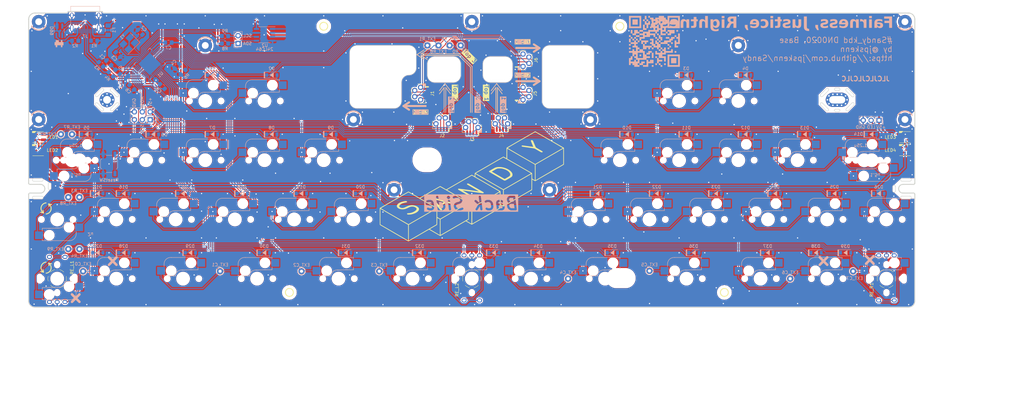
<source format=kicad_pcb>
(kicad_pcb (version 20221018) (generator pcbnew)
  (title_block (title "Sandy") (date "2023-01-06") (rev "v.0") (company "@jpskenn"))
  (layers (0 "F.Cu" signal) (31 "B.Cu" signal) (34 "B.Paste" user) (35 "F.Paste" user) (36 "B.SilkS" user "B.Silkscreen") (37 "F.SilkS" user "F.Silkscreen") (38 "B.Mask" user) (39 "F.Mask" user) (44 "Edge.Cuts" user))
  (net 0 "")
  (net 1 "Net-(U1-XTAL1)")
  (net 2 "Net-(U1-XTAL2)")
  (net 3 "Net-(U1-UCAP)")
  (net 4 "Net-(D11-A)")
  (net 5 "Net-(D24-A)")
  (net 6 "Net-(D1-A)")
  (net 7 "Net-(D28-A)")
  (net 8 "Net-(D2-A)")
  (net 9 "Net-(D3-A)")
  (net 10 "Net-(D35-A)")
  (net 11 "Net-(D37-A)")
  (net 12 "Net-(D38-A)")
  (net 13 "Net-(D4-A)")
  (net 14 "Net-(D5-A)")
  (net 15 "Net-(D6-A)")
  (net 16 "Net-(D7-A)")
  (net 17 "Net-(D8-A)")
  (net 18 "Net-(D9-A)")
  (net 19 "Net-(D10-A)")
  (net 20 "+5V")
  (net 21 "VCC")
  (net 22 "D-")
  (net 23 "D+")
  (net 24 "Net-(D12-A)")
  (net 25 "Net-(D13-A)")
  (net 26 "Net-(D14-A)")
  (net 27 "Net-(D15-A)")
  (net 28 "Net-(D16-A)")
  (net 29 "Net-(D17-A)")
  (net 30 "Net-(D18-A)")
  (net 31 "row9")
  (net 32 "LED")
  (net 33 "Net-(D19-A)")
  (net 34 "RE_L2_2")
  (net 35 "Net-(D20-A)")
  (net 36 "row1")
  (net 37 "row6")
  (net 38 "Net-(D21-A)")
  (net 39 "row7")
  (net 40 "Net-(D22-A)")
  (net 41 "row2")
  (net 42 "Net-(D23-A)")
  (net 43 "Net-(D25-A)")
  (net 44 "Net-(D26-A)")
  (net 45 "Net-(D29-A)")
  (net 46 "row4")
  (net 47 "Net-(D30-A)")
  (net 48 "Net-(D31-A)")
  (net 49 "Net-(D36-A)")
  (net 50 "RE_R2_2")
  (net 51 "row8")
  (net 52 "RE_L3_2")
  (net 53 "SCK")
  (net 54 "SDA")
  (net 55 "SCL")
  (net 56 "RESET")
  (net 57 "MOSI")
  (net 58 "row3")
  (net 59 "RE_R1_2")
  (net 60 "RE_L1_2")
  (net 61 "RE_L1_1")
  (net 62 "RE_R2_1")
  (net 63 "col5")
  (net 64 "col6")
  (net 65 "RE_R1_1")
  (net 66 "row0")
  (net 67 "row5")
  (net 68 "Net-(LED2-DOUT)")
  (net 69 "RE_L_B")
  (net 70 "RE_L_A")
  (net 71 "RE_R_B")
  (net 72 "RE_R_A")
  (net 73 "GND")
  (net 74 "MISO")
  (net 75 "Net-(LED1-DOUT)")
  (net 76 "Net-(LED3-DOUT)")
  (net 77 "Net-(U1-~{HWB}{slash}PE2)")
  (net 79 "Net-(J7-CC1)")
  (net 81 "Net-(J7-CC2)")
  (net 83 "Net-(J10-Pin_2)")
  (net 84 "Net-(D99-I{slash}O2)")
  (net 85 "Net-(D99-I{slash}O1)")
  (footprint "MX_Alps_Hybrid:MXOnly-1U-Hotswap-guide" (layer "F.Cu") (at 235.371695 84.153685)
    (fp_text reference "SW_<1")
    (fp_text value "SW_Push")
  )
  (footprint "MX_Alps_Hybrid:MXOnly-1U-Hotswap-guide" (layer "F.Cu") (at 254.421775 84.153685)
    (fp_text reference "SW_>1")
    (fp_text value "SW_Push")
  )
  (footprint "MX_Alps_Hybrid:MXOnly-1U-Hotswap-guide" (layer "F.Cu") (at 54.395935 65.103565)
    (fp_text reference "SW_A1")
    (fp_text value "SW_Push")
  )
  (footprint "MX_Alps_Hybrid:MXOnly-1U-Hotswap-guide" (layer "F.Cu") (at 102.020935 84.153645)
    (fp_text reference "SW_C1")
    (fp_text value "SW_Push")
  )
  (footprint "MX_Alps_Hybrid:MXOnly-1U-Hotswap-guide" (layer "F.Cu") (at 92.495935 65.103565)
    (fp_text reference "SW_D1")
    (fp_text value "SW_Push")
  )
  (footprint "MX_Alps_Hybrid:MXOnly-1U-Hotswap-guide" (layer "F.Cu") (at 273.472015 103.203725)
    (fp_text reference "SW_DOWN1")
    (fp_text value "SW_Push")
  )
  (footprint "MX_Alps_Hybrid:MXOnly-1U-Hotswap-guide" (layer "F.Cu") (at 92.495935 46.053485)
    (fp_text reference "SW_E1")
    (fp_text value "SW_Push")
  )
  (footprint "MX_Alps_Hybrid:MXOnly-1U-Hotswap-guide" (layer "F.Cu") (at 111.545935 65.103565)
    (fp_text reference "SW_F1")
    (fp_text value "SW_Push")
  )
  (footprint "MX_Alps_Hybrid:MXOnly-1U-Hotswap-guide" (layer "F.Cu") (at 292.522095 84.153685)
    (fp_text reference "SW_Fn1u1")
    (fp_text value "SW_Push")
  )
  (footprint "MX_Alps_Hybrid:MXOnly-1U-Hotswap-guide" (layer "F.Cu") (at 225.846655 46.053525)
    (fp_text reference "SW_I1")
    (fp_text value "SW_Push")
  )
  (footprint "MX_Alps_Hybrid:MXOnly-1U-Hotswap-guide" (layer "F.Cu") (at 225.846655 65.103605)
    (fp_text reference "SW_K1")
    (fp_text value "SW_Push")
  )
  (footprint "MX_Alps_Hybrid:MXOnly-1U-Hotswap-guide" (layer "F.Cu") (at 244.896735 65.103605)
    (fp_text reference "SW_L1")
    (fp_text value "SW_Push")
  )
  (footprint "MX_Alps_Hybrid:MXOnly-1U-Hotswap-guide" (layer "F.Cu") (at 25.820935 84.153405 180)
    (fp_text reference "SW_LSFT1u1")
    (fp_text value "SW_Push")
  )
  (footprint "MX_Alps_Hybrid:MXOnly-1U-Hotswap-guide" (layer "F.Cu") (at 44.870975 84.153765)
    (fp_text reference "SW_LSFT1u2")
    (fp_text value "SW_Push")
  )
  (footprint "MX_Alps_Hybrid:MXOnly-1U-Hotswap-guide" (layer "F.Cu") (at 216.321615 84.153645)
    (fp_text reference "SW_M1")
    (fp_text value "SW_Push")
  )
  (footprint "MX_Alps_Hybrid:MXOnly-1U-Hotswap-guide" (layer "F.Cu") (at 197.271535 84.153645)
    (fp_text reference "SW_N1")
    (fp_text value "SW_Push")
  )
  (footprint "MX_Alps_Hybrid:MXOnly-1U-Hotswap-guide" (layer "F.Cu") (at 244.896735 46.053525)
    (fp_text reference "SW_O1")
    (fp_text value "SW_Push")
  )
  (footprint "MX_Alps_Hybrid:MXOnly-1U-Hotswap-guide" (layer "F.Cu") (at 121.070935 84.153645)
    (fp_text reference "SW_V1")
    (fp_text value "SW_Push")
  )
  (footprint "MX_Alps_Hybrid:MXOnly-1U-Hotswap-guide" (layer "F.Cu") (at 73.445935 46.053485)
    (fp_text reference "SW_W1")
    (fp_text value "SW_Push")
  )
  (footprint "MX_Alps_Hybrid:MXOnly-1U-Hotswap-guide" (layer "F.Cu") (at 82.970935 84.153645)
    (fp_text reference "SW_X1")
    (fp_text value "SW_Push")
  )
  (footprint "MX_Alps_Hybrid:MXOnly-1U-Hotswap-guide" (layer "F.Cu") (at 63.920935 84.153645)
    (fp_text reference "SW_Z1")
    (fp_text value "SW_Push")
  )
  (footprint "MX_Alps_Hybrid:MXOnly-1U-Hotswap-on-RE-guide" (layer "F.Cu") (at 25.820975 103.203765 180)
    (fp_text reference "SW_CAPS1u1")
    (fp_text value "SW_Push")
  )
  (footprint "MX_Alps_Hybrid:MXOnly-1.25U-Hotswap-guide" (layer "F.Cu") (at 90.114995 103.203765)
    (fp_text reference "SW_LALT1.25u1")
    (fp_text value "SW_Push")
  )
  (footprint "MX_Alps_Hybrid:MXOnly-1.25U-Hotswap-guide" (layer "F.Cu") (at 228.227225 103.203765)
    (fp_text reference "SW_RALT1.25u1")
    (fp_text value "SW_Push")
  )
  (footprint "locallib:LED_SK6812MINI_PLCC4_3.5x3.5mm_P1.75mm_minimal" (layer "F.Cu") (at 19.695935 57.678405 180)
    (fp_text reference "LED1")
    (fp_text value "SK6812MINI")
  )
  (footprint "locallib:LED_SK6812MINI_PLCC4_3.5x3.5mm_P1.75mm_minimal" (layer "F.Cu") (at 19.695935 61.878405 180)
    (fp_text reference "LED2")
    (fp_text value "SK6812MINI")
  )
  (footprint "locallib:LED_SK6812MINI_PLCC4_3.5x3.5mm_P1.75mm_minimal" (layer "F.Cu") (at 298.495935 57.678405 180)
    (fp_text reference "LED3")
    (fp_text value "SK6812MINI")
  )
  (footprint "locallib:LED_SK6812MINI_PLCC4_3.5x3.5mm_P1.75mm_minimal" (layer "F.Cu") (at 298.495935 61.878405 180)
    (fp_text reference "LED4")
    (fp_text value "SK6812MINI")
  )
  (footprint "MX_Alps_Hybrid:MXOnly-1.5U-Hotswap-guide" (layer "F.Cu") (at 287.759415 65.103605 180)
    (fp_text reference "SW_ENT1.5u1")
    (fp_text value "SW_Push")
  )
  (footprint "MX_Alps_Hybrid:MXOnly-1U-Hotswap-guide" (layer "F.Cu") (at 263.945975 65.103765)
    (fp_text reference "SW_;1")
    (fp_text value "SW_Push")
  )
  (footprint "MX_Alps_Hybrid:MXOnly-1.25U-Hotswap-guide" (layer "F.Cu") (at 32.964755 65.103605)
    (fp_text reference "SW_CTL1.25u1")
    (fp_text value "SW_Push")
  )
  (footprint "MX_Alps_Hybrid:MXOnly-1.5U-Hotswap-guide" (layer "F.Cu") (at 30.583475 65.103765 180)
    (fp_text reference "SW_CTL1.5u1")
    (fp_text value "SW_Push")
  )
  (footprint "MX_Alps_Hybrid:MXOnly-1U-Hotswap-guide" (layer "F.Cu") (at 44.870975 103.203765)
    (fp_text reference "SW_L2-1u1")
    (fp_text value "SW_Push")
  )
  (footprint "MX_Alps_Hybrid:MXOnly-1U-Hotswap-guide" (layer "F.Cu") (at 273.472015 84.153685)
    (fp_text reference "SW_UP1")
    (fp_text value "SW_Push")
  )
  (footprint "MX_Alps_Hybrid:MXOnly-1U-Hotswap-guide" (layer "F.Cu") (at 73.445935 65.103565)
    (fp_text reference "SW_S1")
    (fp_text value "SW_Push")
  )
  (footprint "locallib:MountingHole_2.2mm_M2_No_Cu" (layer "F.Cu") (at 111.545935 22.028365)
    (fp_text reference "H1")
    (fp_text value "MountingHole")
  )
  (footprint "locallib:MountingHole_2.2mm_M2_No_Cu" (layer "F.Cu") (at 206.795935 22.028365)
    (fp_text reference "H2")
    (fp_text value "MountingHole")
  )
  (footprint "locallib:MountingHole_2.2mm_M2_No_Cu" (layer "F.Cu") (at 100.495935 107.628365)
    (fp_text reference "H3")
    (fp_text value "MountingHole")
  )
  (footprint "MX_Alps_Hybrid:MXOnly-1U-Hotswap-on-RE-guide" (layer "F.Cu") (at 292.522095 103.203765)
    (fp_text reference "SW_RIGHT1")
    (fp_text value "SW_Push")
  )
  (footprint "MX_Alps_Hybrid:MXOnly-1.25U-Hotswap-guide" (layer "F.Cu") (at 66.302225 103.203765)
    (fp_text reference "SW_LWIN1.25u1")
    (fp_text value "SW_Push")
  )
  (footprint "locallib:MountingHole_2.2mm_M2_No_Cu" (layer "F.Cu") (at 240.395935 107.628365)
    (fp_text reference "H4")
    (fp_text value "MountingHole")
  )
  (footprint "MX_Alps_Hybrid:MXOnly-1U-Hotswap-guide" (layer "F.Cu") (at 206.796575 65.103565)
    (fp_text reference "SW_J1")
    (fp_text value "SW_Push")
  )
  (footprint "locallib:RotaryEncoder_Alps_EC11K-Switch_Vertical_H20mm_NPTH_MP_minimal" (layer "F.Cu") (at 292.522095 103.203765)
    (fp_text reference "RE_R1")
    (fp_text value "RotaryEncoder_Switch")
  )
  (footprint "MX_Alps_Hybrid:MXOnly-1.25U-Hotswap-guide" (layer "F.Cu") (at 252.039685 103.203405)
    (fp_text reference "SW_ROPT1.25u1")
    (fp_text value "SW_Push")
  )
  (footprint "locallib:JST_SH_SM04B-SRSS-TB_1x04-1MP_P1.00mm_Horizontal_wCable_housing_spare_pin" (layer "F.Cu") (at 175.839685 43.672155 90)
    (fp_text reference "J5")
    (fp_text value "Conn_02x02_Top_Bottom")
  )
  (footprint "locallib:JST_SH_SM04B-SRSS-TB_1x04-1MP_P1.00mm_Horizontal_wCable_housing_spare_pin" (layer "F.Cu") (at 149.645935 53.197155 180)
    (fp_text reference "J2")
    (fp_text value "Conn_02x02_Top_Bottom")
  )
  (footprint "locallib:RotaryEncoder_Alps_EC11K-Switch_Vertical_H20mm_NPTH_MP_minimal" (layer "F.Cu") (at 25.820975 103.203765 180)
    (fp_text reference "RE_L1")
    (fp_text value "RotaryEncoder_Switch")
  )
  (footprint "Jones.local:Sandy_logo_w60_new" (layer "F.Cu") (at 159.170934 73.43778)
    (fp_text reference "LOGO1" hide)
    (fp_text value "Logo_Base" hide)
  )
  (footprint "MX_Alps_Hybrid:MXOnly-1U-Hotswap-guide" (layer "F.Cu") (at 140.121375 103.203765)
    (fp_text reference "SW_CenterL1u2")
    (fp_text value "SW_Push")
  )
  (footprint "locallib:JST_SH_SM04B-SRSS-TB_1x04-1MP_P1.00mm_Horizontal_wCable_housing_spare_pin" (layer "F.Cu") (at 175.839685 32.95653 90)
    (fp_text reference "J6")
    (fp_text value "Conn_02x02_Top_Bottom")
  )
  (footprint "MX_Alps_Hybrid:MXOnly-1.5U-Hotswap-guide" (layer "F.Cu") (at 202.033435 103.203405)
    (fp_text reference "SW_RSPC1.5u1")
    (fp_text value "SW_Push")
  )
  (footprint "MX_Alps_Hybrid:MXOnly-1U-Hotswap-guide" (layer "F.Cu") (at 178.220975 103.203765)
    (fp_text reference "SW_CenterR1u2")
    (fp_text value "SW_Push")
  )
  (footprint "locallib:RotaryEncoder_Alps_EC11K-Switch_Vertical_H20mm_NPTH_MP_minimal" (layer "F.Cu") (at 159.170975 103.203405)
    (fp_text reference "RE_L2")
    (fp_text value "RotaryEncoder_Switch")
  )
  (footprint "locallib:ICON_Upside-Down_Medium" (layer "F.Cu") (at 22.29406 103.662155)
    (fp_text reference "REF**")
    (fp_text value "ICON_Upside-Down_Medium")
  )
  (footprint "MX_Alps_Hybrid:MXOnly-1.25U-Hotswap-guide" (layer "F.Cu") (at 285.377185 65.103605)
    (fp_text reference "SW_ENT1.25u1")
    (fp_text value "SW_Push")
  )
  (footprint "clipboard:1d23b097-72e0-487b-bec7-a328ee8b6ed7" (layer "F.Cu") (at 142.502236 50.815854)
    (fp_text reference "")
    (fp_text value "")
  )
  (footprint "locallib:60_Outline-Sandy-Base7-remove_NPTH" (layer "F.Cu") (at 159.170935 84.153405)
    (fp_text reference "REF**" hide)
    (fp_text value "60_Outline" hide)
    (fp_line (start -142.525 -11.67504) (end -142.525 -64.37504) (stroke (width 0.3)) (layer "Edge.Cuts"))
    (fp_line (start -142.525 26.22496) (end -142.525 -8.07504) (stroke (width 0.3)) (layer "Edge.Cuts"))
    (fp_line (start -142.125 -8.47504) (end -138.725 -8.47504) (stroke (width 0.3)) (layer "Edge.Cuts"))
    (fp_line (start -140.89996 -13.19964) (end -138.354375 -13.19964) (stroke (width 0.15)) (layer "Edge.Cuts"))
    (fp_line (start -140.89996 -7.47464) (end -138.354375 -7.47464) (stroke (width 0.15)) (layer "Edge.Cuts"))
    (fp_line (start -140.829249 -12.280403) (end -138.283664 -12.280404) (stroke (width 0.15)) (layer "Edge.Cuts"))
    (fp_line (start -140.829249 -6.555403) (end -138.283664 -6.555404) (stroke (width 0.15)) (layer "Edge.Cuts"))
    (fp_line (start -140.525 -66.37504) (end -130.325 -66.37504) (stroke (width 0.3)) (layer "Edge.Cuts"))
    (fp_line (start -138.725 -11.27504) (end -142.125 -11.27504) (stroke (width 0.3)) (layer "Edge.Cuts"))
    (fp_line (start -136.236786 -10) (end -136.236787 -11.316297) (stroke (width 0.15)) (layer "Edge.Cuts"))
    (fp_line (start -135.31755 -10.070712) (end -135.317551 -11.387008) (stroke (width 0.15)) (layer "Edge.Cuts"))
    (fp_line (start -129.825 -66.87504) (end -118.825 -66.87504) (stroke (width 0.3)) (layer "Edge.Cuts"))
    (fp_line (start -119.174961 -34.924639) (end -120.974961 -36.724639) (stroke (width 0.15)) (layer "Edge.Cuts"))
    (fp_line (start -119.174959 -42.024639) (end -120.974958 -40.224638) (stroke (width 0.15)) (layer "Edge.Cuts"))
    (fp_line (start -118.574962 -35.624638) (end -120.374963 -37.424637) (stroke (width 0.15)) (layer "Edge.Cuts"))
    (fp_line (start -118.47496 -41.42464) (end -120.27496 -39.62464) (stroke (width 0.15)) (layer "Edge.Cuts"))
    (fp_line (start -114.32496 -37.42464) (end -116.124959 -35.624639) (stroke (width 0.15)) (layer "Edge.Cuts"))
    (fp_line (start -114.324958 -39.524642) (end -116.124958 -41.324642) (stroke (width 0.15)) (layer "Edge.Cuts"))
    (fp_line (start -113.724959 -40.224641) (end -115.52496 -42.02464) (stroke (width 0.15)) (layer "Edge.Cuts"))
    (fp_line (start -113.624961 -36.824641) (end -115.424961 -35.024641) (stroke (width 0.15)) (layer "Edge.Cuts"))
    (fp_line (start -39.290625 -53.578125) (end -39.290625 -38.1) (stroke (width 0.15)) (layer "Edge.Cuts"))
    (fp_line (start -36.909375 -55.959375) (end -20.240625 -55.959375) (stroke (width 0.15)) (layer "Edge.Cuts"))
    (fp_line (start -36.909375 -35.71875) (end -25.003125 -35.71875) (stroke (width 0.15)) (layer "Edge.Cuts"))
    (fp_line (start -22.621875 -44.053125) (end -22.621875 -38.1) (stroke (width 0.15)) (layer "Edge.Cuts"))
    (fp_line (start -17.859375 -53.578125) (end -17.859375 -48.815625) (stroke (width 0.15)) (layer "Edge.Cuts"))
    (fp_line (start -14.2875 -50.00625) (end -14.2875 -46.434375) (stroke (width 0.15)) (layer "Edge.Cuts"))
    (fp_line (start -11.90625 -52.3875) (end -5.953125 -52.387525) (stroke (width 0.15)) (layer "Edge.Cuts"))
    (fp_line (start -11.90625 -44.053125) (end -5.953125 -44.053125) (stroke (width 0.15)) (layer "Edge.Cuts"))
    (fp_line (start -3.571875 -50.006275) (end -3.571875 -46.434375) (stroke (width 0.15)) (layer "Edge.Cuts"))
    (fp_line (start 3.571875 -50.006238) (end 3.571875 -46.434363) (stroke (width 0.15)) (layer "Edge.Cuts"))
    (fp_line (start 5.953125 -52.387488) (end 10.715625 -52.387513) (stroke (width 0.15)) (layer "Edge.Cuts"))
    (fp_line (start 5.953125 -44.053113) (end 10.715625 -44.0531) (stroke (width 0.15)) (layer "Edge.Cuts"))
    (fp_line (start 13.096875 -50.00625) (end 13.096875 -46.43435) (stroke (width 0.15)) (layer "Edge.Cuts"))
    (fp_line (start 22.621875 -53.578125) (end 22.621875 -38.1) (stroke (width 0.15)) (layer "Edge.Cuts"))
    (fp_line (start 25.003125 -55.959375) (end 36.909375 -55.959375) (stroke (width 0.15)) (layer "Edge.Cuts"))
    (fp_line (start 25.003125 -35.71875) (end 36.909375 -35.71875) (stroke (width 0.15)) (layer "Edge.Cuts"))
    (fp_line (start 39.290625 -53.578125) (end 39.290625 -38.1) (stroke (width 0.15)) (layer "Edge.Cuts"))
    (fp_line (start 113.975 -34.924997) (end 112.175 -36.724997) (stroke (width 0.15)) (layer "Edge.Cuts"))
    (fp_line (start 113.975002 -42.024997) (end 112.175003 -40.224996) (stroke (width 0.15)) (layer "Edge.Cuts"))
    (fp_line (start 114.574999 -35.624996) (end 112.774998 -37.424995) (stroke (width 0.15)) (layer "Edge.Cuts"))
    (fp_line (start 114.675001 -41.424998) (end 112.875001 -39.624998) (stroke (width 0.15)) (layer "Edge.Cuts"))
    (fp_line (start 117 -35.475358) (end 118.000035 -35.475338) (stroke (width 0.15)) (layer "Edge.Cuts"))
    (fp_line (start 117 -34.675358) (end 118.000035 -34.675338) (stroke (width 0.15)) (layer "Edge.Cuts"))
    (fp_line (start 118.025 -42.275) (end 117.024965 -42.27502) (stroke (width 0.15)) (layer "Edge.Cuts"))
    (fp_line (start 118.025 -41.475) (end 117.024965 -41.47502) (stroke (width 0.15)) (layer "Edge.Cuts"))
    (fp_line (start 122.224998 -37.424998) (end 120.424999 -35.624997) (stroke (width 0.15)) (layer "Edge.Cuts"))
    (fp_line (start 122.225 -39.525) (end 120.425 -41.325) (stroke (width 0.15)) (layer "Edge.Cuts"))
    (fp_line (start 122.824999 -40.224999) (end 121.024998 -42.024998) (stroke (width 0.15)) (layer "Edge.Cuts"))
    (fp_line (start 122.924997 -36.824999) (end 121.124997 -35.024999) (stroke (width 0.15)) (layer "Edge.Cuts"))
    (fp_line (start 135.34263 -10.482051) (end 135.342631 -9.165755) (stroke (width 0.15)) (layer "Edge.Cuts"))
    (fp_line (start 136.261866 -10.552763) (end 136.261867 -9.236466) (stroke (width 0.15)) (layer "Edge.Cuts"))
    (fp_line (start 138.675 -11.27504) (end 142.075 -11.27504) (stroke (width 0.3)) (layer "Edge.Cuts"))
    (fp_line (start 138.675 -8.47504) (end 142.075 -8.47504) (stroke (width 0.3)) (layer "Edge.Cuts"))
    (fp_line (start 140.475 -66.37504) (end -118.325 -66.37504) (stroke (width 0.3)) (layer "Edge.Cuts"))
    (fp_line (start 140.475 28.22496) (end -140.525 28.22496) (stroke (width 0.3)) (layer "Edge.Cuts"))
    (fp_line (start 140.854329 -13.218877) (end 138.308744 -13.218876) (stroke (width 0.15)) (layer "Edge.Cuts"))
    (fp_line (start 140.854329 -7.493877) (end 138.308744 -7.493876) (stroke (width 0.15)) (layer "Edge.Cuts"))
    (fp_line (start 140.92504 -12.29964) (end 138.379455 -12.29964) (stroke (width 0.15)) (layer "Edge.Cuts"))
    (fp_line (start 140.92504 -6.57464) (end 138.379455 -6.57464) (stroke (width 0.15)) (layer "Edge.Cuts"))
    (fp_line (start 142.475 -11.67504) (end 142.475 -64.37504) (stroke (width 0.3)) (layer "Edge.Cuts"))
    (fp_line (start 142.475 -8.07504) (end 142.475 26.22496) (stroke (width 0.3)) (layer "Edge.Cuts"))
    (fp_arc (start -142.525 -64.37504) (mid -141.939214 -65.789254) (end -140.525 -66.37504) (stroke (width 0.3)) (layer "Edge.Cuts"))
    (fp_arc (start -142.525 -8.07504) (mid -142.407843 -8.357883) (end -142.125 -8.47504) (stroke (width 0.3)) (layer "Edge.Cuts"))
    (fp_arc (start -142.125 -11.27504) (mid -142.407843 -11.392197) (end -142.525 -11.67504) (stroke (width 0.3)) (layer "Edge.Cuts"))
    (fp_arc (start -140.829248 -12.280403) (mid -141.324233 -12.704664) (end -140.89996 -13.199639) (stroke (width 0.15)) (layer "Edge.Cuts"))
    (fp_arc (start -140.829248 -6.555403) (mid -141.324233 -6.979664) (end -140.89996 -7.474639) (stroke (width 0.15)) (layer "Edge.Cuts"))
    (fp_arc (start -140.525 28.22496) (mid -141.939214 27.639174) (end -142.525 26.22496) (stroke (width 0.3)) (layer "Edge.Cuts"))
    (fp_arc (start -138.725 -11.27504) (mid -137.735051 -10.864989) (end -137.325 -9.87504) (stroke (width 0.3)) (layer "Edge.Cuts"))
    (fp_arc (start -138.354376 -13.199639) (mid -137.859396 -12.775377) (end -138.283664 -12.280403) (stroke (width 0.15)) (layer "Edge.Cuts"))
    (fp_arc (start -138.354376 -7.474639) (mid -137.859396 -7.050377) (end -138.283664 -6.555403) (stroke (width 0.15)) (layer "Edge.Cuts"))
    (fp_arc (start -137.325 -9.87504) (mid -137.735051 -8.885091) (end -138.725 -8.47504) (stroke (width 0.3)) (layer "Edge.Cuts"))
    (fp_arc (start -136.236786 -11.316296) (mid -135.812519 -11.811208) (end -135.31755 -11.387008) (stroke (width 0.15)) (layer "Edge.Cuts"))
    (fp_arc (start -135.31755 -10.070712) (mid -135.741808 -9.575682) (end -136.236786 -10) (stroke (width 0.15)) (layer "Edge.Cuts"))
    (fp_arc (start -129.825 -66.87504) (mid -129.971447 -66.521487) (end -130.325 -66.37504) (stroke (width 0.3)) (layer "Edge.Cuts"))
    (fp_arc (start -120.97496 -36.72464) (mid -121.025035 -37.374703) (end -120.374962 -37.424638) (stroke (width 0.15)) (layer "Edge.Cuts"))
    (fp_arc (start -120.274961 -39.624641) (mid -120.924944 -39.574658) (end -120.974959 -40.224639) (stroke (width 0.15)) (layer "Edge.Cuts"))
    (fp_arc (start -119.174959 -42.024639) (mid -118.524946 -42.074656) (end -118.474961 -41.424641) (stroke (width 0.15)) (layer "Edge.Cuts"))
    (fp_arc (start -118.574962 -35.624638) (mid -118.525037 -34.974705) (end -119.17496 -34.92464) (stroke (width 0.15)) (layer "Edge.Cuts"))
    (fp_arc (start -118.325 -66.37504) (mid -118.678553 -66.521487) (end -118.825 -66.87504) (stroke (width 0.3)) (layer "Edge.Cuts"))
    (fp_arc (start -116.124957 -41.324643) (mid -116.17503 -41.974703) (end -115.524959 -42.024641) (stroke (width 0.15)) (layer "Edge.Cuts"))
    (fp_arc (start -115.424962 -35.024642) (mid -116.074945 -34.97466) (end -116.12496 -35.62464) (stroke (width 0.15)) (layer "Edge.Cuts"))
    (fp_arc (start -114.32496 -37.42464) (mid -113.674947 -37.474658) (end -113.624962 -36.824642) (stroke (width 0.15)) (layer "Edge.Cuts"))
    (fp_arc (start -113.724959 -40.224641) (mid -113.675032 -39.574705) (end -114.324957 -39.524643) (stroke (width 0.15)) (layer "Edge.Cuts"))
    (fp_arc (start -39.290625 -53.578125) (mid -38.593199 -55.261949) (end -36.909375 -55.959375) (stroke (width 0.15)) (layer "Edge.Cuts"))
    (fp_arc (start -36.909375 -35.71875) (mid -38.593174 -36.416201) (end -39.290625 -38.1) (stroke (width 0.15)) (layer "Edge.Cuts"))
    (fp_arc (start -22.621875 -44.053125) (mid -21.924403 -45.736903) (end -20.240625 -46.434375) (stroke (width 0.15)) (layer "Edge.Cuts"))
    (fp_arc (start -22.621875 -38.1) (mid -23.319304 -36.416179) (end -25.003125 -35.71875) (stroke (width 0.15)) (layer "Edge.Cuts"))
    (fp_arc (start -20.240625 -55.959375) (mid -18.556847 -55.261903) (end -17.859375 -53.578125) (stroke (width 0.15)) (layer "Edge.Cuts"))
    (fp_arc (start -17.859375 -48.815625) (mid -18.556847 -47.131847) (end -20.240625 -46.434375) (stroke (width 0.15)) (layer "Edge.Cuts"))
    (fp_arc (start -14.2875 -50.00625) (mid -13.590073 -51.690073) (end -11.90625 -52.3875) (stroke (width 0.15)) (layer "Edge.Cuts"))
    (fp_arc (start -11.90625 -44.053125) (mid -13.590016 -44.750609) (end -14.2875 -46.434375) (stroke (width 0.15)) (layer "Edge.Cuts"))
    (fp_arc (start -5.953125 -52.387525) (mid -4.269359 -51.690041) (end -3.571875 -50.006275) (stroke (width 0.15)) (layer "Edge.Cuts"))
    (fp_arc (start -3.571875 -46.434375) (mid -4.269302 -44.750552) (end -5.953125 -44.053125) (stroke (width 0.15)) (layer "Edge.Cuts"))
    (fp_arc (start 3.571875 -50.006238) (mid 4.269302 -51.690061) (end 5.953125 -52.387488) (stroke (width 0.15)) (layer "Edge.Cuts"))
    (fp_arc (start 5.953125 -44.053113) (mid 4.269357 -44.750596) (end 3.571875 -46.434363) (stroke (width 0.15)) (layer "Edge.Cuts"))
    (fp_arc (start 10.715625 -52.387513) (mid 12.399392 -51.69003) (end 13.096875 -50.006263) (stroke (width 0.15)) (layer "Edge.Cuts"))
    (fp_arc (start 13.096875 -46.43435) (mid 12.399446 -44.75053) (end 10.715625 -44.0531) (stroke (width 0.15)) (layer "Edge.Cuts"))
    (fp_arc (start 22.621875 -53.578125) (mid 23.319302 -55.261948) (end 25.003125 -55.959375) (stroke (width 0.15)) (layer "Edge.Cuts"))
    (fp_arc (start 25.003125 -35.71875) (mid 23.319306 -36.416183) (end 22.621875 -38.1) (stroke (width 0.15)) (layer "Edge.Cuts"))
    (fp_arc (start 36.909375 -55.959375) (mid 38.593169 -55.261904) (end 39.290625 -53.578125) (stroke (width 0.15)) (layer "Edge.Cuts"))
    (fp_arc (start 39.290625 -38.1) (mid 38.593172 -36.416211) (end 36.909375 -35.71875) (stroke (width 0.15)) (layer "Edge.Cuts"))
    (fp_arc (start 112.175001 -36.724998) (mid 112.124891 -37.375108) (end 112.774999 -37.424996) (stroke (width 0.15)) (layer "Edge.Cuts"))
    (fp_arc (start 112.875 -39.624999) (mid 112.225107 -39.575108) (end 112.175002 -40.224997) (stroke (width 0.15)) (layer "Edge.Cuts"))
    (fp_arc (start 113.975002 -42.024997) (mid 114.625105 -42.075106) (end 114.675 -41.424999) (stroke (width 0.15)) (layer "Edge.Cuts"))
    (fp_arc (start 114.574999 -35.624996) (mid 114.624889 -34.97511) (end 113.975001 -34.924998) (stroke (width 0.15)) (layer "Edge.Cuts"))
    (fp_arc (start 117 -34.675358) (mid 116.599858 -35.0754) (end 117 -35.475358) (stroke (width 0.15)) (layer "Edge.Cuts"))
    (fp_arc (start 117.024965 -41.47502) (mid 116.62512 -41.875) (end 117.024965 -42.27502) (stroke (width 0.15)) (layer "Edge.Cuts"))
    (fp_arc (start 118.000035 -35.475338) (mid 118.399938 -35.0753) (end 118.000035 -34.675338) (stroke (width 0.15)) (layer "Edge.Cuts"))
    (fp_arc (start 118.025 -42.275) (mid 118.4251 -41.875) (end 118.025 -41.475) (stroke (width 0.15)) (layer "Edge.Cuts"))
    (fp_arc (start 120.425001 -41.325001) (mid 120.374893 -41.975106) (end 121.024999 -42.024999) (stroke (width 0.15)) (layer "Edge.Cuts"))
    (fp_arc (start 121.124996 -35.025) (mid 120.475109 -34.97511) (end 120.424998 -35.624998) (stroke (width 0.15)) (layer "Edge.Cuts"))
    (fp_arc (start 122.224998 -37.424998) (mid 122.875107 -37.475108) (end 122.924996 -36.825) (stroke (width 0.15)) (layer "Edge.Cuts"))
    (fp_arc (start 122.824999 -40.224999) (mid 122.874891 -39.575108) (end 122.225001 -39.525001) (stroke (width 0.15)) (layer "Edge.Cuts"))
    (fp_arc (start 135.34263 -10.482051) (mid 135.76694 -10.977069) (end 136.261866 -10.552763) (stroke (width 0.15)) (layer "Edge.Cuts"))
    (fp_arc (start 136.261866 -9.236467) (mid 135.837652 -8.741533) (end 135.34263 -9.165755) (stroke (width 0.15)) (layer "Edge.Cuts"))
    (fp_arc (start 137.275 -9.87504) (mid 137.685059 -10.864999) (end 138.675 -11.27504) (stroke (width 0.3)) (layer "Edge.Cuts"))
    (fp_arc (start 138.379456 -12.299641) (mid 137.884433 -12.723848) (end 138.308744 -13.218877) (stroke (width 0.15)) (layer "Edge.Cuts"))
    (fp_arc (start 138.379456 -6.574641) (mid 137.884433 -6.998848) (end 138.308744 -7.493877) (stroke (width 0.15)) (layer "Edge.Cuts"))
    (fp_arc (start 138.675 -8.47504) (mid 137.685029 -8.885087) (end 137.275 -9.87504) (stroke (width 0.3)) (layer "Edge.Cuts"))
    (fp_arc (start 140.475 -66.37504) (mid 141.889192 -65.78925) (end 142.475 -64.37504) (stroke (width 0.3)) (layer "Edge.Cuts"))
    (fp_arc (start 140.854328 -13.218877) (mid 141.34927 -12.79456) (end 140.92504 -12.299641) (stroke (width 0.15)) (layer "Edge.Cuts"))
    (fp_arc (start 140.854328 -7.493877) (mid 141.34927 -7.06956) (end 140.92504 -6.574641) (stroke (width 0.15)) (layer "Edge.Cuts"))
    (fp_arc (start 142.075 -8.47504) (mid 142.357821 -8.357879) (end 142.475 -8.07504) (stroke (width 0.3)) (layer "Edge.Cuts"))
    (fp_arc (start 142.475 -11.67504) (mid 142.357851 -11.392207) (end 142.075 -11.27504) (stroke (width 0.3)) (layer "Edge.Cuts"))
    (fp_arc (start 142.475 26.22496) (mid 141.889222 27.639164) (end 140.475 28.22496) (stroke (width 0.3)) (layer "Edge.Cuts"))
  )
  (footprint "locallib:JST_SH_SM04B-SRSS-TB_1x04-1MP_P1.00mm_Horizontal_wCable_housing_spare_pin" (layer "F.Cu") (at 159.170935 54.38778 180)
    (fp_text reference "J3")
    (fp_text value "Conn_02x02_Top_Bottom")
  )
  (footprint "MX_Alps_Hybrid:MXOnly-1.5U-Hotswap-guide" (layer "F.Cu") (at 116.308435 103.203405)
    (fp_text reference "SW_LSPC1.5u1")
    (fp_text value "SW_Push")
  )
  (footprint "locallib:JST_SH_SM04B-SRSS-TB_1x04-1MP_P1.00mm_Horizontal_wCable_housing_spare_pin" (layer "F.Cu") (at 142.502185 43.672155 -90)
    (fp_text reference "J1")
    (fp_text value "Conn_02x02_Top_Bottom")
  )
  (footprint "locallib:JST_SH_SM04B-SRSS-TB_1x04-1MP_P1.00mm_Horizontal_wCable_housing_spare_pin" (layer "F.Cu") (at 168.695935 53.197155 180)
    (fp_text reference "J4")
    (fp_text value "Conn_02x02_Top_Bottom")
  )
  (footprint "MX_Alps_Hybrid:MXOnly-1U-Hotswap-on-RE-guide" (layer "F.Cu") (at 159.170975 103.203765)
    (fp_text reference "SW_CenterC1u1")
    (fp_text value "SW_Push")
  )
  (footprint "locallib:ICON_Upside-Down_Medium" (layer "F.Cu") (at 22.29406 84.612155)
    (fp_text reference "REF**")
    (fp_text value "ICON_Upside-Down_Medium")
  )
  (footprint "Resistor_SMD:R_0805_2012Metric_Pad1.20x1.40mm_HandSolder" (layer "B.Cu") (at 31.595935 26.678405)
    (fp_text reference "R2")
    (fp_text value "5.1k" hide)
  )
  (footprint "Resistor_SMD:R_0805_2012Metric_Pad1.20x1.40mm_HandSolder" (layer "B.Cu") (at 39.895935 34.278405 135)
    (fp_text reference "R3")
    (fp_text value "22" hide)
  )
  (footprint "Capacitor_SMD:C_0805_2012Metric_Pad1.18x1.45mm_HandSolder" (layer "B.Cu") (at 59.629558 41.412028 -45)
    (fp_text reference "C5")
    (fp_text value "0.1uF" hide)
  )
  (footprint "Connector_PinHeader_2.54mm:PinHeader_1x02_P2.54mm_Vertical" (layer "B.Cu") (at 84 27.578405)
    (fp_text reference "J9" hide)
    (fp_text value "Conn_01x02")
  )
  (footprint "TestPoint:TestPoint_THTPad_D2.0mm_Drill1.0mm" (layer "B.Cu") (at 104.402185 100.822155 180)
    (fp_text reference "EXT_C2")
    (fp_text value "Conn_01x01")
  )
  (footprint "TestPoint:TestPoint_THTPad_D2.0mm_Drill1.0mm" (layer "B.Cu") (at 190.127185 103.203405 180)
    (fp_text reference "EXT_C4")
    (fp_text value "Conn_01x01")
  )
  (footprint "TestPoint:TestPoint_THTPad_D2.0mm_Drill1.0mm" (layer "B.Cu") (at 261.564685 103.203405 180)
    (fp_text reference "EXT_C6")
    (fp_text value "Conn_01x01")
  )
  (footprint "TestPoint:TestPoint_THTPad_D2.0mm_Drill1.0mm" (layer "B.Cu") (at 34.15531 100.822155 180)
    (fp_text reference "EXT_C0")
    (fp_text value "Conn_01x01")
  )
  (footprint "TestPoint:TestPoint_THTPad_D2.0mm_Drill1.0mm" (layer "B.Cu") (at 30.583435 56.76903 180)
    (fp_text reference "EXT_R2")
    (fp_text value "Conn_01x01")
  )
  (footprint "TestPoint:TestPoint_THTPad_D2.0mm_Drill1.0mm" (layer "B.Cu") (at 32.964685 77.009655)
    (fp_text reference "EXT_R3")
    (fp_text value "Conn_01x01")
  )
  (footprint "TestPoint:TestPoint_THTPad_D2.0mm_Drill1.0mm" (layer "B.Cu") (at 29.39281 77.009655 180)
    (fp_text reference "EXT_R8")
    (fp_text value "Conn_01x01")
  )
  (footprint "Capacitor_SMD:C_0805_2012Metric_Pad1.18x1.45mm_HandSolder" (layer "B.Cu") (at 42.383788 33.819008 -45)
    (fp_text reference "C1")
    (fp_text value "10uF" hide)
  )
  (footprint "Crystal:Crystal_SMD_3225-4Pin_3.2x2.5mm_HandSoldering" (layer "B.Cu") (at 48.934935 27.543155 -135)
    (fp_text reference "Y1")
    (fp_text value "16MHz" hide)
  )
  (footprint "Capacitor_SMD:C_0805_2012Metric_Pad1.18x1.45mm_HandSolder" (layer "B.Cu") (at 45.36306 31.11503 -45)
    (fp_text reference "C3")
    (fp_text value "22pF" hide)
  )
  (footprint "Capacitor_SMD:C_0805_2012Metric_Pad1.18x1.45mm_HandSolder" (layer "B.Cu") (at 61.595935 27.278405)
    (fp_text reference "C7")
    (fp_text value "0.1uF" hide)
  )
  (footprint "Capacitor_SMD:C_0805_2012Metric_Pad1.18x1.45mm_HandSolder" (layer "B.Cu") (at 64.386776 34.871939 45)
    (fp_text reference "C4")
    (fp_text value "0.1uF" hide)
  )
  (footprint "Connector_PinHeader_2.54mm:PinHeader_2x03_P2.54mm_Vertical" (layer "B.Cu") (at 55.73031 52.090905 90)
    (fp_text reference "J8" hide)
    (fp_text value "Conn_02x03_Odd_Even")
  )
  (footprint "Fuse:Fuse_1206_3216Metric_Pad1.42x1.75mm_HandSolder" (layer "B.Cu") (at 42.195935 23.278405 -90)
    (fp_text reference "F1")
    (fp_text value "500mA" hide)
  )
  (footprint "Resistor_SMD:R_0805_2012Metric_Pad1.20x1.40mm_HandSolder" (layer "B.Cu") (at 37.695935 26.678405 180)
    (fp_text reference "R1")
    (fp_text value "5.1k" hide)
  )
  (footprint "TestPoint:TestPoint_THTPad_D2.0mm_Drill1.0mm" (layer "B.Cu") (at 216.3 100.7 180)
    (fp_text reference "EXT_C5")
    (fp_text value "Conn_01x01")
  )
  (footprint "TestPoint:TestPoint_THTPad_D2.0mm_Drill1.0mm" (layer "B.Cu") (at 152.027185 28.19403)
    (fp_text reference "EXT_R5")
    (fp_text value "Conn_01x01")
  )
  (footprint "Package_TO_SOT_SMD:SOT-143_Handsoldering" (layer "B.Cu") (at 26.495935 23.478405 -90)
    (fp_text reference "D99")
    (fp_text value "PRTR5V0U2X")
  )
  (footprint "Button_Switch_SMD:SW_SPST_TL3342" (layer "B.Cu") (at 42.495975 66.298765 -90)
    (fp_text reference "ResetSW1")
    (fp_text value "5.2x5.2mm")
  )
  (footprint "Resistor_SMD:R_0805_2012Metric_Pad1.20x1.40mm_HandSolder" (layer "B.Cu") (at 45.289151 36.724371 -45)
    (fp_text reference "R5")
    (fp_text value "10k" hide)
  )
  (footprint "Resistor_SMD:R_0805_2012Metric_Pad1.20x1.40mm_HandSolder" (layer "B.Cu") (at 66.333935 36.814155 45)
    (fp_text reference "R6")
    (fp_text value "10k" hide)
  )
  (footprint "Capacitor_SMD:C_0805_2012Metric_Pad1.18x1.45mm_HandSolder" (layer "B.Cu") (at 52.50681 23.97128 135)
    (fp_text reference "C2")
    (fp_text value "22pF" hide)
  )
  (footprint "TestPoint:TestPoint_THTPad_D2.0mm_Drill1.0mm" (layer "B.Cu") (at 281.80531 100.822155 180)
    (fp_text reference "EXT_C7")
    (fp_text value "Conn_01x01")
  )
  (footprint "TestPoint:TestPoint_THTPad_D2.0mm_Drill1.0mm" (layer "B.Cu") (at 29.39281 93.678405 180)
    (fp_text reference "EXT_R9")
    (fp_text value "Conn_01x01")
  )
  (footprint "TestPoint:TestPoint_THTPad_D2.0mm_Drill1.0mm" (layer "B.Cu") (at 32.964685 93.678405)
    (fp_text reference "EXT_R4")
    (fp_text value "Conn_01x01")
  )
  (footprint "TestPoint:TestPoint_THTPad_D2.0mm_Drill1.0mm" (layer "B.Cu") (at 148.45531 28.19403)
    (fp_text reference "EXT_R6")
    (fp_text value "Conn_01x01")
  )
  (footprint "TestPoint:TestPoint_THTPad_D2.0mm_Drill1.0mm" (layer "B.Cu") (at 144.883435 28.19403 180)
    (fp_text reference "EXT_R1")
    (fp_text value "Conn_01x01")
  )
  (footprint "TestPoint:TestPoint_THTPad_D2.0mm_Drill1.0mm" (layer "B.Cu") (at 27.01156 56.76903)
    (fp_text reference "EXT_R7")
    (fp_text value "Conn_01x01")
  )
  (footprint "Package_SO:SO-8_3.9x4.9mm_P1.27mm" (layer "B.Cu") (at 92.495935 24.778405 180)
    (fp_text reference "U2")
    (fp_text value "24LC64")
  )
  (footprint "Resistor_SMD:R_0805_2012Metric_Pad1.20x1.40mm_HandSolder" (layer "B.Cu") (at 79.795935 27.578405)
    (fp_text reference "R8")
    (fp_text value "4.7k" hide)
  )
  (footprint "Resistor_SMD:R_0805_2012Metric_Pad1.20x1.40mm_HandSolder" (layer "B.Cu") (at 79.795935 25.178405)
    (fp_text reference "R9")
    (fp_text value "4.7k" hide)
  )
  (footprint "Connector_USB:USB_C_Receptacle_HRO_TYPE-C-31-M-12" (layer "B.Cu") (at 34.845935 19.528365)
    (fp_text reference "J7")
    (fp_text value "USB_C_Receptacle_USB2.0")
  )
  (footprint "Capacitor_SMD:C_0805_2012Metric_Pad1.18x1.45mm_HandSolder" (layer "B.Cu") (at 49.823935 41.608405 -45)
    (fp_text reference "C6")
    (fp_text value "1uF" hide)
  )
  (footprint "Resistor_SMD:R_0805_2012Metric_Pad1.20x1.40mm_HandSolder" (layer "B.Cu") (at 43.095935 37.478405 135)
    (fp_text reference "R4")
    (fp_text value "22" hide)
  )
  (footprint "TestPoint:TestPoint_THTPad_D2.0mm_Drill1.0mm" (layer "B.Cu") (at 129.40531 100.822155 180)
    (fp_text reference "EXT_C3")
    (fp_text value "Conn_01x01")
  )
  (footprint "TestPoint:TestPoint_THTPad_D2.0mm_Drill1.0mm" (layer "B.Cu") (at 155.59906 28.19403 180)
    (fp_text reference "EXT_R0")
    (fp_text value "Conn_01x01")
  )
  (footprint "Connector_PinHeader_2.54mm:PinHeader_1x03_P2.54mm_Vertical" (layer "B.Cu") (at 290.139685 52.278405 90)
    (fp_text reference "J10" hide)
    (fp_text value "Conn_01x03")
  )
  (footprint "TestPoint:TestPoint_THTPad_D2.0mm_Drill1.0mm" (layer "B.Cu") (at 78.208435 100.822155 180)
    (fp_text reference "EXT_C1")
    (fp_text value "Conn_01x01")
  )
  (footprint "Package_DFN_QFN:QFN-44-1EP_7x7mm_P0.5mm_EP5.2x5.2mm" (layer "B.Cu") (at 55.58656 34.147155 45)
    (fp_text reference "U1")
    (fp_text value "ATmega32U4-MU")
  )
  (footprint "locallib:D_SOD-123_Emphasized_Direction_Line_Reference_on_bottom" (layer "B.Cu") (at 75.827185 56.76903)
    (fp_text reference "D7")
    (fp_text value "D")
  )
  (footprint "locallib:D_SOD-123_Emphasized_Direction_Line_Reference_on_bottom" (layer "B.Cu") (at 279.42406 94.86903)
    (fp_text reference "D39")
    (fp_text value "D")
  )
  (footprint "locallib:D_SOD-123_Emphasized_Direction_Line_Reference_on_bottom" (layer "B.Cu") (at 94.877185 56.76903)
    (fp_text reference "D8")
    (fp_text value "D")
  )
  (footprint "locallib:D_SOD-123_Emphasized_Direction_Line_Reference_on_bottom" (layer "B.Cu") (at 92.495935 94.86903)
    (fp_text reference "D30")
    (fp_text value "D")
  )
  (footprint "locallib:D_SOD-123_Emphasized_Direction_Line_Reference_on_bottom" (layer "B.Cu") (at 142.502185 94.86903)
    (fp_text reference "D32")
    (fp_text value "D")
  )
  (footprint "locallib:MountingHole_2.2mm_M2_Pad_minimal" (layer "B.Cu") (at 298.47406 52.00653 180)
    (fp_text reference "H10" hide)
    (fp_text value "MountingHole")
  )
  (footprint "locallib:D_SOD-123_Emphasized_Direction_Line_Reference_on_bottom" (layer "B.Cu") (at 85.352185 75.81903)
    (fp_text reference "D18")
    (fp_text value "D")
  )
  (footprint "locallib:D_SOD-123_Emphasized_Direction_Line_Reference_on_bottom" (layer "B.Cu") (at 199.652185 75.81903)
    (fp_text reference "D21")
    (fp_text value "D")
  )
  (footprint "locallib:D_SOD-123_Emphasized_Direction_Line_Reference_on_bottom" (layer "B.Cu") (at 118.689685 94.86903)
    (fp_text reference "D31")
    (fp_text value "D")
  )
  (footprint "locallib:MountingHole_2.2mm_M2_Pad_minimal" (layer "B.Cu") (at 19.872407 20.561655)
    (fp_text reference "H6" hide)
    (fp_text value "MountingHole")
  )
  (footprint "locallib:D_SOD-123_Emphasized_Direction_Line_Reference_on_bottom" (layer "B.Cu") (at 256.802185 75.81903)
    (fp_text reference "D24")
    (fp_text value "D")
  )
  (footprint "locallib:D_SOD-123_Emphasized_Direction_Line_Reference_on_bottom" (layer "B.Cu") (at 38.91781 94.86903)
    (fp_text reference "D27")
    (fp_text value "D")
  )
  (footprint "locallib:D_SOD-123_Emphasized_Direction_Line_Reference_on_bottom" (layer "B.Cu") (at 228.227185 56.76903)
    (fp_text reference "D11")
    (fp_text value "D")
  )
  (footprint "locallib:D_SOD-123_Emphasized_Direction_Line_Reference_on_bottom" (layer "B.Cu") (at 237.752185 75.81903)
    (fp_text reference "D23")
    (fp_text value "D")
  )
  (footprint "locallib:D_SOD-123_Emphasized_Direction_Line_Reference_on_bottom" (layer "B.Cu") (at 204.414685 94.86903)
    (fp_text reference "D35")
    (fp_text value "D")
  )
  (footprint "locallib:MountingHole_2.2mm_M2_Pad_minimal" (layer "B.Cu") (at 159.170935 20.561655)
    (fp_text reference "H8" hide)
    (fp_text value "MountingHole")
  )
  (footprint "locallib:D_SOD-123_Emphasized_Direction_Line_Reference_on_bottom" (layer "B.Cu") (at 218.702185 75.81903)
    (fp_text reference "D22")
    (fp_text value "D")
  )
  (footprint "locallib:MountingHole_2.2mm_M2_Pad_minimal" (layer "B.Cu") (at 73.445935 28.19403 180)
    (fp_text reference "H7" hide)
    (fp_text value "MountingHole")
  )
  (footprint "locallib:MountingHole_2.2mm_M2_Pad_minimal" (layer "B.Cu") (at 197.270935 52.053405 180)
    (fp_text reference "H14" hide)
    (fp_text value "MountingHole")
  )
  (footprint "locallib:D_SOD-123_Emphasized_Direction_Line_Reference_on_bottom" (layer "B.Cu") (at 269.89906 94.86903)
    (fp_text reference "D38")
    (fp_text value "D")
  )
  (footprint "locallib:D_SOD-123_Emphasized_Direction_Line_Reference_on_bottom" (layer "B.Cu") (at 209.177185 56.76903)
    (fp_text reference "D10")
    (fp_text value "D")
  )
  (footprint "locallib:D_SOD-123_Emphasized_Direction_Line_Reference_on_bottom" (layer "B.Cu") (at 247.277185 56.76903)
    (fp_text reference "D12")
    (fp_text value "D")
  )
  (footprint "locallib:D_SOD-123_Emphasized_Direction_Line_Reference_on_bottom" (layer "B.Cu") (at 180.602185 94.86903)
    (fp_text reference "D34")
    (fp_text value "D")
  )
  (footprint "locallib:D_SOD-123_Emphasized_Direction_Line_Reference_on_bottom" (layer "B.Cu") (at 275.852185 75.81903)
    (fp_text reference "D25")
    (fp_text value "D")
  )
  (footprint "locallib:MountingHole_2.2mm_M2_Pad_minimal" (layer "B.Cu") (at 134.16781 74.628405 180)
    (fp_text reference "H40" hide)
    (fp_text value "MountingHole")
  )
  (footprint "locallib:MountingHole_2.2mm_M2_Pad_minimal" (layer "B.Cu") (at 244.895935 28.19403 180)
    (fp_text reference "H9" hide)
    (fp_text value "MountingHole")
  )
  (footprint "locallib:MountingHole_2.2mm_M2_Pad_minimal" (layer "B.Cu") (at 121.070935 52.00653 180)
    (fp_text reference "H13" hide)
    (fp_text value "MountingHole")
  )
  (footprint "locallib:D_SOD-123_Emphasized_Direction_Line_Reference_on_bottom" (layer "B.Cu") (at 35.345935 56.76903)
    (fp_text reference "D5")
    (fp_text value "D")
  )
  (footprint "locallib:D_SOD-123_Emphasized_Direction_Line_Reference_on_bottom" (layer "B.Cu") (at 228.227185 37.71903)
    (fp_text reference "D3")
    (fp_text value "D")
  )
  (footprint "locallib:MountingHole_2.2mm_M2_Pad_minimal" (layer "B.Cu") (at 19.86781 52.00653 180)
    (fp_text reference "H11" hide)
    (fp_text value "MountingHole")
  )
  (footprint "locallib:D_SOD-123_Emphasized_Direction_Line_Reference_on_bottom" (layer "B.Cu") (at 287.758435 56.76903)
    (fp_text reference "D14")
    (fp_text value "D")
  )
  (footprint "locallib:D_SOD-123_Emphasized_Direction_Line_Reference_on_bottom" (layer "B.Cu") (at 94.877185 37.71903)
    (fp_text reference "D2")
    (fp_text value "D")
  )
  (footprint "locallib:D_SOD-123_Emphasized_Direction_Line_Reference_on_bottom" (layer "B.Cu") (at 38.91781 75.81903)
    (fp_text reference "D15")
    (fp_text value "D")
  )
  (footprint "locallib:D_SOD-123_Emphasized_Direction_Line_Reference_on_bottom" (layer "B.Cu") (at 290.139685 75.81903)
    (fp_text reference "D26")
    (fp_text value "D")
  )
  (footprint "locallib:D_SOD-123_Emphasized_Direction_Line_Reference_on_bottom" (layer "B.Cu") (at 47.252184 94.86903)
    (fp_text reference "D28")
    (fp_text value "D")
  )
  (footprint "locallib:D_SOD-123_Emphasized_Direction_Line_Reference_on_bottom" (layer "B.Cu") (at 66.302185 75.81903)
    (fp_text reference "D17")
    (fp_text value "D")
  )
  (footprint "locallib:D_SOD-123_Emphasized_Direction_Line_Reference_on_bottom" (layer "B.Cu") (at 104.402185 75.81903)
    (fp_text reference "D19")
    (fp_text value "D")
  )
  (footprint "locallib:D_SOD-123_Emphasized_Direction_Line_Reference_on_bottom" (layer "B.Cu") (at 123.452185 75.81903)
    (fp_text reference "D20")
    (fp_text value "D")
  )
  (footprint "locallib:D_SOD-123_Emphasized_Direction_Line_Reference_on_bottom" (layer "B.Cu") (at 254.420935 94.86903)
    (fp_text reference "D37")
    (fp_text value "D")
  )
  (footprint "locallib:D_SOD-123_Emphasized_Direction_Line_Reference_on_bottom" (layer "B.Cu") (at 113.927185 56.76903)
    (fp_text reference "D9")
    (fp_text value "D")
  )
  (footprint "locallib:D_SOD-123_Emphasized_Direction_Line_Reference_on_bottom" (layer "B.Cu") (at 166.314685 94.86903)
    (fp_text reference "D33")
    (fp_text value "D")
  )
  (footprint "locallib:D_SOD-123_Emphasized_Direction_Line_Reference_on_bottom" (layer "B.Cu") (at 68.683435 94.86903)
    (fp_text reference "D29")
    (fp_text value "D")
  )
  (footprint "locallib:D_SOD-123_Emphasized_Direction_Line_Reference_on_bottom" (layer "B.Cu") (at 266.327185 56.76903)
    (fp_text reference "D13")
    (fp_text value "D")
  )
  (footprint "locallib:D_SOD-123_Emphasized_Direction_Line_Reference_on_bottom" (layer "B.Cu") (at 47.252185 75.81903)
    (fp_text reference "D16")
    (fp_text value "D")
  )
  (footprint "locallib:D_SOD-123_Emphasized_Direction_Line_Reference_on_bottom" (layer "B.Cu") (at 75.827185 37.71903)
    (fp_text reference "D1")
    (fp_text value "D")
  )
  (footprint "locallib:D_SOD-123_Emphasized_Direction_Line_Reference_on_bottom" (layer "B.Cu") (at 247.277185 37.71903)
    (fp_text reference "D4")
    (fp_text value "D")
  )
  (footprint "locallib:D_SOD-123_Emphasized_Direction_Line_Reference_on_bottom" (layer "B.Cu") (at 230.608435 94.86903)
    (fp_text reference "D36")
    (fp_text value "D")
  )
  (footprint "locallib:MountingHole_2.2mm_M2_Pad_minimal" (layer "B.Cu") (at 298.47406 20.561655)
    (fp_text reference "H12" hide)
    (fp_text value "MountingHole")
  )
  (footprint "locallib:MountingHole_2.2mm_M2_Pad_minimal" (layer "B.Cu") (at 184.17406 74.628405 180)
    (fp_text reference "H41" hide)
    (fp_text value "MountingHole")
  )
  (footprint "locallib:D_SOD-123_Emphasized_Direction_Line_Reference_on_bottom" (layer "B.Cu") (at 56.777185 56.76903)
    (fp_text reference "D6")
    (fp_text value "D")
  )
  (footprint "locallib:QR_code_Sandy_on_github_360dpi" (layer "B.Cu") (at 217.895935 26.878405 180)
    (fp_text reference "G***" hide)
    (fp_text value "LOGO" hide)
  )
  (gr_line locked (start 179.113904 27.84478) (end 180.899841 29.035405) (stroke (width 0.6)) (layer "B.SilkS"))
  (gr_line locked (start 142.787935 30.912405) (end 144.819935 29.642405) (stroke (width 0.2)) (layer "B.SilkS"))
  (gr_line locked (start 159.297935 49.733805) (end 159.297935 34.976405) (stroke (width 0.2)) (layer "B.SilkS"))
  (gr_line locked (start 152.312935 43.767405) (end 150.788935 41.735405) (stroke (width 0.2)) (layer "B.SilkS"))
  (gr_line locked (start 179.113904 30.22603) (end 180.899841 29.035405) (stroke (width 0.6)) (layer "B.SilkS"))
  (gr_line locked (start 148.756935 43.767405) (end 150.280935 41.735405) (stroke (width 0.2)) (layer "B.SilkS"))
  (gr_line locked (start 142.787935 31.420405) (end 144.819935 32.690405) (stroke (width 0.2)) (layer "B.SilkS"))
  (gr_poly (pts (xy 26.295935 27.189405) (xy 27.057935 27.189405) (xy 27.057935 26.554405) (xy 27.438935 26.554405) (xy 27.438935 27.189405) (xy 27.819935 27.189405) (xy 27.819935 28.078405) (xy 27.438935 28.078405) (xy 27.438935 28.713405) (xy 27.057935 28.713405) (xy 27.057935 28.078405) (xy 25.787935 28.078405) (xy 25.787935 28.713405) (xy 25.406935 28.713405) (xy 25.406935 28.078405) (xy 25.025935 28.078405) (xy 25.025935 27.189405) (xy 25.406935 27.189405) (xy 25.406935 26.554405) (xy 26.295935 26.554405)) (stroke (width 0.1)) (fill solid) (layer "B.SilkS"))
  (gr_line locked (start 138.988902 48.873717) (end 137.202965 47.683092) (stroke (width 0.6)) (layer "B.SilkS"))
  (gr_line locked (start 166.917935 49.736405) (end 166.917935 41.735405) (stroke (width 0.2)) (layer "B.SilkS"))
  (gr_line locked (start 167.425935 49.736405) (end 167.425935 41.735405) (stroke (width 0.2)) (layer "B.SilkS"))
  (gr_line locked (start 158.789935 49.733805) (end 158.789935 35.230405) (stroke (width 0.2)) (layer "B.SilkS"))
  (gr_line locked (start 152.312935 42.751405) (end 150.534935 40.465405) (stroke (width 0.2)) (layer "B.SilkS"))
  (gr_line locked (start 165.393935 43.767405) (end 166.917935 41.735405) (stroke (width 0.2)) (layer "B.SilkS"))
  (gr_line locked (start 165.393935 42.751405) (end 167.171935 40.465405) (stroke (width 0.2)) (layer "B.SilkS"))
  (gr_line locked (start 150.788935 49.736405) (end 150.788935 41.735405) (stroke (width 0.2)) (layer "B.SilkS"))
  (gr_line locked (start 137.202965 47.683092) (end 144.318933 47.683092) (stroke (width 0.6)) (layer "B.SilkS"))
  (gr_line locked (start 155.233935 30.912405) (end 159.297935 34.976405) (stroke (width 0.2)) (layer "B.SilkS"))
  (gr_line locked (start 180.899841 39.703405) (end 173.458435 39.703405) (stroke (width 0.6)) (layer "B.SilkS"))
  (gr_line locked (start 179.113904 40.89403) (end 180.899841 39.703405) (stroke (width 0.6)) (layer "B.SilkS"))
  (gr_line locked (start 180.899841 29.035405) (end 173.458435 29.035405) (stroke (width 0.6)) (layer "B.SilkS"))
  (gr_line locked (start 154.979935 31.420405) (end 158.789935 35.230405) (stroke (width 0.2)) (layer "B.SilkS"))
  (gr_line locked (start 168.949935 42.751405) (end 167.171935 40.465405) (stroke (width 0.2)) (layer "B.SilkS"))
  (gr_line locked (start 141.517935 31.166405) (end 143.803935 29.642405) (stroke (width 0.2)) (layer "B.SilkS"))
  (gr_line locked (start 148.756935 42.751405) (end 150.534935 40.465405) (stroke (width 0.2)) (layer "B.SilkS"))
  (gr_line locked (start 179.113904 38.51278) (end 180.899841 39.703405) (stroke (width 0.6)) (layer "B.SilkS"))
  (gr_line locked (start 142.787935 31.420405) (end 154.979935 31.420405) (stroke (width 0.2)) (layer "B.SilkS"))
  (gr_line locked (start 168.949935 43.767405) (end 167.425935 41.735405) (stroke (width 0.2)) (layer "B.SilkS"))
  (gr_line locked (start 150.280935 49.736405) (end 150.280935 41.735405) (stroke (width 0.2)) (layer "B.SilkS"))
  (gr_line locked (start 138.988902 46.492467) (end 137.202965 47.683092) (stroke (width 0.6)) (layer "B.SilkS"))
  (gr_line locked (start 142.787935 30.912405) (end 155.233935 30.912405) (stroke (width 0.2)) (layer "B.SilkS"))
  (gr_line locked (start 141.517935 31.166405) (end 143.803935 32.690405) (stroke (width 0.2)) (layer "B.SilkS"))
  (gr_line locked (start 150.534935 40.465405) (end 148.756935 42.751405) (stroke (width 0.2)) (layer "F.SilkS"))
  (gr_line locked (start 167.425935 41.735405) (end 168.949935 43.767405) (stroke (width 0.2)) (layer "F.SilkS"))
  (gr_line locked (start 137.202965 47.683092) (end 144.318933 47.683092) (stroke (width 0.6)) (layer "F.SilkS"))
  (gr_line locked (start 142.787935 31.420405) (end 144.819935 32.690405) (stroke (width 0.2)) (layer "F.SilkS"))
  (gr_line locked (start 166.917935 41.735405) (end 166.917935 49.736405) (stroke (width 0.2)) (layer "F.SilkS"))
  (gr_line locked (start 141.517935 31.166405) (end 143.803935 32.690405) (stroke (width 0.2)) (layer "F.SilkS"))
  (gr_line locked (start 150.280935 41.735405) (end 148.756935 43.767405) (stroke (width 0.2)) (layer "F.SilkS"))
  (gr_line locked (start 138.988902 48.873717) (end 137.202965 47.683092) (stroke (width 0.6)) (layer "F.SilkS"))
  (gr_line locked (start 167.425935 41.735405) (end 167.425935 49.736405) (stroke (width 0.2)) (layer "F.SilkS"))
  (gr_line locked (start 142.787935 31.420405) (end 154.979935 31.420405) (stroke (width 0.2)) (layer "F.SilkS"))
  (gr_line locked (start 167.171935 40.465405) (end 168.949935 42.751405) (stroke (width 0.2)) (layer "F.SilkS"))
  (gr_line locked (start 166.917935 41.735405) (end 165.393935 43.767405) (stroke (width 0.2)) (layer "F.SilkS"))
  (gr_line locked (start 179.113904 30.22603) (end 180.899841 29.035405) (stroke (width 0.6)) (layer "F.SilkS"))
  (gr_line locked (start 179.113904 38.51278) (end 180.899841 39.703405) (stroke (width 0.6)) (layer "F.SilkS"))
  (gr_line locked (start 150.534935 40.465405) (end 152.312935 42.751405) (stroke (width 0.2)) (layer "F.SilkS"))
  (gr_line locked (start 159.297935 49.733805) (end 159.297935 34.976405) (stroke (width 0.2)) (layer "F.SilkS"))
  (gr_line locked (start 158.789935 49.733805) (end 158.789935 35.230405) (stroke (width 0.2)) (layer "F.SilkS"))
  (gr_line locked (start 142.787935 30.912405) (end 155.233935 30.912405) (stroke (width 0.2)) (layer "F.SilkS"))
  (gr_line locked (start 141.517935 31.166405) (end 143.803935 29.642405) (stroke (width 0.2)) (layer "F.SilkS"))
  (gr_line locked (start 142.787935 30.912405) (end 144.819935 29.642405) (stroke (width 0.2)) (layer "F.SilkS"))
  (gr_line locked (start 150.788935 41.735405) (end 150.788935 49.736405) (stroke (width 0.2)) (layer "F.SilkS"))
  (gr_line locked (start 167.171935 40.465405) (end 165.393935 42.751405) (stroke (width 0.2)) (layer "F.SilkS"))
  (gr_line locked (start 150.788935 41.735405) (end 152.312935 43.767405) (stroke (width 0.2)) (layer "F.SilkS"))
  (gr_line locked (start 138.988902 46.492467) (end 137.202965 47.683092) (stroke (width 0.6)) (layer "F.SilkS"))
  (gr_line locked (start 180.899841 29.035405) (end 173.458435 29.035405) (stroke (width 0.6)) (layer "F.SilkS"))
  (gr_line locked (start 179.113904 27.84478) (end 180.899841 29.035405) (stroke (width 0.6)) (layer "F.SilkS"))
  (gr_line locked (start 154.979935 31.420405) (end 158.789935 35.230405) (stroke (width 0.2)) (layer "F.SilkS"))
  (gr_line locked (start 180.899841 39.703405) (end 173.458435 39.703405) (stroke (width 0.6)) (layer "F.SilkS"))
  (gr_line locked (start 179.113904 40.89403) (end 180.899841 39.703405) (stroke (width 0.6)) (layer "F.SilkS"))
  (gr_line locked (start 155.233935 30.912405) (end 159.297935 34.976405) (stroke (width 0.2)) (layer "F.SilkS"))
  (gr_line locked (start 150.280935 41.735405) (end 150.280935 49.736405) (stroke (width 0.2)) (layer "F.SilkS"))
  (gr_text "#Sandy_kbd DN0020, Base\nby @jpskenn\nhttps://github.com/jpskenn/Sandy" (at 294.595935 29.384655) (layer "B.SilkS") (effects (font (size 1.8 1.8) (thickness 0.2)) (justify left mirror)))
  (gr_text locked "Mid 3" (at 142.648932 49.678405) (layer "B.SilkS" knockout) (effects (font (size 1.2 1.2) (thickness 0.2)) (justify mirror)))
  (gr_text locked "Mid 2" (at 175.495934 37.778405) (layer "B.SilkS" knockout) (effects (font (size 1.2 1.2) (thickness 0.2)) (justify mirror)))
  (gr_text "Back Side" (at 159.170935 79.073405) (layer "B.SilkS" knockout) (effects (font (size 4 4) (thickness 0.7) italic) (justify mirror)))
  (gr_text "1.25u" (at 31.774059 60.340905) (layer "B.SilkS") (effects (font (size 1 1)) (justify mirror)))
  (gr_text "1.5u" (at 288.949059 69.865905 180) (layer "B.SilkS") (effects (font (size 1 1)) (justify mirror)))
  (gr_text locked "Top 3" (at 161.195934 47.171005 270) (layer "B.SilkS" knockout) (effects (font (size 1.2 1.2) (thickness 0.2)) (justify mirror)))
  (gr_text locked "Mid 1" (at 175.495934 27.078405) (layer "B.SilkS" knockout) (effects (font (size 1.2 1.2) (thickness 0.2)) (justify mirror)))
  (gr_text locked "Top 2" (at 152.695934 47.196405 270) (layer "B.SilkS" knockout) (effects (font (size 1.2 1.2) (thickness 0.2)) (justify mirror)))
  (gr_text "×" (at 272.28031 97.25028) (layer "B.SilkS") (effects (font (size 4.2 4.2) (thickness 0.8) bold) (justify mirror)))
  (gr_text "×" (at 43.68031 97.25028) (layer "B.SilkS") (effects (font (size 4.2 4.2) (thickness 0.8) bold) (justify mirror)))
  (gr_text "×" (at 31.77406 109.15653) (layer "B.SilkS") (effects (font (size 4.2 4.2) (thickness 0.8) bold) (justify mirror)))
  (gr_text "×" (at 287.174906 96.872875) (layer "B.SilkS") (effects (font (size 4.2 4.2) (thickness 0.8) bold) (justify mirror)))
  (gr_text "2u" (at 36.536559 88.915905 180) (layer "B.SilkS") (effects (font (size 1 1)) (justify mirror)))
  (gr_text locked "Top 1" (at 169.395934 47.196405 270) (layer "B.SilkS" knockout) (effects (font (size 1.2 1.2) (thickness 0.2)) (justify mirror)))
  (gr_text "1.25u" (at 284.186559 60.340905) (layer "B.SilkS") (effects (font (size 1 1)) (justify mirror)))
  (gr_text "JLCJLCJLCJLC" (at 293.71156 38.909655) (layer "B.SilkS") (effects (font (size 1.5 1.5) (thickness 0.3)) (justify left mirror)))
  (gr_text "1.5u" (at 31.774059 69.865905 180) (layer "B.SilkS") (effects (font (size 1 1)) (justify mirror)))
  (gr_text "Fairness, Justice, Rightness" (at 294.795935 21.05028) (layer "B.SilkS") (effects (font (size 3.6 3.6) (thickness 0.44) bold italic) (justify left mirror)))
  (gr_text locked "Top 1" (at 163.895934 43.478405 -90) (layer "F.SilkS" knockout) (effects (font (size 1.2 1.2) (thickness 0.2))))
  (gr_text locked "Mid 2" (at 175.495934 37.778405) (layer "F.SilkS" knockout) (effects (font (size 1.2 1.2) (thickness 0.2))))
  (gr_text locked "Top 3" (at 158.495934 31.678405 -45) (layer "F.SilkS" knockout) (effects (font (size 1.2 1.2) (thickness 0.2))))
  (gr_text locked "Top 2" (at 153.895934 43.478405 -90) (layer "F.SilkS" knockout) (effects (font (size 1.2 1.2) (thickness 0.2))))
  (gr_text locked "Mid 3" (at 142.648932 49.665467) (layer "F.SilkS" knockout) (effects (font (size 1.2 1.2) (thickness 0.2))))
  (gr_text locked "Mid 1" (at 175.495934 27.078405) (layer "F.SilkS" knockout) (effects (font (size 1.2 1.2) (thickness 0.2))))
  (segment (start 53.231594 24.872842) (end 53.231594 24.696064) (width 0.254) (layer "B.Cu") (net 1))
  (segment (start 50.773413 27.331023) (end 53.231594 24.872842) (width 0.254) (layer "B.Cu") (net 1))
  (segment (start 50.773413 29.334008) (end 53.182397 31.742992) (width 0.254) (layer "B.Cu") (net 1))
  (segment (start 50.773413 27.331023) (end 50.773413 29.334008) (width 0.254) (layer "B.Cu") (net 1))
  (segment (start 51.82299 31.090691) (end 48.367671 31.090691) (width 0.254) (layer "B.Cu") (net 2))
  (segment (start 47.013745 29.736765) (end 47.013745 27.837999) (width 0.254) (layer "B.Cu") (net 2))
  (segment (start 47.013745 27.837999) (end 47.096457 27.755287) (width 0.254) (layer "B.Cu") (net 2))
  (segment (start 44.638276 30.213468) (end 44.638276 30.390246) (width 0.254) (layer "B.Cu") (net 2))
  (segment (start 52.828844 32.096545) (end 51.82299 31.090691) (width 0.254) (layer "B.Cu") (net 2))
  (segment (start 48.367671 31.090691) (end 47.013745 29.736765) (width 0.254) (layer "B.Cu") (net 2))
  (segment (start 47.096457 27.755287) (end 44.638276 30.213468) (width 0.254) (layer "B.Cu") (net 2))
  (segment (start 53.41565 39.673217) (end 53.258462 39.830405) (width 0.254) (layer "F.Cu") (net 3))
  (segment (start 53.258462 39.830405) (end 49.242493 39.830405) (width 0.254) (layer "F.Cu") (net 3))
  (segment (start 49.242493 39.830405) (end 48.883654 39.471566) (width 0.254) (layer "F.Cu") (net 3))
  (via (at 48.883654 39.471566) (size 0.6) (drill 0.4) (layers "F.Cu" "B.Cu") (net 3))
  (via (at 53.41565 39.673217) (size 0.6) (drill 0.4) (layers "F.Cu" "B.Cu") (net 3))
  (segment (start 49.090312 40.874782) (end 48.883654 40.668124) (width 0.254) (layer "B.Cu") (net 3))
  (segment (start 52.30644 38.808665) (end 53.170992 39.673217) (width 0.254) (layer "B.Cu") (net 3))
  (segment (start 52.30644 37.66786) (end 52.30644 38.808665) (width 0.254) (layer "B.Cu") (net 3))
  (segment (start 53.170992 39.673217) (end 53.41565 39.673217) (width 0.254) (layer "B.Cu") (net 3))
  (segment (start 48.883654 40.668124) (end 48.883654 39.471566) (width 0.254) (layer "B.Cu") (net 3))
  (segment (start 53.182397 36.551318) (end 53.182397 36.608853) (width 0.254) (layer "B.Cu") (net 3))
  (segment (start 53.182397 36.608853) (end 52.70617 37.08508) (width 0.254) (layer "B.Cu") (net 3))
  (segment (start 52.70617 37.26813) (end 52.30644 37.66786) (width 0.254) (layer "B.Cu") (net 3))
  (segment (start 52.70617 37.08508) (end 52.70617 37.26813) (width 0.254) (layer "B.Cu") (net 3))
  (segment (start 229.877185 58.212135) (end 229.877185 56.76903) (width 0.254) (layer "B.Cu") (net 4))
  (segment (start 231.688655 60.023605) (end 229.877185 58.212135) (width 0.254) (layer "B.Cu") (net 4))
  (segment (start 260.263775 79.073685) (end 258.452185 77.262095) (width 0.254) (layer "B.Cu") (net 5))
  (segment (start 258.452185 77.262095) (end 258.452185 75.81903) (width 0.254) (layer "B.Cu") (net 5))
  (segment (start 77.477185 39.162735) (end 77.477185 37.71903) (width 0.254) (layer "B.Cu") (net 6))
  (segment (start 79.287935 40.973485) (end 77.477185 39.162735) (width 0.254) (layer "B.Cu") (net 6))
  (segment (start 50.712975 98.123765) (end 48.902184 96.312974) (width 0.254) (layer "B.Cu") (net 7))
  (segment (start 48.902184 96.312974) (end 48.902184 94.86903) (width 0.254) (layer "B.Cu") (net 7))
  (segment (start 98.337935 40.973485) (end 96.527185 39.162735) (width 0.254) (layer "B.Cu") (net 8))
  (segment (start 96.527185 39.162735) (end 96.527185 37.71903) (width 0.254) (layer "B.Cu") (net 8))
  (segment (start 231.688655 40.973525) (end 229.877185 39.162055) (width 0.254) (layer "B.Cu") (net 9))
  (segment (start 229.877185 39.162055) (end 229.877185 37.71903) (width 0.254) (layer "B.Cu") (net 9))
  (segment (start 206.064685 96.312655) (end 206.064685 94.86903) (width 0.254) (layer "B.Cu") (net 10))
  (segment (start 207.875435 98.123405) (end 206.064685 96.312655) (width 0.254) (layer "B.Cu") (net 10))
  (segment (start 257.881685 98.123405) (end 256.070935 96.312655) (width 0.254) (layer "B.Cu") (net 11))
  (segment (start 256.070935 96.312655) (end 256.070935 94.86903) (width 0.254) (layer "B.Cu") (net 11))
  (segment (start 276.516021 95.325731) (end 272.005761 95.325731) (width 0.254) (layer "B.Cu") (net 12))
  (segment (start 279.314015 98.123725) (end 276.516021 95.325731) (width 0.254) (layer "B.Cu") (net 12))
  (segment (start 272.005761 95.325731) (end 271.54906 94.86903) (width 0.254) (layer "B.Cu") (net 12))
  (segment (start 248.927185 39.161975) (end 248.927185 37.71903) (width 0.254) (layer "B.Cu") (net 13))
  (segment (start 250.738735 40.973525) (end 248.927185 39.161975) (width 0.254) (layer "B.Cu") (net 13))
  (segment (start 35.80531 56.76903) (end 31.895935 60.678405) (width 0.254) (layer "B.Cu") (net 14))
  (segment (start 23.794774 61.463186) (end 23.794774 69.237064) (width 0.254) (layer "B.Cu") (net 14))
  (segment (start 31.895935 60.678405) (end 24.579555 60.678405) (width 0.254) (layer "B.Cu") (net 14))
  (segment (start 24.579555 60.678405) (end 23.794774 61.463186) (width 0.254) (layer "B.Cu") (net 14))
  (segment (start 36.995935 58.212785) (end 36.995935 56.76903) (width 0.254) (layer "B.Cu") (net 14))
  (segment (start 23.794774 69.237064) (end 24.741475 70.183765) (width 0.254) (layer "B.Cu") (net 14))
  (segment (start 36.995935 56.76903) (end 35.80531 56.76903) (width 0.254) (layer "B.Cu") (net 14))
  (segment (start 38.806755 60.023605) (end 36.995935 58.212785) (width 0.254) (layer "B.Cu") (net 14))
  (segment (start 60.237935 60.023565) (end 58.427185 58.212815) (width 0.254) (layer "B.Cu") (net 15))
  (segment (start 58.427185 58.212815) (end 58.427185 56.76903) (width 0.254) (layer "B.Cu") (net 15))
  (segment (start 77.477185 58.212815) (end 77.477185 56.76903) (width 0.254) (layer "B.Cu") (net 16))
  (segment (start 79.287935 60.023565) (end 77.477185 58.212815) (width 0.254) (layer "B.Cu") (net 16))
  (segment (start 98.337935 60.023565) (end 96.527185 58.212815) (width 0.254) (layer "B.Cu") (net 17))
  (segment (start 96.527185 58.212815) (end 96.527185 56.76903) (width 0.254) (layer "B.Cu") (net 17))
  (segment (start 117.387935 60.023565) (end 115.577185 58.212815) (width 0.254) (layer "B.Cu") (net 18))
  (segment (start 115.577185 58.212815) (end 115.577185 56.76903) (width 0.254) (layer "B.Cu") (net 18))
  (segment (start 212.638575 60.023565) (end 210.827185 58.212175) (width 0.254) (layer "B.Cu") (net 19))
  (segment (start 210.827185 58.212175) (end 210.827185 56.76903) (width 0.254) (layer "B.Cu") (net 19))
  (segment (start 65.595935 20.232905) (end 65.595935 20.778405) (width 0.5) (layer "F.Cu") (net 20))
  (segment (start 52.034401 36.969768) (end 52.034401 37.049367) (width 0.5) (layer "F.Cu") (net 20))
  (segment (start 65.595934 27.994404) (end 65.587935 27.986405) (width 0.5) (layer "F.Cu") (net 20))
  (segment (start 77.5 20.8) (end 77.5 25.078405) (width 0.5) (layer "F.Cu") (net 20))
  (segment (start 59.475935 29.528234) (end 52.034401 36.969768) (width 0.5) (layer "F.Cu") (net 20))
  (segment (start 266.643235 24.825705) (end 94.572735 24.825705) (width 0.5) (layer "F.Cu") (net 20))
  (segment (start 18.320935 62.753405) (end 19.445935 61.628405) (width 0.5) (layer "F.Cu") (net 20))
  (segment (start 59.475935 20.780405) (end 58.88084 20.18531) (width 0.381) (layer "F.Cu") (net 20))
  (segment (start 20.695935 65.503405) (end 17.945935 62.753405) (width 0.5) (layer "F.Cu") (net 20))
  (segment (start 59.475935 20.780405) (end 60.07103 20.18531) (width 0.381) (layer "F.Cu") (net 20))
  (segment (start 57.095935 40.578405) (end 56.995935 40.478405) (width 0.381) (layer "F.Cu") (net 20))
  (segment (start 78.2 20.177155) (end 77.097185 20.177155) (width 0.5) (layer "F.Cu") (net 20))
  (segment (start 298.495935 62.178405) (end 298.495935 62.184405) (width 0.5) (layer "F.Cu") (net 20))
  (segment (start 77.5 20.8) (end 76.877155 20.177155) (width 0.5) (layer "F.Cu") (net 20))
  (segment (start 51.360897 37.049367) (end 52.034401 37.049367) (width 0.381) (layer "F.Cu") (net 20))
  (segment (start 89.924185 20.177155) (end 78.2 20.177155) (width 0.5) (layer "F.Cu") (net 20))
  (segment (start 297.120935 58.553405) (end 298.895935 60.328405) (width 0.5) (layer "F.Cu") (net 20))
  (segment (start 290.139685 52.278405) (end 290.139685 48.322155) (width 0.5) (layer "F.Cu") (net 20))
  (segment (start 55.73031 49.550905) (end 57.095935 50.91653) (width 0.5) (layer "F.Cu") (net 20))
  (segment (start 47.03843 35.878365) (end 50.189895 35.878365) (width 0.381) (layer "F.Cu") (net 20))
  (segment (start 59.475935 20.399405) (end 59.475935 28.400405) (width 0.5) (layer "F.Cu") (net 20))
  (segment (start 65.540185 20.177155) (end 65.095935 20.177155) (width 0.5) (layer "F.Cu") (net 20))
  (segment (start 59.475935 28.400405) (end 59.475935 29.528234) (width 0.5) (layer "F.Cu") (net 20))
  (segment (start 77.5 20.8) (end 78.122845 20.177155) (width 0.5) (layer "F.Cu") (net 20))
  (segment (start 77.5 27.47434) (end 77.5 25.078405) (width 0.5) (layer "F.Cu") (net 20))
  (segment (start 66.048185 20.177155) (end 65.540185 20.177155) (width 0.5) (layer "F.Cu") (net 20))
  (segment (start 65.566234 52.734327) (end 65.592456 52.708105) (width 0.5) (layer "F.Cu") (net 20))
  (segment (start 17.945935 62.753405) (end 18.320935 62.753405) (width 0.5) (layer "F.Cu") (net 20))
  (segment (start 294.570935 58.553405) (end 296.745935 58.553405) (width 0.5) (layer "F.Cu") (net 20))
  (segment (start 54.025964 40.478405) (end 53.996264 40.448705) (width 0.381) (layer "F.Cu") (net 20))
  (segment (start 65.595935 20.778405) (end 65.595935 27.978405) (width 0.5) (layer "F.Cu") (net 20))
  (segment (start 65.595934 52.704627) (end 65.592456 52.708105) (width 0.5) (layer "F.Cu") (net 20))
  (segment (start 290.139685 52.278405) (end 290.139685 54.122155) (width 0.5) (layer "F.Cu") (net 20))
  (segment (start 65.595934 35.647156) (end 65.595934 52.704627) (width 0.5) (layer "F.Cu") (net 20))
  (segment (start 57.662313 41.144783) (end 57.095935 40.578405) (width 0.381) (layer "F.Cu") (net 20))
  (segment (start 57.662313 47.612027) (end 57.662313 41.144783) (width 0.381) (layer "F.Cu") (net 20))
  (segment (start 19.895935 59.678405) (end 19.895935 61.178405) (width 0.5) (layer "F.Cu") (net 20))
  (segment (start 19.895935 61.178405) (end 19.445935 61.628405) (width 0.5) (layer "F.Cu") (net 20))
  (segment (start 298.895935 61.778405) (end 298.495935 62.178405) (width 0.5) (layer "F.Cu") (net 20))
  (segment (start 66.048185 20.177155) (end 76.8 20.177155) (width 0.5) (layer "F.Cu") (net 20))
  (segment (start 297.926935 62.753405) (end 296.745935 62.753405) (width 0.5) (layer "F.Cu") (net 20))
  (segment (start 66.079935 20.294405) (end 66.079935 20.208905) (width 0.5) (layer "F.Cu") (net 20))
  (segment (start 56.995935 40.478405) (end 54.025964 40.478405) (width 0.381) (layer "F.Cu") (net 20))
  (segment (start 18.770935 58.553405) (end 19.895935 59.678405) (width 0.5) (layer "F.Cu") (net 20))
  (segment (start 55.73031 49.54403) (end 57.662313 47.612027) (width 0.381) (layer "F.Cu") (net 20))
  (segment (start 298.895935 60.328405) (end 298.895935 61.778405) (width 0.5) (layer "F.Cu") (net 20))
  (segment (start 66.079935 20.208905) (end 66.048185 20.177155) (width 0.5) (layer "F.Cu") (net 20))
  (segment (start 77.5 20.8) (end 77.495934 20.795934) (width 0.5) (layer "F.Cu") (net 20))
  (segment (start 65.595935 27.978405) (end 65.587935 27.986405) (width 0.5) (layer "F.Cu") (net 20))
  (segment (start 298.495935 62.184405) (end 297.926935 62.753405) (width 0.5) (layer "F.Cu") (net 20))
  (segment (start 290.139685 54.122155) (end 294.570935 58.553405) (width 0.5) (layer "F.Cu") (net 20))
  (segment (start 65.595934 35.647156) (end 65.595934 27.994404) (width 0.5) (layer "F.Cu") (net 20))
  (segment (start 57.095935 53.231105) (end 56.372285 53.954755) (width 0.5) (layer "F.Cu") (net 20))
  (segment (start 57.095935 50.91653) (end 57.095935 53.231105) (width 0.5) (layer "F.Cu") (net 20))
  (segment (start 59.856935 20.177155) (end 44.109683 20.177155) (width 0.5) (layer "F.Cu") (net 20))
  (segment (start 47.028098 35.868033) (end 47.03843 35.878365) (width 0.381) (layer "F.Cu") (net 20))
  (segment (start 27.195935 73.678405) (end 20.695935 67.178405) (width 0.5) (layer "F.Cu") (net 20))
  (segment (start 65.566234 70.448704) (end 65.566234 52.734327) (width 0.5) (layer "F.Cu") (net 20))
  (segment (start 65.540185 20.177155) (end 65.595935 20.232905) (width 0.5) (layer "F.Cu") (net 20))
  (segment (start 77.097185 20.177155) (end 76.8 20.177155) (width 0.5) (layer "F.Cu") (net 20))
  (segment (start 68.795933 73.678405) (end 65.566234 70.448704) (width 0.5) (layer "F.Cu") (net 20))
  (segment (start 50.189895 35.878365) (end 51.360897 37.049367) (width 0.381) (layer "F.Cu") (net 20))
  (segment (start 77.495935 27.478405) (end 77.5 27.47434) (width 0.5) (layer "F.Cu") (net 20))
  (segment (start 20.695935 67.178405) (end 20.695935 65.503405) (width 0.5) (layer "F.Cu") (net 20))
  (segment (start 55.73031 49.550905) (end 55.73031 49.54403) (width 0.381) (layer "F.Cu") (net 20))
  (segment locked (start 77.495934 20.795934) (end 77.495934 20.278405) (width 0.5) (layer "F.Cu") (net 20))
  (segment (start 76.877155 20.177155) (end 76.8 20.177155) (width 0.5) (layer "F.Cu") (net 20))
  (segment (start 65.095935 20.177155) (end 59.856935 20.177155) (width 0.5) (layer "F.Cu") (net 20))
  (segment (start 65.595935 20.778405) (end 65.095935 20.278405) (width 0.5) (layer "F.Cu") (net 20))
  (segment (start 296.745935 58.553405) (end 297.120935 58.553405) (width 0.5) (layer "F.Cu") (net 20))
  (segment (start 17.945935 58.553405) (end 18.770935 58.553405) (width 0.5) (layer "F.Cu") (net 20))
  (segment (start 78.122845 20.177155) (end 78.2 20.177155) (width 0.5) (layer "F.Cu") (net 20))
  (segment (start 65.095935 20.278405) (end 65.095935 20.177155) (width 0.5) (layer "F.Cu") (net 20))
  (segment (start 94.572735 24.825705) (end 89.924185 20.177155) (width 0.5) (layer "F.Cu") (net 20))
  (segment (start 65.595935 20.778405) (end 66.079935 20.294405) (width 0.5) (layer "F.Cu") (net 20))
  (segment (start 290.139685 48.322155) (end 266.643235 24.825705) (width 0.5) (layer "F.Cu") (net 20))
  (via (at 44.109683 20.177155) (size 0.6) (drill 0.4) (layers "F.Cu" "B.Cu") (net 20))
  (via (at 19.445935 61.628405) (size 0.6) (drill 0.4) (layers "F.Cu" "B.Cu") (net 20))
  (via (at 27.195935 73.678405) (size 0.6) (drill 0.4) (layers "F.Cu" "B.Cu") (net 20))
  (via (at 53.996264 40.448705) (size 0.6) (drill 0.4) (layers "F.Cu" "B.Cu") (net 20))
  (via (at 65.592456 52.708105) (size 0.6) (drill 0.4) (layers "F.Cu" "B.Cu") (net 20))
  (via (at 298.495935 62.178405) (size 0.6) (drill 0.4) (layers "F.Cu" "B.Cu") (net 20))
  (via (at 77.495935 27.478405) (size 0.6) (drill 0.4) (layers "F.Cu" "B.Cu") (net 20))
  (via (at 65.595934 35.647156) (size 0.6) (drill 0.4) (layers "F.Cu" "B.Cu") (net 20))
  (via (at 57.095935 40.578405) (size 0.6) (drill 0.4) (layers "F.Cu" "B.Cu") (net 20))
  (via (at 56.372285 53.954755) (size 0.6) (drill 0.4) (layers "F.Cu" "B.Cu") (net 20))
  (via (at 68.795933 73.678405) (size 0.6) (drill 0.4) (layers "F.Cu" "B.Cu") (net 20))
  (via (at 77.5 25.078405) (size 0.6) (drill 0.4) (layers "F.Cu" "B.Cu") (net 20))
  (via (at 47.028098 35.868033) (size 0.6) (drill 0.4) (layers "F.Cu" "B.Cu") (net 20))
  (via (at 52.034401 37.049367) (size 0.6) (drill 0.4) (layers "F.Cu" "B.Cu") (net 20))
  (via (at 65.587935 27.986405) (size 0.6) (drill 0.4) (layers "F.Cu" "B.Cu") (net 20))
  (via (at 89.924185 20.177155) (size 0.6) (drill 0.4) (layers "F.Cu" "B.Cu") (net 20))
  (via (at 59.475935 28.400405) (size 0.6) (drill 0.4) (layers "F.Cu" "B.Cu") (net 20))
  (segment (start 58.504883 28.400405) (end 57.002644 29.902644) (width 0.381) (layer "B.Cu") (net 20))
  (segment (start 50.675141 32.375847) (end 49.900988 33.15) (width 0.381) (layer "B.Cu") (net 20))
  (segment (start 77.595935 27.578405) (end 77.495935 27.478405) (width 0.5) (layer "B.Cu") (net 20))
  (segment (start 64.47656 33.512155) (end 61.029886 33.512155) (width 0.381) (layer "B.Cu") (net 20))
  (segment (start 54.221588 40.252752) (end 53.996265 40.478075) (width 0.381) (layer "B.Cu") (net 20))
  (segment (start 52.828844 36.197765) (end 52.2605 36.766109) (width 0.254) (layer "B.Cu") (net 20))
  (segment (start 47.181967 35.868033) (end 49.9 33.15) (width 0.381) (layer "B.Cu") (net 20))
  (segment (start 59.475935 28.400405) (end 58.504883 28.400405) (width 0.381) (layer "B.Cu") (net 20))
  (segment (start 78.695935 25.078405) (end 77.5 25.078405) (width 0.5) (layer "B.Cu") (net 20))
  (segment (start 52.034401 37.049367) (end 51.786239 37.297529) (width 0.381) (layer "B.Cu") (net 20))
  (segment (start 65.11156 34.147155) (end 64.47656 33.512155) (width 0.381) (layer "B.Cu") (net 20))
  (segment (start 54.640805 37.921337) (end 54.640805 37.981055) (width 0.254) (layer "B.Cu") (net 20))
  (segment (start 59.905813 52.708105) (end 65.592456 52.708105) (width 0.5) (layer "B.Cu") (net 20))
  (segment (start 51.643069 32.324984) (end 50.725016 32.324984) (width 0.254) (layer "B.Cu") (net 20))
  (segment (start 289.421913 73.852427) (end 199.631537 73.852427) (width 0.5) (layer "B.Cu") (net 20))
  (segment (start 55.73031 49.550905) (end 56.748613 49.550905) (width 0.5) (layer "B.Cu") (net 20))
  (segment (start 55.795935 39.278405) (end 57.095935 40.578405) (width 0.381) (layer "B.Cu") (net 20))
  (segment (start 56.748613 49.550905) (end 59.905813 52.708105) (width 0.5) (layer "B.Cu") (net 20))
  (segment (start 56.208672 38.333369) (end 55.795935 38.746106) (width 0.381) (layer "B.Cu") (net 20))
  (segment (start 51.786239 39.02414) (end 53.240174 40.478075) (width 0.381) (layer "B.Cu") (net 20))
  (segment (start 49.900988 33.15) (end 49.9 33.15) (width 0.381) (layer "B.Cu") (net 20))
  (segment (start 68.706827 73.589299) (end 27.285041 73.589299) (width 0.5) (layer "B.Cu") (net 20))
  (segment (start 199.631537 73.852427) (end 198.762357 74.721607) (width 0.5) (layer "B.Cu") (net 20))
  (segment (start 55.848635 54.478405) (end 56.372285 53.954755) (width 0.5) (layer "B.Cu") (net 20))
  (segment (start 54.221588 38.400272) (end 54.221588 39.05) (width 0.254) (layer "B.Cu") (net 20))
  (segment (start 68.795933 73.678405) (end 68.706827 73.589299) (width 0.5) (layer "B.Cu") (net 20))
  (segment (start 61.511435 28.400405) (end 59.475935 28.400405) (width 0.381) (layer "B.Cu") (net 20))
  (segment (start 54.221588 39.05) (end 54.221588 40.252752) (width 0.381) (layer "B.Cu") (net 20))
  (segment (start 57.095935 40.578405) (end 58.619033 42.101503) (width 0.381) (layer "B.Cu") (net 20))
  (segment (start 27.285041 73.589299) (end 27.195935 73.678405) (width 0.5) (layer "B.Cu") (net 20))
  (segment (start 296.241015 69.678405) (end 293.595935 69.678405) (width 0.5) (layer "B.Cu") (net 20))
  (segment (start 52.121737 32.803652) (end 51.643069 32.324984) (width 0.254) (layer "B.Cu") (net 20))
  (segment (start 57.002643 29.902644) (end 57.002644 29.902644) (width 0.254) (layer "B.Cu") (net 20))
  (segment (start 19.455559 61.628405) (end 26.605559 54.478405) (width 0.5) (layer "B.Cu") (net 20))
  (segment (start 50.675141 32.37514) (end 50.675141 32.375847) (width 0.381) (layer "B.Cu") (net 20))
  (segment (start 55.795935 38.746106) (end 55.795935 39.278405) (width 0.381) (layer "B.Cu") (net 20))
  (segment (start 89.920935 22.873405) (end 89.920935 20.180405) (width 0.5) (layer "B.Cu") (net 20))
  (segment (start 127.786311 73.678405) (end 68.795933 73.678405) (width 0.5) (layer "B.Cu") (net 20))
  (segment (start 61.029886 33.512155) (end 59.772774 34.769267) (width 0.381) (layer "B.Cu") (net 20))
  (segment (start 51.786239 37.297529) (end 51.786239 39.02414) (width 0.381) (layer "B.Cu") (net 20))
  (segment (start 189.652733 74.721607) (end 186.452733 77.921607) (width 0.5) (layer "B.Cu") (net 20))
  (segment (start 186.452733 77.921607) (end 132.029513 77.921607) (width 0.5) (layer "B.Cu") (net 20))
  (segment (start 50.725016 32.324984) (end 49.9 33.15) (width 0.254) (layer "B.Cu") (net 20))
  (segment (start 78.795935 25.178405) (end 78.695935 25.078405) (width 0.5) (layer "B.Cu") (net 20))
  (segment (start 26.605559 54.478405) (end 55.848635 54.478405) (width 0.5) (layer "B.Cu") (net 20))
  (segment (start 64.879935 27.278405) (end 65.587935 27.986405) (width 0.5) (layer "B.Cu") (net 20))
  (segment (start 62.633435 27.278405) (end 64.879935 27.278405) (width 0.5) (layer "B.Cu") (net 20))
  (segment (start 54.640805 37.981055) (end 54.221588 38.400272) (width 0.254) (layer "B.Cu") (net 20))
  (segment (start 56.576509 30.328778) (end 57.002643 29.902644) (width 0.254) (layer "B.Cu") (net 20))
  (segment (start 62.633435 27.278405) (end 61.511435 28.400405) (width 0.381) (layer "B.Cu") (net 20))
  (segment (start 43.108572 34.543792) (end 44.432813 35.868033) (width 0.381) (layer "B.Cu") (net 20))
  (segment (start 44.432813 35.868033) (end 47.181967 35.868033) (width 0.381) (layer "B.Cu") (net 20))
  (segment (start 132.029513 77.921607) (end 127.786311 73.678405) (width 0.5) (layer "B.Cu") (net 20))
  (segment (start 19.445935 61.628405) (end 19.455559 61.628405) (width 0.5) (layer "B.Cu") (net 20))
  (segment (start 293.595935 69.678405) (end 289.421913 73.852427) (width 0.5) (layer "B.Cu") (net 20))
  (segment (start 65.120399 34.138316) (end 65.120399 35.171621) (width 0.5) (layer "B.Cu") (net 20))
  (segment (start 89.920935 20.180405) (end 89.924185 20.177155) (width 0.5) (layer "B.Cu") (net 20))
  (segment (start 42.495933 21.790905) (end 44.109683 20.177155) (width 0.5) (layer "B.Cu") (net 20))
  (segment (start 298.495935 67.423485) (end 296.241015 69.678405) (width 0.5) (layer "B.Cu") (net 20))
  (segment (start 65.120399 35.171621) (end 65.595934 35.647156) (width 0.5) (layer "B.Cu") (net 20))
  (segment (start 298.495935 62.178405) (end 298.495935 67.423485) (width 0.5) (layer "B.Cu") (net 20))
  (segment (start 78.795935 27.578405) (end 77.595935 27.578405) (width 0.5) (layer "B.Cu") (net 20))
  (segment (start 60.319033 42.101503) (end 60.363181 42.145651) (width 0.381) (layer "B.Cu") (net 20))
  (segment (start 42.195935 21.790905) (end 42.495933 21.790905) (width 0.5) (layer "B.Cu") (net 20))
  (segment (start 58.619033 42.101503) (end 60.319033 42.101503) (width 0.381) (layer "B.Cu") (net 20))
  (segment (start 53.240174 40.478075) (end 53.996265 40.478075) (width 0.381) (layer "B.Cu") (net 20))
  (segment (start 198.762357 74.721607) (end 189.652733 74.721607) (width 0.5) (layer "B.Cu") (net 20))
  (segment (start 33.045935 22.070947) (end 34.538517 20.578365) (width 0.381) (layer "F.Cu") (net 21))
  (segment (start 34.538517 20.578365) (end 34.795935 20.578365) (width 0.381) (layer "F.Cu") (net 21))
  (via (at 33.045935 22.070947) (size 0.6) (drill 0.4) (layers "F.Cu" "B.Cu") (net 21))
  (via (at 34.795935 20.578365) (size 0.6) (drill 0.4) (layers "F.Cu" "B.Cu") (net 21))
  (segment (start 31.803295 25.178405) (end 29.695935 25.178405) (width 0.381) (layer "B.Cu") (net 21))
  (segment (start 28.395935 26.478405) (end 26.595935 26.478405) (width 0.381) (layer "B.Cu") (net 21))
  (segment (start 37.295935 23.573365) (end 37.295935 24.679365) (width 0.381) (layer "B.Cu") (net 21))
  (segment (start 37.295935 22.770945) (end 35.103355 20.578365) (width 0.381) (layer "B.Cu") (net 21))
  (segment (start 25.545935 25.428405) (end 25.545935 24.978405) (width 0.381) (layer "B.Cu") (net 21))
  (segment (start 29.695935 25.178405) (end 28.395935 26.478405) (width 0.381) (layer "B.Cu") (net 21))
  (segment (start 41.783435 25.178405) (end 42.195935 24.765905) (width 0.381) (layer "B.Cu") (net 21))
  (segment (start 33.045935 22.070947) (end 33.045935 22.120945) (width 0.381) (layer "B.Cu") (net 21))
  (segment (start 32.289635 22.877245) (end 32.289635 24.692065) (width 0.381) (layer "B.Cu") (net 21))
  (segment (start 33.045935 22.120945) (end 32.289635 22.877245) (width 0.381) (layer "B.Cu") (net 21))
  (segment (start 37.295935 24.679365) (end 37.794975 25.178405) (width 0.381) (layer "B.Cu") (net 21))
  (segment (start 37.295935 23.573365) (end 37.295935 22.770945) (width 0.381) (layer "B.Cu") (net 21))
  (segment (start 26.595935 26.478405) (end 25.545935 25.428405) (width 0.381) (layer "B.Cu") (net 21))
  (segment (start 37.794975 25.178405) (end 41.783435 25.178405) (width 0.381) (layer "B.Cu") (net 21))
  (segment (start 32.289635 24.692065) (end 31.803295 25.178405) (width 0.381) (layer "B.Cu") (net 21))
  (segment (start 35.103355 20.578365) (end 34.795935 20.578365) (width 0.381) (layer "B.Cu") (net 21))
  (segment (start 53.360702 38.778366) (end 53.545416 38.593652) (width 0.381) (layer "F.Cu") (net 22))
  (segment (start 45.095935 38.778366) (end 53.360702 38.778366) (width 0.381) (layer "F.Cu") (net 22))
  (via (at 45.095935 38.778366) (size 0.6) (drill 0.4) (layers "F.Cu" "B.Cu") (net 22))
  (via (at 53.545416 38.593652) (size 0.6) (drill 0.4) (layers "F.Cu" "B.Cu") (net 22))
  (segment (start 44.503081 38.185512) (end 45.095935 38.778366) (width 0.381) (layer "B.Cu") (net 22))
  (segment (start 54.276516 37.567784) (end 53.785935 38.058365) (width 0.254) (layer "B.Cu") (net 22))
  (segment (start 53.62934 38.509728) (end 53.545416 38.593652) (width 0.381) (layer "B.Cu") (net 22))
  (segment (start 54.287251 37.567784) (end 54.276516 37.567784) (width 0.254) (layer "B.Cu") (net 22))
  (segment (start 53.785935 38.058365) (end 53.62934 38.21496) (width 0.381) (layer "B.Cu") (net 22))
  (segment (start 43.803042 38.185512) (end 44.503081 38.185512) (width 0.381) (layer "B.Cu") (net 22))
  (segment (start 53.62934 38.21496) (end 53.62934 38.509728) (width 0.381) (layer "B.Cu") (net 22))
  (segment (start 41.895935 35.278405) (end 44.688578 38.071048) (width 0.381) (layer "F.Cu") (net 23))
  (segment (start 44.688578 38.071048) (end 52.93614 38.071048) (width 0.381) (layer "F.Cu") (net 23))
  (via (at 41.895935 35.278405) (size 0.6) (drill 0.4) (layers "F.Cu" "B.Cu") (net 23))
  (via (at 52.93614 38.071048) (size 0.6) (drill 0.4) (layers "F.Cu" "B.Cu") (net 23))
  (segment (start 53.889504 37.258425) (end 53.850199 37.258425) (width 0.254) (layer "B.Cu") (net 23))
  (segment (start 53.22 37.72) (end 52.93614 38.00386) (width 0.381) (layer "B.Cu") (net 23))
  (segment (start 41.603042 34.985512) (end 41.895935 35.278405) (width 0.381) (layer "B.Cu") (net 23))
  (segment (start 40.603042 34.985512) (end 41.603042 34.985512) (width 0.381) (layer "B.Cu") (net 23))
  (segment (start 52.93614 38.00386) (end 52.93614 38.071048) (width 0.381) (layer "B.Cu") (net 23))
  (segment (start 53.850199 37.258425) (end 53.388624 37.72) (width 0.254) (layer "B.Cu") (net 23))
  (segment (start 53.388624 37.72) (end 53.22 37.72) (width 0.254) (layer "B.Cu") (net 23))
  (segment (start 248.927185 58.212055) (end 248.927185 56.76903) (width 0.254) (layer "B.Cu") (net 24))
  (segment (start 250.738735 60.023605) (end 248.927185 58.212055) (width 0.254) (layer "B.Cu") (net 24))
  (segment (start 267.977185 58.212975) (end 267.977185 56.76903) (width 0.254) (layer "B.Cu") (net 25))
  (segment (start 269.787975 60.023765) (end 267.977185 58.212975) (width 0.254) (layer "B.Cu") (net 25))
  (segment (start 278.895935 67.162124) (end 281.917417 70.183606) (width 0.254) (layer "F.Cu") (net 26))
  (segment (start 278.895935 58.078405) (end 278.895935 67.162124) (width 0.254) (layer "F.Cu") (net 26))
  (via (at 278.895935 58.078405) (size 0.6) (drill 0.4) (layers "F.Cu" "B.Cu") (net 26))
  (via (at 281.917417 70.183606) (size 0.6) (drill 0.4) (layers "F.Cu" "B.Cu") (net 26))
  (segment (start 281.917416 70.183606) (end 281.917417 70.183606) (width 0.254) (layer "B.Cu") (net 26))
  (segment (start 279.195935 57.778405) (end 278.895935 58.078405) (width 0.254) (layer "B.Cu") (net 26))
  (segment (start 281.917415 70.183605) (end 281.917416 70.183606) (width 0.254) (layer "B.Cu") (net 26))
  (segment (start 289.408435 58.212855) (end 289.408435 56.76903) (width 0.254) (layer "B.Cu") (net 26))
  (segment (start 289.408435 56.76903) (end 288.20531 56.76903) (width 0.254) (layer "B.Cu") (net 26))
  (segment (start 291.219185 60.023605) (end 289.408435 58.212855) (width 0.254) (layer "B.Cu") (net 26))
  (segment (start 287.195935 57.778405) (end 279.195935 57.778405) (width 0.254) (layer "B.Cu") (net 26))
  (segment (start 288.20531 56.76903) (end 287.195935 57.778405) (width 0.254) (layer "B.Cu") (net 26))
  (segment (start 19.978935 89.233405) (end 19.488935 88.743405) (width 0.254) (layer "B.Cu") (net 27))
  (segment (start 38.85531 75.81903) (end 40.56781 75.81903) (width 0.254) (layer "B.Cu") (net 27))
  (segment (start 19.488935 88.743405) (end 19.488935 83.63481) (width 0.254) (layer "B.Cu") (net 27))
  (segment (start 19.488935 83.63481) (end 24.74534 78.378405) (width 0.254) (layer "B.Cu") (net 27))
  (segment (start 35.22511 76.74923) (end 37.92511 76.74923) (width 0.254) (layer "B.Cu") (net 27))
  (segment (start 37.92511 76.74923) (end 38.85531 75.81903) (width 0.254) (layer "B.Cu") (net 27))
  (segment (start 33.595935 78.378405) (end 35.22511 76.74923) (width 0.254) (layer "B.Cu") (net 27))
  (segment (start 24.74534 78.378405) (end 33.595935 78.378405) (width 0.254) (layer "B.Cu") (net 27))
  (segment (start 48.902185 77.262975) (end 48.902185 75.81903) (width 0.254) (layer "B.Cu") (net 28))
  (segment (start 50.712975 79.073765) (end 48.902185 77.262975) (width 0.254) (layer "B.Cu") (net 28))
  (segment (start 67.952185 77.262895) (end 67.952185 75.81903) (width 0.254) (layer "B.Cu") (net 29))
  (segment (start 69.762935 79.073645) (end 67.952185 77.262895) (width 0.254) (layer "B.Cu") (net 29))
  (segment (start 88.812935 79.073645) (end 87.002185 77.262895) (width 0.254) (layer "B.Cu") (net 30))
  (segment (start 87.002185 77.262895) (end 87.002185 75.81903) (width 0.254) (layer "B.Cu") (net 30))
  (segment (start 75.195934 93.30913) (end 75.195934 81.040787) (width 0.254) (layer "F.Cu") (net 31))
  (segment (start 75.195934 81.040787) (end 64.725635 70.570488) (width 0.254) (layer "F.Cu") (net 31))
  (segment (start 64.725635 70.570488) (end 64.725635 45.478405) (width 0.254) (layer "F.Cu") (net 31))
  (via (at 64.725635 45.478405) (size 0.6) (drill 0.4) (layers "F.Cu" "B.Cu") (net 31))
  (via (at 75.195934 93.30913) (size 0.6) (drill 0.4) (layers "F.Cu" "B.Cu") (net 31))
  (segment (start 202.08656 94.86903) (end 202.764685 94.86903) (width 0.254) (layer "B.Cu") (net 31))
  (segment (start 200.695935 93.478405) (end 202.08656 94.86903) (width 0.254) (layer "B.Cu") (net 31))
  (segment (start 116.48656 94.86903) (end 117.039685 94.86903) (width 0.254) (layer "B.Cu") (net 31))
  (segment (start 46.30531 94.86903) (end 47.86521 93.30913) (width 0.254) (layer "B.Cu") (net 31))
  (segment (start 32.326135 92.348205) (end 30.995935 93.678405) (width 0.254) (layer "B.Cu") (net 31))
  (segment (start 33.515672 92.348205) (end 32.326135 92.348205) (width 0.254) (layer "B.Cu") (net 31))
  (segment (start 44.88656 94.86903) (end 43.239234 93.221704) (width 0.254) (layer "B.Cu") (net 31))
  (segment (start 90.845935 94.86903) (end 91.40531 94.86903) (width 0.254) (layer "B.Cu") (net 31))
  (segment (start 64.725635 41.872016) (end 64.725635 45.478405) (width 0.254) (layer "B.Cu") (net 31))
  (segment (start 203.40531 94.86903) (end 202.764685 94.86903) (width 0.254) (layer "B.Cu") (net 31))
  (segment (start 91.40531 94.86903) (end 92.792211 93.482129) (width 0.254) (layer "B.Cu") (net 31))
  (segment (start 118.995935 93.478405) (end 117.60531 94.86903) (width 0.254) (layer "B.Cu") (net 31))
  (segment (start 228.958435 94.86903) (end 229.60531 94.86903) (width 0.254) (layer "B.Cu") (net 31))
  (segment (start 30.995935 93.678405) (end 29.39281 93.678405) (width 0.254) (layer "B.Cu") (net 31))
  (segment (start 117.60531 94.86903) (end 117.039685 94.86903) (width 0.254) (layer "B.Cu") (net 31))
  (segment (start 58.69783 35.844211) (end 64.725635 41.872016) (width 0.254) (layer "B.Cu") (net 31))
  (segment (start 47.86521 93.30913) (end 88.72666 93.30913) (width 0.254) (layer "B.Cu") (net 31))
  (segment (start 90.28656 94.86903) (end 90.845935 94.86903) (width 0.254) (layer "B.Cu") (net 31))
  (segment (start 226.949659 93.482129) (end 204.792211 93.482129) (width 0.254) (layer "B.Cu") (net 31))
  (segment (start 266.199659 93.482129) (end 267.58656 94.86903) (width 0.254) (layer "B.Cu") (net 31))
  (segment (start 43.239234 93.221704) (end 34.389171 93.221704) (width 0.254) (layer "B.Cu") (net 31))
  (segment (start 230.992211 93.482129) (end 266.199659 93.482129) (width 0.254) (layer "B.Cu") (net 31))
  (segment (start 34.389171 93.221704) (end 33.515672 92.348205) (width 0.254) (layer "B.Cu") (net 31))
  (segment (start 228.958435 94.86903) (end 228.33656 94.86903) (width 0.254) (layer "B.Cu") (net 31))
  (segment (start 166.695935 93.478405) (end 200.695935 93.478405) (width 0.254) (layer "B.Cu") (net 31))
  (segment (start 267.58656 94.86903) (end 268.24906 94.86903) (width 0.254) (layer "B.Cu") (net 31))
  (segment (start 229.60531 94.86903) (end 230.992211 93.482129) (width 0.254) (layer "B.Cu") (net 31))
  (segment (start 45.602184 94.86903) (end 46.30531 94.86903) (width 0.254) (layer "B.Cu") (net 31))
  (segment (start 92.792211 93.482129) (end 115.099659 93.482129) (width 0.254) (layer "B.Cu") (net 31))
  (segment (start 164.664685 94.86903) (end 163.93656 94.86903) (width 0.254) (layer "B.Cu") (net 31))
  (segment (start 228.33656 94.86903) (end 226.949659 93.482129) (width 0.254) (layer "B.Cu") (net 31))
  (segment (start 163.93656 94.86903) (end 162.545935 93.478405) (width 0.254) (layer "B.Cu") (net 31))
  (segment (start 162.545935 93.478405) (end 118.995935 93.478405) (width 0.254) (layer "B.Cu") (net 31))
  (segment (start 115.099659 93.482129) (end 116.48656 94.86903) (width 0.254) (layer "B.Cu") (net 31))
  (segment (start 45.602184 94.86903) (end 44.88656 94.86903) (width 0.254) (layer "B.Cu") (net 31))
  (segment (start 204.792211 93.482129) (end 203.40531 94.86903) (width 0.254) (layer "B.Cu") (net 31))
  (segment (start 88.72666 93.30913) (end 90.28656 94.86903) (width 0.254) (layer "B.Cu") (net 31))
  (segment (start 165.30531 94.86903) (end 166.695935 93.478405) (width 0.254) (layer "B.Cu") (net 31))
  (segment (start 164.664685 94.86903) (end 165.30531 94.86903) (width 0.254) (layer "B.Cu") (net 31))
  (segment (start 19.86781 56.76903) (end 17.98031 56.76903) (width 0.381) (layer "F.Cu") (net 32))
  (segment (start 17.98031 56.76903) (end 17.945935 56.803405) (width 0.254) (layer "F.Cu") (net 32))
  (segment (start 46.195935 53.478405) (end 46.195935 41.564873) (width 0.381) (layer "F.Cu") (net 32))
  (segment (start 46.195935 41.564873) (end 46.195936 41.564872) (width 0.381) (layer "F.Cu") (net 32))
  (via (at 19.86781 56.76903) (size 0.6) (drill 0.4) (layers "F.Cu" "B.Cu") (net 32))
  (via (at 46.195935 53.478405) (size 0.6) (drill 0.4) (layers "F.Cu" "B.Cu") (net 32))
  (via (at 46.195936 41.564872) (size 0.6) (drill 0.4) (layers "F.Cu" "B.Cu") (net 32))
  (segment (start 46.6635 38.213365) (end 46.6635 41.097308) (width 0.381) (layer "B.Cu") (net 32))
  (segment (start 45.895935 53.778405) (end 46.195935 53.478405) (width 0.381) (layer "B.Cu") (net 32))
  (segment (start 19.86781 56.76903) (end 23.40531 56.76903) (width 0.381) (layer "B.Cu") (net 32))
  (segment (start 51.41463 33.510759) (end 51.366106 33.510759) (width 0.254) (layer "B.Cu") (net 32))
  (segment (start 46.6635 41.097308) (end 46.195936 41.564872) (width 0.381) (layer "B.Cu") (net 32))
  (segment (start 23.40531 56.76903) (end 26.395935 53.778405) (width 0.381) (layer "B.Cu") (net 32))
  (segment (start 51.366106 33.510759) (end 46.6635 38.213365) (width 0.381) (layer "B.Cu") (net 32))
  (segment (start 26.395935 53.778405) (end 45.895935 53.778405) (width 0.381) (layer "B.Cu") (net 32))
  (segment (start 106.052185 77.262895) (end 106.052185 75.81903) (width 0.254) (layer "B.Cu") (net 33))
  (segment (start 107.862935 79.073645) (end 106.052185 77.262895) (width 0.254) (layer "B.Cu") (net 33))
  (segment (start 144.152185 96.312575) (end 144.152185 94.86903) (width 0.254) (layer "B.Cu") (net 34))
  (segment (start 145.963375 98.123765) (end 144.152185 96.312575) (width 0.254) (layer "B.Cu") (net 34))
  (segment (start 126.912935 79.073645) (end 125.102185 77.262895) (width 0.254) (layer "B.Cu") (net 35))
  (segment (start 125.102185 77.262895) (end 125.102185 75.81903) (width 0.254) (layer "B.Cu") (net 35))
  (segment (start 144.502185 42.172155) (end 144.95629 42.172155) (width 0.254) (layer "F.Cu") (net 36))
  (segment (start 150.390685 51.497155) (end 150.645935 51.497155) (width 0.254) (layer "F.Cu") (net 36))
  (segment (start 213.295935 25.878405) (end 225.095935 37.678405) (width 0.254) (layer "F.Cu") (net 36))
  (segment (start 150.696985 27.878405) (end 150.696985 27.643043) (width 0.254) (layer "F.Cu") (net 36))
  (segment (start 152.461623 25.878405) (end 213.295935 25.878405) (width 0.254) (layer "F.Cu") (net 36))
  (segment (start 146.213635 29.52423) (end 149.05116 29.52423) (width 0.254) (layer "F.Cu") (net 36))
  (segment (start 149.05116 29.52423) (end 150.696985 27.878405) (width 0.254) (layer "F.Cu") (net 36))
  (segment (start 144.883435 28.19403) (end 146.213635 29.52423) (width 0.254) (layer "F.Cu") (net 36))
  (segment (start 144.883435 28.19403) (end 143.295935 29.78153) (width 0.254) (layer "F.Cu") (net 36))
  (segment (start 150.145935 51.997155) (end 150.145935 55.197155) (width 0.254) (layer "F.Cu") (net 36))
  (segment (start 143.295935 29.78153) (end 143.295935 41.078405) (width 0.254) (layer "F.Cu") (net 36))
  (segment (start 146.343935 47.450405) (end 150.390685 51.497155) (width 0.254) (layer "F.Cu") (net 36))
  (segment (start 144.502185 42.172155) (end 143.202185 42.172155) (width 0.254) (layer "F.Cu") (net 36))
  (segment (start 150.645935 51.497155) (end 150.145935 51.997155) (width 0.254) (layer "F.Cu") (net 36))
  (segment (start 150.696985 27.643043) (end 152.461623 25.878405) (width 0.254) (layer "F.Cu") (net 36))
  (segment (start 143.202185 42.172155) (end 142.702185 41.672155) (width 0.254) (layer "F.Cu") (net 36))
  (segment (start 144.95629 42.172155) (end 146.343935 43.5598) (width 0.254) (layer "F.Cu") (net 36))
  (segment (start 143.295935 41.078405) (end 142.702185 41.672155) (width 0.254) (layer "F.Cu") (net 36))
  (segment (start 146.343935 43.5598) (end 146.343935 47.450405) (width 0.254) (layer "F.Cu") (net 36))
  (via (at 225.095935 37.678405) (size 0.6) (drill 0.4) (layers "F.Cu" "B.Cu") (net 36))
  (segment (start 226.53656 37.678405) (end 226.577185 37.71903) (width 0.254) (layer "B.Cu") (net 36))
  (segment (start 113.695935 34.178405) (end 98.307385 34.178405) (width 0.254) (layer "B.Cu") (net 36))
  (segment (start 121.095935 26.778405) (end 113.695935 34.178405) (width 0.254) (layer "B.Cu") (net 36))
  (segment (start 73.65531 37.71903) (end 71.895935 39.478405) (width 0.254) (layer "B.Cu") (net 36))
  (segment (start 143.46781 26.778405) (end 121.095935 26.778405) (width 0.254) (layer "B.Cu") (net 36))
  (segment (start 74.177185 37.71903) (end 73.65531 37.71903) (width 0.254) (layer "B.Cu") (net 36))
  (segment (start 75.05531 37.71903) (end 74.177185 37.71903) (width 0.254) (layer "B.Cu") (net 36))
  (segment (start 71.895935 39.478405) (end 63.041588 39.478405) (width 0.254) (layer "B.Cu") (net 36))
  (segment (start 144.883435 28.19403) (end 143.46781 26.778405) (width 0.254) (layer "B.Cu") (net 36))
  (segment (start 59.053841 35.490658) (end 59.051383 35.490658) (width 0.254) (layer "B.Cu") (net 36))
  (segment (start 63.041588 39.478405) (end 59.053841 35.490658) (width 0.254) (layer "B.Cu") (net 36))
  (segment (start 76.095935 36.678405) (end 75.05531 37.71903) (width 0.254) (layer "B.Cu") (net 36))
  (segment (start 98.307385 34.178405) (end 93.807385 38.678405) (width 0.254) (layer "B.Cu") (net 36))
  (segment (start 93.807385 38.678405) (end 79.995935 38.678405) (width 0.254) (layer "B.Cu") (net 36))
  (segment (start 225.095935 37.678405) (end 226.53656 37.678405) (width 0.254) (layer "B.Cu") (net 36))
  (segment (start 77.995935 36.678405) (end 76.095935 36.678405) (width 0.254) (layer "B.Cu") (net 36))
  (segment (start 79.995935 38.678405) (end 77.995935 36.678405) (width 0.254) (layer "B.Cu") (net 36))
  (segment (start 148.145935 53.897155) (end 147.645935 53.397155) (width 0.254) (layer "F.Cu") (net 37))
  (segment (start 140.802185 44.672155) (end 141.302185 44.172155) (width 0.254) (layer "F.Cu") (net 37))
  (segment (start 141.302185 44.172155) (end 144.502185 44.172155) (width 0.254) (layer "F.Cu") (net 37))
  (segment (start 145.887234 45.103099) (end 145.887234 52.327704) (width 0.254) (layer "F.Cu") (net 37))
  (segment (start 146.956685 53.397155) (end 147.645935 53.397155) (width 0.254) (layer "F.Cu") (net 37))
  (segment (start 231.898608 25.421704) (end 244.195935 37.719031) (width 0.254) (layer "F.Cu") (net 37))
  (segment (start 144.95629 44.172155) (end 145.887234 45.103099) (width 0.254) (layer "F.Cu") (net 37))
  (segment (start 148.45531 28.19403) (end 151.227636 25.421704) (width 0.254) (layer "F.Cu") (net 37))
  (segment (start 148.145935 55.197155) (end 148.145935 53.897155) (width 0.254) (layer "F.Cu") (net 37))
  (segment (start 144.502185 44.172155) (end 144.95629 44.172155) (width 0.254) (layer "F.Cu") (net 37))
  (segment (start 151.227636 25.421704) (end 231.898608 25.421704) (width 0.254) (layer "F.Cu") (net 37))
  (segment (start 145.887234 52.327704) (end 146.956685 53.397155) (width 0.254) (layer "F.Cu") (net 37))
  (via (at 244.195935 37.719031) (size 0.6) (drill 0.4) (layers "F.Cu" "B.Cu") (net 37))
  (segment (start 143.295935 40.278405) (end 143.295935 31.939192) (width 0.254) (layer "B.Cu") (net 37))
  (segment (start 94.05531 37.71903) (end 98.095935 33.678405) (width 0.254) (layer "B.Cu") (net 37))
  (segment (start 120.895935 26.278405) (end 146.539685 26.278405) (width 0.254) (layer "B.Cu") (net 37))
  (segment (start 143.995935 40.978405) (end 143.295935 40.278405) (width 0.254) (layer "B.Cu") (net 37))
  (segment (start 147.041097 28.19403) (end 148.45531 28.19403) (width 0.254) (layer "B.Cu") (net 37))
  (segment (start 98.095935 33.678405) (end 113.495935 33.678405) (width 0.254) (layer "B.Cu") (net 37))
  (segment (start 66.591056 30.532508) (end 69.710149 33.651601) (width 0.254) (layer "B.Cu") (net 37))
  (segment (start 245.627185 37.71903) (end 244.195935 37.719031) (width 0.254) (layer "B.Cu") (net 37))
  (segment (start 69.710149 33.651601) (end 75.769131 33.651601) (width 0.254) (layer "B.Cu") (net 37))
  (segment (start 140.802185 44.672155) (end 141.602185 44.672155) (width 0.254) (layer "B.Cu") (net 37))
  (segment (start 75.769131 33.651601) (end 79.83656 37.71903) (width 0.254) (layer "B.Cu") (net 37))
  (segment (start 143.295935 31.939192) (end 147.041097 28.19403) (width 0.254) (layer "B.Cu") (net 37))
  (segment (start 113.495935 33.678405) (end 120.895935 26.278405) (width 0.254) (layer "B.Cu") (net 37))
  (segment (start 59.201207 30.532508) (end 66.591056 30.532508) (width 0.254) (layer "B.Cu") (net 37))
  (segment (start 79.83656 37.71903) (end 93.227185 37.71903) (width 0.254) (layer "B.Cu") (net 37))
  (segment (start 143.995935 42.278405) (end 143.995935 40.978405) (width 0.254) (layer "B.Cu") (net 37))
  (segment (start 93.227185 37.71903) (end 94.05531 37.71903) (width 0.254) (layer "B.Cu") (net 37))
  (segment (start 141.602185 44.672155) (end 143.995935 42.278405) (width 0.254) (layer "B.Cu") (net 37))
  (segment (start 146.539685 26.278405) (end 148.45531 28.19403) (width 0.254) (layer "B.Cu") (net 37))
  (segment (start 57.990723 31.742992) (end 59.201207 30.532508) (width 0.254) (layer "B.Cu") (net 37))
  (segment (start 203.113535 79.073645) (end 201.302185 77.262295) (width 0.254) (layer "B.Cu") (net 38))
  (segment (start 201.302185 77.262295) (end 201.302185 75.81903) (width 0.254) (layer "B.Cu") (net 38))
  (segment (start 180.795935 48.269031) (end 188.850622 56.323718) (width 0.254) (layer "F.Cu") (net 39))
  (segment (start 180.795935 40.178405) (end 180.795935 48.269031) (width 0.254) (layer "F.Cu") (net 39))
  (segment (start 179.401586 36.536028) (end 179.395935 36.54168) (width 0.254) (layer "F.Cu") (net 39))
  (segment (start 177.539685 31.95653) (end 177.039685 32.45653) (width 0.254) (layer "F.Cu") (net 39))
  (segment (start 179.395935 38.778405) (end 180.795935 40.178405) (width 0.254) (layer "F.Cu") (net 39))
  (segment (start 179.401586 33.818431) (end 179.401586 36.536028) (width 0.254) (layer "F.Cu") (net 39))
  (segment (start 61.895935 55.178208) (end 61.895935 45.478405) (width 0.254) (layer "F.Cu") (net 39))
  (segment (start 177.539685 31.95653) (end 179.401586 33.818431) (width 0.254) (layer "F.Cu") (net 39))
  (segment (start 177.039685 32.45653) (end 173.839685 32.45653) (width 0.254) (layer "F.Cu") (net 39))
  (segment (start 61.966235 55.248508) (end 61.895935 55.178208) (width 0.254) (layer "F.Cu") (net 39))
  (segment (start 179.395935 36.54168) (end 179.395935 38.778405) (width 0.254) (layer "F.Cu") (net 39))
  (via (at 61.895935 45.478405) (size 0.6) (drill 0.4) (layers "F.Cu" "B.Cu") (net 39))
  (via (at 61.966235 55.248508) (size 0.6) (drill 0.4) (layers "F.Cu" "B.Cu") (net 39))
  (via (at 188.850622 56.323718) (size 0.6) (drill 0.4) (layers "F.Cu" "B.Cu") (net 39))
  (segment (start 93.227185 56.76903) (end 93.80531 56.76903) (width 0.254) (layer "B.Cu") (net 39))
  (segment (start 27.01156 56.76903) (end 28.398461 55.382129) (width 0.254) (layer "B.Cu") (net 39))
  (segment (start 57.239422 37.214231) (end 61.895935 41.870744) (width 0.254) (layer "B.Cu") (net 39))
  (segment (start 206.441248 56.323718) (end 188.850622 56.323718) (width 0.254) (layer "B.Cu") (net 39))
  (segment (start 52.860644 55.382129) (end 54.247545 56.76903) (width 0.254) (layer "B.Cu") (net 39))
  (segment (start 206.88656 56.76903) (end 206.441248 56.323718) (width 0.254) (layer "B.Cu") (net 39))
  (segment (start 186.650622 56.323718) (end 188.850622 56.323718) (width 0.254) (layer "B.Cu") (net 39))
  (segment (start 207.527185 56.76903) (end 208.551182 56.76903) (width 0.254) (layer "B.Cu") (net 39))
  (segment (start 56.189577 56.76903) (end 57.710099 55.248508) (width 0.254) (layer "B.Cu") (net 39))
  (segment (start 269.195935 56.378405) (end 285.71781 56.378405) (width 0.254) (layer "B.Cu") (net 39))
  (segment (start 92.58656 56.76903) (end 91.066038 55.248508) (width 0.254) (layer "B.Cu") (net 39))
  (segment (start 57.710099 55.248508) (end 61.966235 55.248508) (width 0.254) (layer "B.Cu") (net 39))
  (segment (start 186.050134 56.924206) (end 186.650622 56.323718) (width 0.254) (layer "B.Cu") (net 39))
  (segment (start 208.551182 56.76903) (end 209.938083 55.382129) (width 0.254) (layer "B.Cu") (net 39))
  (segment (start 95.192211 55.382129) (end 116.38085 55.382129) (width 0.254) (layer "B.Cu") (net 39))
  (segment (start 244.88656 56.76903) (end 245.627185 56.76903) (width 0.254) (layer "B.Cu") (net 39))
  (segment (start 207.527185 56.76903) (end 206.88656 56.76903) (width 0.254) (layer "B.Cu") (net 39))
  (segment (start 55.127185 56.76903) (end 56.189577 56.76903) (width 0.254) (layer "B.Cu") (net 39))
  (segment (start 93.227185 56.76903) (end 92.58656 56.76903) (width 0.254) (layer "B.Cu") (net 39))
  (segment (start 268.19916 55.38163) (end 269.195935 56.378405) (width 0.254) (layer "B.Cu") (net 39))
  (segment (start 93.80531 56.76903) (end 95.192211 55.382129) (width 0.254) (layer "B.Cu") (net 39))
  (segment (start 209.938083 55.382129) (end 243.499659 55.382129) (width 0.254) (layer "B.Cu") (net 39))
  (segment (start 246.60531 56.76903) (end 247.99271 55.38163) (width 0.254) (layer "B.Cu") (net 39))
  (segment (start 61.895935 41.870744) (end 61.895935 45.478405) (width 0.254) (layer "B.Cu") (net 39))
  (segment (start 54.247545 56.76903) (end 55.127185 56.76903) (width 0.254) (layer "B.Cu") (net 39))
  (segment (start 285.71781 56.378405) (end 286.108435 56.76903) (width 0.254) (layer "B.Cu") (net 39))
  (segment (start 28.398461 55.382129) (end 52.860644 55.382129) (width 0.254) (layer "B.Cu") (net 39))
  (segment (start 117.922927 56.924206) (end 186.050134 56.924206) (width 0.254) (layer "B.Cu") (net 39))
  (segment (start 243.499659 55.382129) (end 244.88656 56.76903) (width 0.254) (layer "B.Cu") (net 39))
  (segment (start 247.99271 55.38163) (end 268.19916 55.38163) (width 0.254) (layer "B.Cu") (net 39))
  (segment (start 245.627185 56.76903) (end 246.60531 56.76903) (width 0.254) (layer "B.Cu") (net 39))
  (segment (start 91.066038 55.248508) (end 61.966235 55.248508) (width 0.254) (layer "B.Cu") (net 39))
  (segment (start 116.38085 55.382129) (end 117.922927 56.924206) (width 0.254) (layer "B.Cu") (net 39))
  (segment (start 222.163615 79.073645) (end 220.352185 77.262215) (width 0.254) (layer "B.Cu") (net 40))
  (segment (start 220.352185 77.262215) (end 220.352185 75.81903) (width 0.254) (layer "B.Cu") (net 40))
  (segment (start 179.974533 49.457003) (end 187.495935 56.978405) (width 0.254) (layer "F.Cu") (net 41))
  (segment (start 175.639685 34.95653) (end 175.639685 36.313899) (width 0.254) (layer "F.Cu") (net 41))
  (segment (start 179.974533 48.739374) (end 179.974533 49.457003) (width 0.254) (layer "F.Cu") (net 41))
  (segment (start 173.839685 34.45653) (end 175.139685 34.45653) (width 0.254) (layer "F.Cu") (net 41))
  (segment (start 61.195935 55.778208) (end 61.195935 44.778405) (width 0.254) (layer "F.Cu") (net 41))
  (segment (start 61.295935 55.878208) (end 61.195935 55.778208) (width 0.254) (layer "F.Cu") (net 41))
  (segment (start 175.139685 34.45653) (end 175.639685 34.95653) (width 0.254) (layer "F.Cu") (net 41))
  (segment (start 175.639685 36.313899) (end 179.882533 40.556747) (width 0.254) (layer "F.Cu") (net 41))
  (segment (start 179.882533 48.647374) (end 179.974533 48.739374) (width 0.254) (layer "F.Cu") (net 41))
  (segment (start 179.882533 40.556747) (end 179.882533 48.647374) (width 0.254) (layer "F.Cu") (net 41))
  (via (at 187.495935 56.978405) (size 0.6) (drill 0.4) (layers "F.Cu" "B.Cu") (net 41))
  (via (at 61.195935 44.778405) (size 0.6) (drill 0.4) (layers "F.Cu" "B.Cu") (net 41))
  (via (at 61.295935 55.878208) (size 0.6) (drill 0.4) (layers "F.Cu" "B.Cu") (net 41))
  (segment (start 61.125832 55.708105) (end 61.295935 55.878208) (width 0.254) (layer "B.Cu") (net 41))
  (segment (start 225.98656 56.76903) (end 225.05636 55.83883) (width 0.254) (layer "B.Cu") (net 41))
  (segment (start 74.177185 56.76903) (end 73.58656 56.76903) (width 0.254) (layer "B.Cu") (net 41))
  (segment (start 117.931254 57.578405) (end 186.895935 57.578405) (width 0.254) (layer "B.Cu") (net 41))
  (segment (start 111.68656 56.76903) (end 112.277185 56.76903) (width 0.254) (layer "B.Cu") (net 41))
  (segment (start 95.867785 55.83883) (end 110.75636 55.83883) (width 0.254) (layer "B.Cu") (net 41))
  (segment (start 74.177185 56.76903) (end 74.80531 56.76903) (width 0.254) (layer "B.Cu") (net 41))
  (segment (start 74.80531 56.76903) (end 75.73551 55.83883) (width 0.254) (layer "B.Cu") (net 41))
  (segment (start 75.73551 55.83883) (end 90.586585 55.83883) (width 0.254) (layer "B.Cu") (net 41))
  (segment (start 245.01676 57.69923) (end 246.407385 57.69923) (width 0.254) (layer "B.Cu") (net 41))
  (segment (start 116.191679 55.83883) (end 117.931254 57.578405) (width 0.254) (layer "B.Cu") (net 41))
  (segment (start 112.277185 56.76903) (end 112.80531 56.76903) (width 0.254) (layer "B.Cu") (net 41))
  (segment (start 90.586585 55.83883) (end 92.446985 57.69923) (width 0.254) (layer "B.Cu") (net 41))
  (segment (start 54.950164 38.319085) (end 55.275734 38.644655) (width 0.254) (layer "B.Cu") (net 41))
  (segment (start 35.63551 55.83883) (end 52.671473 55.83883) (width 0.254) (layer "B.Cu") (net 41))
  (segment (start 55.275734 38.644655) (end 55.275734 39.712332) (width 0.254) (layer "B.Cu") (net 41))
  (segment (start 61.195935 44.732533) (end 61.195935 44.778405) (width 0.254) (layer "B.Cu") (net 41))
  (segment (start 54.531873 57.69923) (end 55.920982 57.69923) (width 0.254) (layer "B.Cu") (net 41))
  (segment (start 206.91676 57.69923) (end 206.195935 56.978405) (width 0.254) (layer "B.Cu") (net 41))
  (segment (start 94.007385 57.69923) (end 95.867785 55.83883) (width 0.254) (layer "B.Cu") (net 41))
  (segment (start 186.895935 57.578405) (end 187.495935 56.978405) (width 0.254) (layer "B.Cu") (net 41))
  (segment (start 92.446985 57.69923) (end 94.007385 57.69923) (width 0.254) (layer "B.Cu") (net 41))
  (segment (start 34.70531 56.76903) (end 35.63551 55.83883) (width 0.254) (layer "B.Cu") (net 41))
  (segment (start 227.30531 56.76903) (end 228.23551 55.83883) (width 0.254) (layer "B.Cu") (net 41))
  (segment (start 226.577185 56.76903) (end 225.98656 56.76903) (width 0.254) (layer "B.Cu") (net 41))
  (segment (start 206.195935 56.978405) (end 187.495935 56.978405) (width 0.254) (layer "B.Cu") (net 41))
  (segment (start 58.185106 42.621704) (end 59.085107 42.621704) (width 0.254) (layer "B.Cu") (net 41))
  (segment (start 228.23551 55.83883) (end 243.15636 55.83883) (width 0.254) (layer "B.Cu") (net 41))
  (segment (start 246.407385 57.69923) (end 248.267785 55.83883) (width 0.254) (layer "B.Cu") (net 41))
  (segment (start 52.671473 55.83883) (end 54.531873 57.69923) (width 0.254) (layer "B.Cu") (net 41))
  (segment (start 110.75636 55.83883) (end 111.68656 56.76903) (width 0.254) (layer "B.Cu") (net 41))
  (segment (start 243.15636 55.83883) (end 245.01676 57.69923) (width 0.254) (layer "B.Cu") (net 41))
  (segment (start 73.58656 56.76903) (end 72.695935 55.878405) (width 0.254) (layer "B.Cu") (net 41))
  (segment (start 33.695935 56.76903) (end 34.70531 56.76903) (width 0.254) (layer "B.Cu") (net 41))
  (segment (start 55.920982 57.69923) (end 57.912107 55.708105) (width 0.254) (layer "B.Cu") (net 41))
  (segment (start 226.577185 56.76903) (end 227.30531 56.76903) (width 0.254) (layer "B.Cu") (net 41))
  (segment (start 112.80531 56.76903) (end 113.73551 55.83883) (width 0.254) (layer "B.Cu") (net 41))
  (segment (start 225.05636 55.83883) (end 210.167785 55.83883) (width 0.254) (layer "B.Cu") (net 41))
  (segment (start 208.307385 57.69923) (end 206.91676 57.69923) (width 0.254) (layer "B.Cu") (net 41))
  (segment (start 264.08656 56.76903) (end 264.677185 56.76903) (width 0.254) (layer "B.Cu") (net 41))
  (segment (start 210.167785 55.83883) (end 208.307385 57.69923) (width 0.254) (layer "B.Cu") (net 41))
  (segment (start 72.695935 55.878405) (end 61.296132 55.878405) (width 0.254) (layer "B.Cu") (net 41))
  (segment (start 61.296132 55.878405) (end 61.295935 55.878208) (width 0.254) (layer "B.Cu") (net 41))
  (segment (start 113.73551 55.83883) (end 116.191679 55.83883) (width 0.254) (layer "B.Cu") (net 41))
  (segment (start 55.275734 39.712332) (end 58.185106 42.621704) (width 0.254) (layer "B.Cu") (net 41))
  (segment (start 59.085107 42.621704) (end 61.195935 44.732533) (width 0.254) (layer "B.Cu") (net 41))
  (segment (start 263.15636 55.83883) (end 264.08656 56.76903) (width 0.254) (layer "B.Cu") (net 41))
  (segment (start 248.267785 55.83883) (end 263.15636 55.83883) (width 0.254) (layer "B.Cu") (net 41))
  (segment (start 57.912107 55.708105) (end 61.125832 55.708105) (width 0.254) (layer "B.Cu") (net 41))
  (segment (start 33.695935 56.76903) (end 30.583435 56.76903) (width 0.254) (layer "B.Cu") (net 41))
  (segment (start 239.402185 77.262175) (end 239.402185 75.81903) (width 0.254) (layer "B.Cu") (net 42))
  (segment (start 241.213695 79.073685) (end 239.402185 77.262175) (width 0.254) (layer "B.Cu") (net 42))
  (segment (start 279.314015 79.073685) (end 277.502185 77.261855) (width 0.254) (layer "B.Cu") (net 43))
  (segment (start 277.502185 77.261855) (end 277.502185 75.81903) (width 0.254) (layer "B.Cu") (net 43))
  (segment (start 294.080715 80.950685) (end 291.789685 78.659655) (width 0.254) (layer "B.Cu") (net 44))
  (segment (start 298.364095 79.073685) (end 296.487095 80.950685) (width 0.254) (layer "B.Cu") (net 44))
  (segment (start 296.487095 80.950685) (end 294.080715 80.950685) (width 0.254) (layer "B.Cu") (net 44))
  (segment (start 291.789685 78.659655) (end 291.789685 75.81903) (width 0.254) (layer "B.Cu") (net 44))
  (segment (start 72.144225 98.123765) (end 70.333435 96.312975) (width 0.254) (layer "B.Cu") (net 45))
  (segment (start 70.333435 96.312975) (end 70.333435 94.86903) (width 0.254) (layer "B.Cu") (net 45))
  (segment (start 63.995935 70.486661) (end 63.995935 44.778405) (width 0.254) (layer "F.Cu") (net 46))
  (segment (start 74.525635 93.90913) (end 74.525635 81.016361) (width 0.254) (layer "F.Cu") (net 46))
  (segment (start 74.495935 93.93883) (end 74.525635 93.90913) (width 0.254) (layer "F.Cu") (net 46))
  (segment (start 74.525635 81.016361) (end 63.995935 70.486661) (width 0.254) (layer "F.Cu") (net 46))
  (via (at 63.995935 44.778405) (size 0.6) (drill 0.4) (layers "F.Cu" "B.Cu") (net 46))
  (via (at 74.495935 93.93883) (size 0.6) (drill 0.4) (layers "F.Cu" "B.Cu") (net 46))
  (segment (start 139.35636 93.93883) (end 140.28656 94.86903) (width 0.254) (layer "B.Cu") (net 46))
  (segment (start 65.55636 93.93883) (end 66.48656 94.86903) (width 0.254) (layer "B.Cu") (net 46))
  (segment (start 67.60531 94.86903) (end 68.53551 93.93883) (width 0.254) (layer "B.Cu") (net 46))
  (segment (start 117.67511 95.79923) (end 119.53551 93.93883) (width 0.254) (layer "B.Cu") (net 46))
  (segment (start 253.30531 94.86903) (end 254.23551 93.93883) (width 0.254) (layer "B.Cu") (net 46))
  (segment (start 116.338122 95.79923) (end 117.67511 95.79923) (width 0.254) (layer "B.Cu") (net 46))
  (segment (start 254.23551 93.93883) (end 265.75636 93.93883) (width 0.254) (layer "B.Cu") (net 46))
  (segment (start 119.53551 93.93883) (end 139.35636 93.93883) (width 0.254) (layer "B.Cu") (net 46))
  (segment (start 177.302636 93.935106) (end 178.23656 94.86903) (width 0.254) (layer "B.Cu") (net 46))
  (segment (start 163.884485 95.79923) (end 165.37511 95.79923) (width 0.254) (layer "B.Cu") (net 46))
  (segment (start 43.058972 93.93883) (end 44.919372 95.79923) (width 0.254) (layer "B.Cu") (net 46))
  (segment (start 162.024085 93.93883) (end 163.884485 95.79923) (width 0.254) (layer "B.Cu") (net 46))
  (segment (start 180.53551 93.93883) (end 200.25636 93.93883) (width 0.254) (layer "B.Cu") (net 46))
  (segment (start 178.23656 94.86903) (end 178.952185 94.86903) (width 0.254) (layer "B.Cu") (net 46))
  (segment (start 46.261584 95.79923) (end 48.121984 93.93883) (width 0.254) (layer "B.Cu") (net 46))
  (segment (start 37.26781 94.86903) (end 36.58656 94.86903) (width 0.254) (layer "B.Cu") (net 46))
  (segment (start 39.33551 93.93883) (end 43.058972 93.93883) (width 0.254) (layer "B.Cu") (net 46))
  (segment (start 267.61676 95.79923) (end 268.90846 95.79923) (width 0.254) (layer "B.Cu") (net 46))
  (segment (start 226.45636 93.93883) (end 228.31676 95.79923) (width 0.254) (layer "B.Cu") (net 46))
  (segment (start 35.395935 93.678405) (end 32.964685 93.678405) (width 0.254) (layer "B.Cu") (net 46))
  (segment (start 252.770935 94.86903) (end 253.30531 94.86903) (width 0.254) (layer "B.Cu") (net 46))
  (segment (start 202.11676 95.79923) (end 203.424085 95.79923) (width 0.254) (layer "B.Cu") (net 46))
  (segment (start 179.60531 94.86903) (end 180.53551 93.93883) (width 0.254) (layer "B.Cu") (net 46))
  (segment (start 93.365735 93.93883) (end 114.477722 93.93883) (width 0.254) (layer "B.Cu") (net 46))
  (segment (start 68.53551 93.93883) (end 74.495935 93.93883) (width 0.254) (layer "B.Cu") (net 46))
  (segment (start 58.300082 36.15357) (end 63.995935 41.849423) (width 0.254) (layer "B.Cu") (net 46))
  (segment (start 90.21676 95.79923) (end 91.505335 95.79923) (width 0.254) (layer "B.Cu") (net 46))
  (segment (start 265.75636 93.93883) (end 267.61676 95.79923) (width 0.254) (layer "B.Cu") (net 46))
  (segment (start 114.477722 93.93883) (end 116.338122 95.79923) (width 0.254) (layer "B.Cu") (net 46))
  (segment (start 36.58656 94.86903) (end 35.395935 93.678405) (width 0.254) (layer "B.Cu") (net 46))
  (segment (start 66.48656 94.86903) (end 67.033435 94.86903) (width 0.254) (layer "B.Cu") (net 46))
  (segment (start 205.284485 93.93883) (end 226.45636 93.93883) (width 0.254) (layer "B.Cu") (net 46))
  (segment (start 74.495935 93.93883) (end 88.35636 93.93883) (width 0.254) (layer "B.Cu") (net 46))
  (segment (start 67.033435 94.86903) (end 67.60531 94.86903) (width 0.254) (layer "B.Cu") (net 46))
  (segment (start 44.919372 95.79923) (end 46.261584 95.79923) (width 0.254) (layer "B.Cu") (net 46))
  (segment (start 268.90846 95.79923) (end 270.76886 93.93883) (width 0.254) (layer "B.Cu") (net 46))
  (segment (start 167.239234 93.935106) (end 177.302636 93.935106) (width 0.254) (layer "B.Cu") (net 46))
  (segment (start 270.76886 93.93883) (end 272.15636 93.93883) (width 0.254) (layer "B.Cu") (net 46))
  (segment (start 91.505335 95.79923) (end 93.365735 93.93883) (width 0.254) (layer "B.Cu") (net 46))
  (segment (start 141.50531 94.86903) (end 142.43551 93.93883) (width 0.254) (layer "B.Cu") (net 46))
  (segment (start 165.37511 95.79923) (end 167.239234 93.935106) (width 0.254) (layer "B.Cu") (net 46))
  (segment (start 88.35636 93.93883) (end 90.21676 95.79923) (width 0.254) (layer "B.Cu") (net 46))
  (segment (start 228.31676 95.79923) (end 229.738635 95.79923) (width 0.254) (layer "B.Cu") (net 46))
  (segment (start 251.25636 93.93883) (end 252.18656 94.86903) (width 0.254) (layer "B.Cu") (net 46))
  (segment (start 37.26781 94.86903) (end 38.40531 94.86903) (width 0.254) (layer "B.Cu") (net 46))
  (segment (start 38.40531 94.86903) (end 39.33551 93.93883) (width 0.254) (layer "B.Cu") (net 46))
  (segment (start 231.599035 93.93883) (end 251.25636 93.93883) (width 0.254) (layer "B.Cu") (net 46))
  (segment (start 178.952185 94.86903) (end 179.60531 94.86903) (width 0.254) (layer "B.Cu") (net 46))
  (segment (start 203.424085 95.79923) (end 205.284485 93.93883) (width 0.254) (layer "B.Cu") (net 46))
  (segment (start 142.43551 93.93883) (end 162.024085 93.93883) (width 0.254) (layer "B.Cu") (net 46))
  (segment (start 140.852185 94.86903) (end 141.50531 94.86903) (width 0.254) (layer "B.Cu") (net 46))
  (segment (start 63.995935 41.849423) (end 63.995935 44.778405) (width 0.254) (layer "B.Cu") (net 46))
  (segment (start 229.738635 95.79923) (end 231.599035 93.93883) (width 0.254) (layer "B.Cu") (net 46))
  (segment (start 273.08656 94.86903) (end 277.77406 94.86903) (width 0.254) (layer "B.Cu") (net 46))
  (segment (start 252.18656 94.86903) (end 252.770935 94.86903) (width 0.254) (layer "B.Cu") (net 46))
  (segment (start 48.121984 93.93883) (end 65.55636 93.93883) (width 0.254) (layer "B.Cu") (net 46))
  (segment (start 140.28656 94.86903) (end 140.852185 94.86903) (width 0.254) (layer "B.Cu") (net 46))
  (segment (start 272.15636 93.93883) (end 273.08656 94.86903) (width 0.254) (layer "B.Cu") (net 46))
  (segment (start 200.25636 93.93883) (end 202.11676 95.79923) (width 0.254) (layer "B.Cu") (net 46))
  (segment (start 95.956995 98.123765) (end 94.145935 96.312705) (width 0.254) (layer "B.Cu") (net 47))
  (segment (start 94.145935 96.312705) (end 94.145935 94.86903) (width 0.254) (layer "B.Cu") (net 47))
  (segment (start 122.150435 98.123405) (end 120.339685 96.312655) (width 0.254) (layer "B.Cu") (net 48))
  (segment (start 120.339685 96.312655) (end 120.339685 94.86903) (width 0.254) (layer "B.Cu") (net 48))
  (segment (start 234.069225 98.123765) (end 232.258435 96.312975) (width 0.254) (layer "B.Cu") (net 49))
  (segment (start 232.258435 96.312975) (end 232.258435 94.86903) (width 0.254) (layer "B.Cu") (net 49))
  (segment (start 184.062975 98.123765) (end 182.252185 96.312975) (width 0.254) (layer "B.Cu") (net 50))
  (segment (start 182.252185 96.312975) (end 182.252185 94.86903) (width 0.254) (layer "B.Cu") (net 50))
  (segment (start 177.539685 42.672155) (end 178.969131 44.101601) (width 0.254) (layer "F.Cu") (net 51))
  (segment (start 178.969131 44.101601) (end 178.969131 50.432447) (width 0.254) (layer "F.Cu") (net 51))
  (segment (start 85.027444 74.571605) (end 81.014636 70.558797) (width 0.254) (layer "F.Cu") (net 51))
  (segment (start 189.725635 61.188951) (end 189.725635 75.81903) (width 0.254) (layer "F.Cu") (net 51))
  (segment (start 81.014636 41.997106) (end 74.895935 35.878405) (width 0.254) (layer "F.Cu") (net 51))
  (segment (start 81.014636 70.558797) (end 81.014636 41.997106) (width 0.254) (layer "F.Cu") (net 51))
  (segment (start 178.969131 50.432447) (end 189.725635 61.188951) (width 0.254) (layer "F.Cu") (net 51))
  (segment (start 177.039685 43.172155) (end 173.839685 43.172155) (width 0.254) (layer "F.Cu") (net 51))
  (segment (start 177.539685 42.672155) (end 177.039685 43.172155) (width 0.254) (layer "F.Cu") (net 51))
  (via (at 74.895935 35.878405) (size 0.6) (drill 0.4) (layers "F.Cu" "B.Cu") (net 51))
  (via (at 189.725635 75.81903) (size 0.6) (drill 0.4) (layers "F.Cu" "B.Cu") (net 51))
  (via (at 85.027444 74.571605) (size 0.6) (drill 0.4) (layers "F.Cu" "B.Cu") (net 51))
  (segment (start 238.042211 74.432129) (end 272.149659 74.432129) (width 0.254) (layer "B.Cu") (net 51))
  (segment (start 119.739234 74.421704) (end 85.177345 74.421704) (width 0.254) (layer "B.Cu") (net 51))
  (segment (start 199.942211 74.432129) (end 234.149659 74.432129) (width 0.254) (layer "B.Cu") (net 51))
  (segment (start 31.970336 74.432129) (end 29.39281 77.009655) (width 0.254) (layer "B.Cu") (net 51))
  (segment (start 66.023543 31.902611) (end 69.142636 35.021704) (width 0.254) (layer "B.Cu") (net 51))
  (segment (start 236.65531 75.81903) (end 238.042211 74.432129) (width 0.254) (layer "B.Cu") (net 51))
  (segment (start 131.689393 78.401308) (end 131.789393 78.501308) (width 0.254) (layer "B.Cu") (net 51))
  (segment (start 123.842211 74.432129) (end 127.520213 74.432129) (width 0.254) (layer "B.Cu") (net 51))
  (segment (start 59.952424 31.902611) (end 66.023543 31.902611) (width 0.254) (layer "B.Cu") (net 51))
  (segment (start 273.53656 75.81903) (end 274.202185 75.81903) (width 0.254) (layer "B.Cu") (net 51))
  (segment (start 84.25531 75.81903) (end 85.027444 75.046896) (width 0.254) (layer "B.Cu") (net 51))
  (segment (start 81.749659 74.432129) (end 83.13656 75.81903) (width 0.254) (layer "B.Cu") (net 51))
  (segment (start 46.15531 75.81903) (end 47.542211 74.432129) (width 0.254) (layer "B.Cu") (net 51))
  (segment (start 121.802185 75.81903) (end 121.13656 75.81903) (width 0.254) (layer "B.Cu") (net 51))
  (segment (start 131.789393 78.501308) (end 187.043357 78.501308) (width 0.254) (layer "B.Cu") (net 51))
  (segment (start 198.002185 75.81903) (end 198.55531 75.81903) (width 0.254) (layer "B.Cu") (net 51))
  (segment (start 85.027444 75.046896) (end 85.027444 74.571605) (width 0.254) (layer "B.Cu") (net 51))
  (segment (start 198.55531 75.81903) (end 199.942211 74.432129) (width 0.254) (layer "B.Cu") (net 51))
  (segment (start 272.149659 74.432129) (end 273.53656 75.81903) (width 0.254) (layer "B.Cu") (net 51))
  (segment (start 127.520213 74.432129) (end 131.489393 78.401308) (width 0.254) (layer "B.Cu") (net 51))
  (segment (start 74.039234 35.021704) (end 74.895935 35.878405) (width 0.254) (layer "B.Cu") (net 51))
  (segment (start 83.702185 75.81903) (end 84.25531 75.81903) (width 0.254) (layer "B.Cu") (net 51))
  (segment (start 43.649659 74.432129) (end 31.970336 74.432129) (width 0.254) (layer "B.Cu") (net 51))
  (segment (start 122.45531 75.81903) (end 123.842211 74.432129) (width 0.254) (layer "B.Cu") (net 51))
  (segment (start 234.149659 74.432129) (end 235.53656 75.81903) (width 0.254) (layer "B.Cu") (net 51))
  (segment (start 121.802185 75.81903) (end 122.45531 75.81903) (width 0.254) (layer "B.Cu") (net 51))
  (segment (start 235.53656 75.81903) (end 236.102185 75.81903) (width 0.254) (layer "B.Cu") (net 51))
  (segment (start 47.542211 74.432129) (end 81.749659 74.432129) (width 0.254) (layer "B.Cu") (net 51))
  (segment (start 131.489393 78.401308) (end 131.689393 78.401308) (width 0.254) (layer "B.Cu") (net 51))
  (segment (start 198.002185 75.81903) (end 189.725635 75.81903) (width 0.254) (layer "B.Cu") (net 51))
  (segment (start 45.03656 75.81903) (end 43.649659 74.432129) (width 0.254) (layer "B.Cu") (net 51))
  (segment (start 121.13656 75.81903) (end 119.739234 74.421704) (width 0.254) (layer "B.Cu") (net 51))
  (segment (start 59.051383 32.803652) (end 59.952424 31.902611) (width 0.254) (layer "B.Cu") (net 51))
  (segment (start 45.602185 75.81903) (end 46.15531 75.81903) (width 0.254) (layer "B.Cu") (net 51))
  (segment (start 45.602185 75.81903) (end 45.03656 75.81903) (width 0.254) (layer "B.Cu") (net 51))
  (segment (start 69.142636 35.021704) (end 74.039234 35.021704) (width 0.254) (layer "B.Cu") (net 51))
  (segment (start 83.13656 75.81903) (end 83.702185 75.81903) (width 0.254) (layer "B.Cu") (net 51))
  (segment (start 85.177345 74.421704) (end 85.027444 74.571605) (width 0.254) (layer "B.Cu") (net 51))
  (segment (start 236.102185 75.81903) (end 236.65531 75.81903) (width 0.254) (layer "B.Cu") (net 51))
  (segment (start 187.043357 78.501308) (end 189.725635 75.81903) (width 0.254) (layer "B.Cu") (net 51))
  (segment (start 162.495935 106.678405) (end 162.495935 100.640805) (width 0.254) (layer "B.Cu") (net 52))
  (segment (start 159.491136 109.683204) (end 162.495935 106.678405) (width 0.254) (layer "B.Cu") (net 52))
  (segment (start 167.50531 94.86903) (end 167.964685 94.86903) (width 0.254) (layer "B.Cu") (net 52))
  (segment (start 165.012975 98.123765) (end 165.012975 97.361365) (width 0.254) (layer "B.Cu") (net 52))
  (segment (start 165.012975 97.361365) (end 167.50531 94.86903) (width 0.254) (layer "B.Cu") (net 52))
  (segment (start 162.495935 100.640805) (end 165.012975 98.123765) (width 0.254) (layer "B.Cu") (net 52))
  (segment (start 156.670975 110.203405) (end 157.191176 109.683204) (width 0.254) (layer "B.Cu") (net 52))
  (segment (start 157.191176 109.683204) (end 159.491136 109.683204) (width 0.254) (layer "B.Cu") (net 52))
  (segment (start 75.827184 81.672398) (end 75.827184 98.440906) (width 0.254) (layer "F.Cu") (net 53))
  (segment (start 75.827184 98.440906) (end 78.208433 100.822155) (width 0.254) (layer "F.Cu") (net 53))
  (segment (start 66.360934 70.307728) (end 66.360934 62.563564) (width 0.254) (layer "F.Cu") (net 53))
  (segment (start 69.495935 73.442729) (end 66.360934 70.307728) (width 0.254) (layer "F.Cu") (net 53))
  (segment (start 69.495935 74.678405) (end 69.495935 73.442729) (width 0.254) (layer "F.Cu") (net 53))
  (segment (start 158.670935 53.18778) (end 158.670935 56.38778) (width 0.254) (layer "F.Cu") (net 53))
  (segment (start 66.360935 43.513483) (end 66.495935 43.648483) (width 0.254) (layer "F.Cu") (net 53))
  (segment (start 54.395935 48.161605) (end 53.887935 47.653605) (width 0.254) (layer "F.Cu") (net 53))
  (segment (start 66.495935 43.648483) (end 66.495935 62.428563) (width 0.254) (layer "F.Cu") (net 53))
  (segment (start 66.495935 62.428563) (end 66.360934 62.563564) (width 0.254) (layer "F.Cu") (net 53))
  (segment (start 75.885936 81.613646) (end 75.885936 81.068406) (width 0.254) (layer "F.Cu") (net 53))
  (segment (start 75.885936 81.068406) (end 69.495935 74.678405) (width 0.254) (layer "F.Cu") (net 53))
  (segment (start 53.19031 52.090905) (end 54.395935 50.88528) (width 0.254) (layer "F.Cu") (net 53))
  (segment (start 75.885936 81.613646) (end 75.827184 81.672398) (width 0.254) (layer "F.Cu") (net 53))
  (segment (start 158.170935 52.68778) (end 158.670935 53.18778) (width 0.254) (layer "F.Cu") (net 53))
  (segment (start 54.395935 50.88528) (end 54.395935 48.161605) (width 0.254) (layer "F.Cu") (net 53))
  (via (at 66.360935 43.513483) (size 0.6) (drill 0.4) (layers "F.Cu" "B.Cu") (net 53))
  (via (at 53.887935 47.653605) (size 0.6) (drill 0.4) (layers "F.Cu" "B.Cu") (net 53))
  (via (at 75.885936 81.613646) (size 0.6) (drill 0.4) (layers "F.Cu" "B.Cu") (net 53))
  (via (at 66.495935 53.478405) (size 0.6) (drill 0.4) (layers "F.Cu" "B.Cu") (net 53))
  (via (at 66.360934 62.563564) (size 0.6) (drill 0.4) (layers "F.Cu" "B.Cu") (net 53))
  (segment (start 50.809337 36.741822) (end 50.809337 39.463433) (width 0.254) (layer "B.Cu") (net 53))
  (segment (start 72.652185 106.378405) (end 62.62627 106.378405) (width 0.254) (layer "B.Cu") (net 53))
  (segment (start 56.835935 81.613645) (end 56.835935 84.212156) (width 0.254) (layer "B.Cu") (net 53))
  (segment (start 78.366825 100.663765) (end 78.208435 100.822155) (width 0.254) (layer "B.Cu") (net 53))
  (segment (start 66.360935 43.513483) (end 66.360935 45.81908) (width 0.254) (layer "B.Cu") (net 53))
  (segment (start 70.19958 87.3) (end 75.885935 81.613645) (width 0.254) (layer "B.Cu") (net 53))
  (segment (start 52.121737 35.490658) (end 51.705568 35.906827) (width 0.254) (layer "B.Cu") (net 53))
  (segment (start 83.029995 100.663765) (end 78.366825 100.663765) (width 0.254) (layer "B.Cu") (net 53))
  (segment (start 158.170935 52.68778) (end 157.28656 52.68778) (width 0.254) (layer "B.Cu") (net 53))
  (segment (start 50.948 36.599365) (end 50.948 36.603159) (width 0.254) (layer "B.Cu") (net 53))
  (segment (start 54.50281 50.778405) (end 56.776113 50.778405) (width 0.254) (layer "B.Cu") (net 53))
  (segment (start 59.476113 53.478405) (end 66.495935 53.478405) (width 0.254) (layer "B.Cu") (net 53))
  (segment (start 154.795935 55.178405) (end 118.150063 55.178405) (width 0.254) (layer "B.Cu") (net 53))
  (segment (start 66.360934 64.869159) (end 66.360934 62.563564) (width 0.254) (layer "B.Cu") (net 53))
  (segment (start 79.8745 68.1) (end 69.591775 68.1) (width 0.254) (layer "B.Cu") (net 53))
  (segment (start 85.410935 62.563565) (end 79.8745 68.1) (width 0.254) (layer "B.Cu") (net 53))
  (segment (start 116.450063 53.478405) (end 66.495935 53.478405) (width 0.254) (layer "B.Cu") (net 53))
  (segment (start 69.72026 49.178405) (end 79.746015 49.178405) (width 0.254) (layer "B.Cu") (net 53))
  (segment (start 56.776113 50.778405) (end 59.476113 53.478405) (width 0.254) (layer "B.Cu") (net 53))
  (segment (start 66.360935 45.81908) (end 69.72026 49.178405) (width 0.254) (layer "B.Cu") (net 53))
  (segment (start 50.809337 39.463433) (end 53.887935 42.542031) (width 0.254) (layer "B.Cu") (net 53))
  (segment (start 62.62627 106.378405) (end 59.217225 102.96936) (width 0.254) (layer "B.Cu") (net 53))
  (segment (start 75.885935 81.613645) (end 75.885936 81.613646) (width 0.254) (layer "B.Cu") (net 53))
  (segment (start 69.591775 68.1) (end 66.360934 64.869159) (width 0.254) (layer "B.Cu") (net 53))
  (segment (start 53.887935 42.542031) (end 53.887935 47.653605) (width 0.254) (layer "B.Cu") (net 53))
  (segment (start 50.948 36.603159) (end 50.809337 36.741822) (width 0.254) (layer "B.Cu") (net 53))
  (segment (start 56.835935 84.212156) (end 59.923779 87.3) (width 0.254) (layer "B.Cu") (net 53))
  (segment (start 51.705568 35.906827) (end 51.644333 35.906827) (width 0.254) (layer "B.Cu") (net 53))
  (segment (start 59.923779 87.3) (end 70.19958 87.3) (width 0.254) (layer "B.Cu") (net 53))
  (segment (start 118.150063 55.178405) (end 116.450063 53.478405) (width 0.254) (layer "B.Cu") (net 53))
  (segment (start 51.588193 35.962966) (end 51.584399 35.962966) (width 0.254) (layer "B.Cu") (net 53))
  (segment (start 157.28656 52.68778) (end 154.795935 55.178405) (width 0.254) (layer "B.Cu") (net 53))
  (segment (start 51.644333 35.906827) (end 51.588193 35.962966) (width 0.254) (layer "B.Cu") (net 53))
  (segment (start 78.208435 100.822155) (end 72.652185 106.378405) (width 0.254) (layer "B.Cu") (net 53))
  (segment (start 59.217225 102.96936) (end 59.217225 100.663765) (width 0.254) (layer "B.Cu") (net 53))
  (segment (start 53.19031 52.090905) (end 54.50281 50.778405) (width 0.254) (layer "B.Cu") (net 53))
  (segment (start 51.584399 35.962966) (end 50.948 36.599365) (width 0.254) (layer "B.Cu") (net 53))
  (segment (start 79.746015 49.178405) (end 85.410935 43.513485) (width 0.254) (layer "B.Cu") (net 53))
  (segment (start 75.487765 23.956701) (end 77.909469 26.378405) (width 0.254) (layer "B.Cu") (net 54))
  (segment (start 79.595935 26.378405) (end 80.795935 27.578405) (width 0.254) (layer "B.Cu") (net 54))
  (segment (start 89.915935 26.678405) (end 84.9 26.678405) (width 0.254) (layer "B.Cu") (net 54))
  (segment (start 83.6 27.178405) (end 84 27.578405) (width 0.254) (layer "B.Cu") (net 54))
  (segment (start 53.370686 29.119289) (end 58.533274 23.956701) (width 0.254) (layer "B.Cu") (net 54))
  (segment (start 53.308186 29.186731) (end 53.370686 29.124231) (width 0.254) (layer "B.Cu") (net 54))
  (segment (start 53.308186 30.454567) (end 53.308186 29.186731) (width 0.254) (layer "B.Cu") (net 54))
  (segment (start 89.920935 26.683405) (end 89.915935 26.678405) (width 0.254) (layer "B.Cu") (net 54))
  (segment (start 58.533274 23.956701) (end 75.487765 23.956701) (width 0.254) (layer "B.Cu") (net 54))
  (segment (start 80.795935 27.578405) (end 81.195935 27.178405) (width 0.254) (layer "B.Cu") (net 54))
  (segment (start 53.370686 29.124231) (end 53.370686 29.119289) (width 0.254) (layer "B.Cu") (net 54))
  (segment (start 53.889504 31.035885) (end 53.308186 30.454567) (width 0.254) (layer "B.Cu") (net 54))
  (segment (start 77.909469 26.378405) (end 79.595935 26.378405) (width 0.254) (layer "B.Cu") (net 54))
  (segment (start 81.195935 27.178405) (end 83.6 27.178405) (width 0.254) (layer "B.Cu") (net 54))
  (segment (start 84.9 26.678405) (end 84 27.578405) (width 0.254) (layer "B.Cu") (net 54))
  (segment (start 52.847533 30.701022) (end 52.847533 28.99657) (width 0.254) (layer "B.Cu") (net 55))
  (segment (start 78.81753 23.5) (end 80.495935 25.178405) (width 0.254) (layer "B.Cu") (net 55))
  (segment (start 80.495935 25.178405) (end 80.795935 25.178405) (width 0.254) (layer "B.Cu") (net 55))
  (segment (start 89.920935 25.413405) (end 89.885935 25.378405) (width 0.254) (layer "B.Cu") (net 55))
  (segment (start 89.885935 25.378405) (end 84.34 25.378405) (width 0.254) (layer "B.Cu") (net 55))
  (segment (start 84 25.038405) (end 83.76 25.278405) (width 0.254) (layer "B.Cu") (net 55))
  (segment (start 83.76 25.278405) (end 80.895935 25.278405) (width 0.254) (layer "B.Cu") (net 55))
  (segment (start 58.344103 23.5) (end 78.81753 23.5) (width 0.254) (layer "B.Cu") (net 55))
  (segment (start 80.895935 25.278405) (end 80.795935 25.178405) (width 0.254) (layer "B.Cu") (net 55))
  (segment (start 52.847533 28.99657) (end 58.344103 23.5) (width 0.254) (layer "B.Cu") (net 55))
  (segment (start 53.53595 31.389439) (end 52.847533 30.701022) (width 0.254) (layer "B.Cu") (net 55))
  (segment (start 84.34 25.378405) (end 84 25.038405) (width 0.254) (layer "B.Cu") (net 55))
  (segment (start 50.65031 52.090905) (end 50.65031 57.52403) (width 0.254) (layer "F.Cu") (net 56))
  (segment (start 46.825636 41.05938) (end 45.9703 40.204044) (width 0.254) (layer "F.Cu") (net 56))
  (segment (start 50.65031 52.090905) (end 46.825636 48.266231) (width 0.254) (layer "F.Cu") (net 56))
  (segment (start 46.795935 62.178445) (end 44.395975 64.578405) (width 0.254) (layer "F.Cu") (net 56))
  (segment (start 46.825636 48.266231) (end 46.825636 41.05938) (width 0.254) (layer "F.Cu") (net 56))
  (segment (start 46.795935 61.378405) (end 46.795935 62.178445) (width 0.254) (layer "F.Cu") (net 56))
  (segment (start 50.65031 57.52403) (end 46.795935 61.378405) (width 0.254) (layer "F.Cu") (net 56))
  (via (at 44.395975 64.578405) (size 0.6) (drill 0.4) (layers "F.Cu" "B.Cu") (net 56))
  (via (at 45.9703 40.204044) (size 0.6) (drill 0.4) (layers "F.Cu" "B.Cu") (net 56))
  (segment (start 51.00448 32.782183) (end 51.393161 32.782183) (width 0.254) (layer "B.Cu") (net 56))
  (segment (start 44.395975 63.148765) (end 44.395975 69.448765) (width 0.254) (layer "B.Cu") (net 56))
  (segment (start 44.395975 63.148765) (end 44.395975 64.578405) (width 0.254) (layer "B.Cu") (net 56))
  (segment (start 45.996258 37.431478) (end 45.996258 40.178086) (width 0.254) (layer "B.Cu") (net 56))
  (segment (start 45.996258 37.431478) (end 46.355185 37.431478) (width 0.254) (layer "B.Cu") (net 56))
  (segment (start 51.393161 32.782183) (end 51.812378 33.2014) (width 0.254) (layer "B.Cu") (net 56))
  (segment (start 46.355185 37.431478) (end 51.00448 32.782183) (width 0.254) (layer "B.Cu") (net 56))
  (segment (start 45.996258 40.178086) (end 45.9703 40.204044) (width 0.254) (layer "B.Cu") (net 56))
  (segment (start 104.460935 52.843405) (end 104.395935 52.778405) (width 0.254) (layer "F.Cu") (net 57))
  (segment (start 140.802185 42.672155) (end 139.392413 44.081927) (width 0.254) (layer "F.Cu") (net 57))
  (segment (start 140.802185 42.672155) (end 141.302185 43.172155) (width 0.254) (layer "F.Cu") (net 57))
  (segment (start 159.670935 53.18778) (end 159.670935 56.38778) (width 0.254) (layer "F.Cu") (net 57))
  (segment (start 141.302185 43.172155) (end 144.502185 43.172155) (width 0.254) (layer "F.Cu") (net 57))
  (segment (start 94.935935 81.6) (end 104.460935 72.075) (width 0.254) (layer "F.Cu") (net 57))
  (segment (start 94.935935 91.355905) (end 94.935935 81.6) (width 0.254) (layer "F.Cu") (net 57))
  (segment (start 104.402185 100.822155) (end 94.935935 91.355905) (width 0.254) (layer "F.Cu") (net 57))
  (segment (start 160.170935 52.68778) (end 159.670935 53.18778) (width 0.254) (layer "F.Cu") (net 57))
  (segment (start 104.460935 62.563563) (end 104.460935 52.843405) (width 0.254) (layer "F.Cu") (net 57))
  (segment (start 139.392413 44.081927) (end 139.392413 54.548705) (width 0.254) (layer "F.Cu") (net 57))
  (segment (start 104.460935 72.075) (end 104.460935 62.563563) (width 0.254) (layer "F.Cu") (net 57))
  (via (at 104.395935 52.778405) (size 0.6) (drill 0.4) (layers "F.Cu" "B.Cu") (net 57))
  (via (at 104.460935 62.563563) (size 0.6) (drill 0.4) (layers "F.Cu" "B.Cu") (net 57))
  (via (at 139.392413 54.548705) (size 0.6) (drill 0.4) (layers "F.Cu" "B.Cu") (net 57))
  (via (at 94.935935 81.6) (size 0.6) (drill 0.4) (layers "F.Cu" "B.Cu") (net 57))
  (segment (start 50.491299 36.410194) (end 50.491299 36.413988) (width 0.254) (layer "B.Cu") (net 57))
  (segment (start 157.66676 51.50758) (end 154.596985 54.577355) (width 0.254) (layer "B.Cu") (net 57))
  (segment (start 104.560935 100.663405) (end 104.402185 100.822155) (width 0.254) (layer "B.Cu") (net 57))
  (segment (start 154.596985 54.577355) (end 139.421063 54.577355) (width 0.254) (layer "B.Cu") (net 57))
  (segment (start 94.935935 81.613645) (end 94.935935 81.6) (width 0.254) (layer "B.Cu") (net 57))
  (segment (start 160.170935 52.68778) (end 158.990735 51.50758) (width 0.254) (layer "B.Cu") (net 57))
  (segment (start 104.395935 52.778405) (end 116.395935 52.778405) (width 0.254) (layer "B.Cu") (net 57))
  (segment (start 104.460935 62.563565) (end 104.460935 62.563563) (width 0.254) (layer "B.Cu") (net 57))
  (segment (start 53.19031 42.490278) (end 53.19031 49.550905) (width 0.254) (layer "B.Cu") (net 57))
  (segment (start 60.096639 52.078405) (end 65.895935 52.078405) (width 0.254) (layer "B.Cu") (net 57))
  (segment (start 51.768183 35.137104) (end 51.399022 35.506265) (width 0.254) (layer "B.Cu") (net 57))
  (segment (start 108.421175 87.178405) (end 98.1951 87.178405) (width 0.254) (layer "B.Cu") (net 57))
  (segment (start 65.895935 52.078405) (end 66.595935 52.778405) (width 0.254) (layer "B.Cu") (net 57))
  (segment (start 113.985935 81.613645) (end 108.421175 87.178405) (width 0.254) (layer "B.Cu") (net 57))
  (segment (start 53.19031 49.550905) (end 54.46281 48.278405) (width 0.254) (layer "B.Cu") (net 57))
  (segment (start 109.223435 100.663405) (end 104.560935 100.663405) (width 0.254) (layer "B.Cu") (net 57))
  (segment (start 51.399022 35.506265) (end 51.395228 35.506265) (width 0.254) (layer "B.Cu") (net 57))
  (segment (start 66.595935 52.778405) (end 104.395935 52.778405) (width 0.254) (layer "B.Cu") (net 57))
  (segment (start 116.395935 52.778405) (end 118.166235 54.548705) (width 0.254) (layer "B.Cu") (net 57))
  (segment (start 50.352636 36.552651) (end 50.352636 39.652604) (width 0.254) (layer "B.Cu") (net 57))
  (segment (start 50.491299 36.413988) (end 50.352636 36.552651) (width 0.254) (layer "B.Cu") (net 57))
  (segment (start 98.1951 87.178405) (end 94.935935 83.91924) (width 0.254) (layer "B.Cu") (net 57))
  (segment (start 50.352636 39.652604) (end 53.19031 42.490278) (width 0.254) (layer "B.Cu") (net 57))
  (segment (start 51.395228 35.506265) (end 50.491299 36.410194) (width 0.254) (layer "B.Cu") (net 57))
  (segment (start 139.421063 54.577355) (end 139.392413 54.548705) (width 0.254) (layer "B.Cu") (net 57))
  (segment (start 54.46281 48.278405) (end 56.296639 48.278405) (width 0.254) (layer "B.Cu") (net 57))
  (segment (start 118.166235 54.548705) (end 139.392413 54.548705) (width 0.254) (layer "B.Cu") (net 57))
  (segment (start 94.935935 83.91924) (end 94.935935 81.6) (width 0.254) (layer "B.Cu") (net 57))
  (segment (start 56.296639 48.278405) (end 60.096639 52.078405) (width 0.254) (layer "B.Cu") (net 57))
  (segment (start 158.990735 51.50758) (end 157.66676 51.50758) (width 0.254) (layer "B.Cu") (net 57))
  (segment (start 85.424572 75.807042) (end 85.37235 75.807042) (width 0.254) (layer "F.Cu") (net 58))
  (segment (start 175.639685 47.748873) (end 189.095935 61.205123) (width 0.254) (layer "F.Cu") (net 58))
  (segment (start 175.139685 45.172155) (end 175.639685 45.672155) (width 0.254) (layer "F.Cu") (net 58))
  (segment (start 175.639685 45.672155) (end 175.639685 47.748873) (width 0.254) (layer "F.Cu") (net 58))
  (segment (start 80.557935 42.455405) (end 73.995935 35.893405) (width 0.254) (layer "F.Cu") (net 58))
  (segment (start 189.095935 61.205123) (end 189.095935 77.573671) (width 0.254) (layer "F.Cu") (net 58))
  (segment (start 85.37235 75.807042) (end 80.557935 70.992627) (width 0.254) (layer "F.Cu") (net 58))
  (segment (start 80.557935 70.992627) (end 80.557935 42.455405) (width 0.254) (layer "F.Cu") (net 58))
  (segment (start 173.839685 45.172155) (end 175.139685 45.172155) (width 0.254) (layer "F.Cu") (net 58))
  (via (at 73.995935 35.893405) (size 0.6) (drill 0.4) (layers "F.Cu" "B.Cu") (net 58))
  (via (at 85.424572 75.807042) (size 0.6) (drill 0.4) (layers "F.Cu" "B.Cu") (net 58))
  (via (at 189.095935 77.573671) (size 0.6) (drill 0.4) (layers "F.Cu" "B.Cu") (net 58))
  (segment (start 255.152185 75.81903) (end 255.75531 75.81903) (width 0.254) (layer "B.Cu") (net 58))
  (segment (start 66.18551 74.88883) (end 81.20636 74.88883) (width 0.254) (layer "B.Cu") (net 58))
  (segment (start 273.594373 76.74923) (end 274.982385 76.74923) (width 0.254) (layer "B.Cu") (net 58))
  (segment (start 83.06676 76.74923) (end 84.482385 76.74923) (width 0.254) (layer "B.Cu") (net 58))
  (segment (start 122.582385 76.74923) (end 124.442785 74.88883) (width 0.254) (layer "B.Cu") (net 58))
  (segment (start 131.40022 78.958008) (end 187.711598 78.958008) (width 0.254) (layer "B.Cu") (net 58))
  (segment (start 37.26781 75.81903) (end 34.15531 75.81903) (width 0.254) (layer "B.Cu") (net 58))
  (segment (start 60.20283 32.359312) (end 65.834372 32.359312) (width 0.254) (layer "B.Cu") (net 58))
  (segment (start 198.75321 76.778405) (end 189.891201 76.778405) (width 0.254) (layer "B.Cu") (net 58))
  (segment (start 233.60636 74.88883) (end 218.58551 74.88883) (width 0.254) (layer "B.Cu") (net 58))
  (segment (start 274.982385 76.74923) (end 277.25321 74.478405) (width 0.254) (layer "B.Cu") (net 58))
  (segment (start 255.152185 75.81903) (end 254.53656 75.81903) (width 0.254) (layer "B.Cu") (net 58))
  (segment (start 64.652185 75.81903) (end 64.03656 75.81903) (width 0.254) (layer "B.Cu") (net 58))
  (segment (start 86.353209 74.878405) (end 85.424572 75.807042) (width 0.254) (layer "B.Cu") (net 58))
  (segment (start 216.43656 75.81903) (end 215.50636 74.88883) (width 0.254) (layer "B.Cu") (net 58))
  (segment (start 215.50636 74.88883) (end 200.642785 74.88883) (width 0.254) (layer "B.Cu") (net 58))
  (segment (start 103.35531 75.81903) (end 104.28551 74.88883) (width 0.254) (layer "B.Cu") (net 58))
  (segment (start 256.68551 74.88883) (end 271.733973 74.88883) (width 0.254) (layer "B.Cu") (net 58))
  (segment (start 68.953465 35.478405) (end 73.580935 35.478405) (width 0.254) (layer "B.Cu") (net 58))
  (segment (start 65.25531 75.81903) (end 66.18551 74.88883) (width 0.254) (layer "B.Cu") (net 58))
  (segment (start 59.404937 33.157206) (end 60.20283 32.359312) (width 0.254) (layer "B.Cu") (net 58))
  (segment (start 277.25321 74.478405) (end 286.595935 74.478405) (width 0.254) (layer "B.Cu") (net 58))
  (segment (start 236.882385 76.74923) (end 235.46676 76.74923) (width 0.254) (layer "B.Cu") (net 58))
  (segment (start 81.20636 74.88883) (end 83.06676 76.74923) (width 0.254) (layer "B.Cu") (net 58))
  (segment (start 200.642785 74.88883) (end 198.75321 76.778405) (width 0.254) (layer "B.Cu") (net 58))
  (segment (start 38.78551 74.88883) (end 37.85531 75.81903) (width 0.254) (layer "B.Cu") (net 58))
  (segment (start 286.595935 74.478405) (end 287.93656 75.81903) (width 0.254) (layer "B.Cu") (net 58))
  (segment (start 217.65531 75.81903) (end 217.052185 75.81903) (width 0.254) (layer "B.Cu") (net 58))
  (segment (start 218.58551 74.88883) (end 217.65531 75.81903) (width 0.254) (layer "B.Cu") (net 58))
  (segment (start 189.891201 76.778405) (end 189.095935 77.573671) (width 0.254) (layer "B.Cu") (net 58))
  (segment (start 187.711598 78.958008) (end 189.095935 77.573671) (width 0.254) (layer "B.Cu") (net 58))
  (segment (start 102.13656 75.81903) (end 101.195935 74.878405) (width 0.254) (layer "B.Cu") (net 58))
  (segment (start 101.195935 74.878405) (end 86.353209 74.878405) (width 0.254) (layer "B.Cu") (net 58))
  (segment (start 84.482385 76.74923) (end 85.424572 75.807042) (width 0.254) (layer "B.Cu") (net 58))
  (segment (start 271.733973 74.88883) (end 273.594373 76.74923) (width 0.254) (layer "B.Cu") (net 58))
  (segment (start 124.442785 74.88883) (end 127.331042 74.88883) (width 0.254) (layer "B.Cu") (net 58))
  (segment (start 104.28551 74.88883) (end 119.319373 74.88883) (width 0.254) (layer "B.Cu") (net 58))
  (segment (start 287.93656 75.81903) (end 288.489685 75.81903) (width 0.254) (layer "B.Cu") (net 58))
  (segment (start 253.60636 74.88883) (end 238.742785 74.88883) (width 0.254) (layer "B.Cu") (net 58))
  (segment (start 102.752185 75.81903) (end 102.13656 75.81903) (width 0.254) (layer "B.Cu") (net 58))
  (segment (start 64.03656 75.81903) (end 63.10636 74.88883) (width 0.254) (layer "B.Cu") (net 58))
  (segment (start 48.242785 74.88883) (end 46.382385 76.74923) (width 0.254) (layer "B.Cu") (net 58))
  (segment (start 254.53656 75.81903) (end 253.60636 74.88883) (width 0.254) (layer "B.Cu") (net 58))
  (segment (start 121.179773 76.74923) (end 122.582385 76.74923) (width 0.254) (layer "B.Cu") (net 58))
  (segment (start 34.15531 75.81903) (end 32.964685 77.009655) (width 0.254) (layer "B.Cu") (net 58))
  (segment (start 37.85531 75.81903) (end 37.26781 75.81903) (width 0.254) (layer "B.Cu") (net 58))
  (segment (start 43.083423 74.88883) (end 38.78551 74.88883) (width 0.254) (layer "B.Cu") (net 58))
  (segment (start 102.752185 75.81903) (end 103.35531 75.81903) (width 0.254) (layer "B.Cu") (net 58))
  (segment (start 217.052185 75.81903) (end 216.43656 75.81903) (width 0.254) (layer "B.Cu") (net 58))
  (segment (start 65.834372 32.359312) (end 68.953465 35.478405) (width 0.254) (layer "B.Cu") (net 58))
  (segment (start 44.943823 76.74923) (end 43.083423 74.88883) (width 0.254) (layer "B.Cu") (net 58))
  (segment (start 63.10636 74.88883) (end 48.242785 74.88883) (width 0.254) (layer "B.Cu") (net 58))
  (segment (start 46.382385 76.74923) (end 44.943823 76.74923) (width 0.254) (layer "B.Cu") (net 58))
  (segment (start 64.652185 75.81903) (end 65.25531 75.81903) (width 0.254) (layer "B.Cu") (net 58))
  (segment (start 238.742785 74.88883) (end 236.882385 76.74923) (width 0.254) (layer "B.Cu") (net 58))
  (segment (start 255.75531 75.81903) (end 256.68551 74.88883) (width 0.254) (layer "B.Cu") (net 58))
  (segment (start 127.331042 74.88883) (end 131.40022 78.958008) (width 0.254) (layer "B.Cu") (net 58))
  (segment (start 73.580935 35.478405) (end 73.995935 35.893405) (width 0.254) (layer "B.Cu") (net 58))
  (segment (start 119.319373 74.88883) (end 121.179773 76.74923) (width 0.254) (layer "B.Cu") (net 58))
  (segment (start 235.46676 76.74923) (end 233.60636 74.88883) (width 0.254) (layer "B.Cu") (net 58))
  (segment (start 296.2 100.28786) (end 298.364095 98.123765) (width 0.254) (layer "B.Cu") (net 59))
  (segment (start 283.495935 103.677605) (end 290.022095 110.203765) (width 0.254) (layer "B.Cu") (net 59))
  (segment (start 294.267529 111.2) (end 295.6 111.2) (width 0.254) (layer "B.Cu") (net 59))
  (segment (start 296.2 110.6) (end 296.2 100.28786) (width 0.254) (layer "B.Cu") (net 59))
  (segment (start 281.07406 94.86903) (end 281.07406 98.209718) (width 0.254) (layer "B.Cu") (net 59))
  (segment (start 290.022095 110.203765) (end 290.546735 110.728405) (width 0.254) (layer "B.Cu") (net 59))
  (segment (start 290.546735 110.728405) (end 293.795934 110.728405) (width 0.254) (layer "B.Cu") (net 59))
  (segment (start 295.6 111.2) (end 296.2 110.6) (width 0.254) (layer "B.Cu") (net 59))
  (segment (start 281.07406 98.209718) (end 283.495935 100.631593) (width 0.254) (layer "B.Cu") (net 59))
  (segment (start 293.795934 110.728405) (end 294.267529 111.2) (width 0.254) (layer "B.Cu") (net 59))
  (segment (start 283.495935 100.631593) (end 283.495935 103.677605) (width 0.254) (layer "B.Cu") (net 59))
  (segment (start 19.093975 102.080365) (end 24.970575 96.203765) (width 0.254) (layer "B.Cu") (net 60))
  (segment (start 40.56781 94.86903) (end 39.38656 94.86903) (width 0.254) (layer "B.Cu") (net 60))
  (segment (start 24.970575 96.203765) (end 28.320975 96.203765) (width 0.254) (layer "B.Cu") (net 60))
  (segment (start 28.646335 95.878405) (end 28.320975 96.203765) (width 0.254) (layer "B.Cu") (net 60))
  (segment (start 19.093975 107.398765) (end 19.093975 102.080365) (width 0.254) (layer "B.Cu") (net 60))
  (segment (start 39.38656 94.86903) (end 38.377185 95.878405) (width 0.254) (layer "B.Cu") (net 60))
  (segment (start 19.978975 108.283765) (end 19.093975 107.398765) (width 0.254) (layer "B.Cu") (net 60))
  (segment (start 38.377185 95.878405) (end 28.646335 95.878405) (width 0.254) (layer "B.Cu") (net 60))
  (segment (start 160.670935 56.38778) (end 160.670935 55.08778) (width 0.254) (layer "F.Cu") (net 61))
  (segment (start 60.495935 52.578405) (end 58.455532 54.618808) (width 0.254) (layer "F.Cu") (net 61))
  (segment (start 162.901135 47.243605) (end 161.202935 45.545405) (width 0.254) (layer "F.Cu") (net 61))
  (segment (start 173.839685 31.45653) (end 175.139685 31.45653) (width 0.254) (layer "F.Cu") (net 61))
  (segment (start 161.202935 32.591405) (end 163.488935 30.305405) (width 0.254) (layer "F.Cu") (net 61))
  (segment (start 161.170935 54.58778) (end 162.373016 54.58778) (width 0.254) (layer "F.Cu") (net 61))
  (segment (start 171.870935 30.305405) (end 173.02206 31.45653) (width 0.254) (layer "F.Cu") (net 61))
  (segment (start 37.795934 67.771228) (end 37.795936 67.771226) (width 0.254) (layer "F.Cu") (net 61))
  (segment (start 162.901135 54.059661) (end 162.901135 47.243605) (width 0.254) (layer "F.Cu") (net 61))
  (segment (start 160.670935 55.08778) (end 161.170935 54.58778) (width 0.254) (layer "F.Cu") (net 61))
  (segment (start 41.795935 65.278405) (end 44.596097 65.278405) (width 0.254) (layer "F.Cu") (net 61))
  (segment (start 37.795934 81.578405) (end 37.795934 67.771228) (width 0.254) (layer "F.Cu") (net 61))
  (segment (start 175.139685 31.45653) (end 175.639685 30.95653) (width 0.254) (layer "F.Cu") (net 61))
  (segment (start 37.795936 67.771226) (end 39.303114 67.771226) (width 0.254) (layer "F.Cu") (net 61))
  (segment (start 39.303114 67.771226) (end 41.795935 65.278405) (width 0.254) (layer "F.Cu") (net 61))
  (segment (start 53.743235 55.231105) (end 53.795933 55.231105) (width 0.254) (layer "F.Cu") (net 61))
  (segment (start 47.310935 61.663405) (end 53.743235 55.231105) (width 0.254) (layer "F.Cu") (net 61))
  (segment (start 44.596097 65.278405) (end 47.310935 62.563567) (width 0.254) (layer "F.Cu") (net 61))
  (segment (start 58.455532 54.618808) (end 58.395935 54.618808) (width 0.254) (layer "F.Cu") (net 61))
  (segment (start 47.310935 62.563567) (end 47.310935 61.663405) (width 0.254) (layer "F.Cu") (net 61))
  (segment (start 173.02206 31.45653) (end 173.839685 31.45653) (width 0.254) (layer "F.Cu") (net 61))
  (segment (start 163.488935 30.305405) (end 171.870935 30.305405) (width 0.254) (layer "F.Cu") (net 61))
  (segment (start 37.795934 81.578405) (end 37.795934 100.678405) (width 0.254) (layer "F.Cu") (net 61))
  (segment (start 162.373016 54.58778) (end 162.901135 54.059661) (width 0.254) (layer "F.Cu") (net 61))
  (segment (start 161.202935 45.545405) (end 161.202935 32.591405) (width 0.254) (layer "F.Cu") (net 61))
  (segment (start 60.495935 45.478405) (end 60.495935 52.578405) (width 0.254) (layer "F.Cu") (net 61))
  (via (at 47.310935 62.563567) (size 0.6) (drill 0.4) (layers "F.Cu" "B.Cu") (net 61))
  (via (at 37.795934 81.578405) (size 0.6) (drill 0.4) (layers "F.Cu" "B.Cu") (net 61))
  (via (at 58.395935 54.618808) (size 0.6) (drill 0.4) (layers "F.Cu" "B.Cu") (net 61))
  (via (at 37.795934 100.678405) (size 0.6) (drill 0.4) (layers "F.Cu" "B.Cu") (net 61))
  (via (at 53.795933 55.231105) (size 0.6) (drill 0.4) (layers "F.Cu" "B.Cu") (net 61))
  (via (at 60.495935 45.478405) (size 0.6) (drill 0.4) (layers "F.Cu" "B.Cu") (net 61))
  (via (at 37.795936 67.771226) (size 0.6) (drill 0.4) (layers "F.Cu" "B.Cu") (net 61))
  (segment (start 55.995935 41.078405) (end 57.995935 43.078405) (width 0.254) (layer "B.Cu") (net 61))
  (segment (start 37.785975 81.613765) (end 37.785975 81.813365) (width 0.254) (layer "B.Cu") (net 61))
  (segment (start 58.895935 43.078405) (end 60.495935 44.678405) (width 0.254) (layer "B.Cu") (net 61))
  (segment (start 25.879755 62.563605) (end 24.251475 64.191885) (width 0.254) (layer "B.Cu") (net 61))
  (segment (start 30.4 68.1) (end 31.820765 69.520765) (width 0.254) (layer "B.Cu") (net 61))
  (segment (start 118.144915 56.465003) (end 116.298722 54.618808) (width 0.254) (layer "B.Cu") (net 61))
  (segment (start 32.831335 86.693405) (end 32.905935 86.693405) (width 0.254) (layer "B.Cu") (net 61))
  (segment (start 60.495935 44.678405) (end 60.495935 45.478405) (width 0.254) (layer "B.Cu") (net 61))
  (segment (start 37.795934 81.623724) (end 37.785975 81.613765) (width 0.254) (layer "B.Cu") (net 61))
  (segment (start 53.070181 41.078405) (end 55.995935 41.078405) (width 0.254) (layer "B.Cu") (net 61))
  (segment (start 159.293712 56.465003) (end 118.144915 56.465003) (width 0.254) (layer "B.Cu") (net 61))
  (segment (start 23.320975 96.203765) (end 32.831335 86.693405) (width 0.254) (layer "B.Cu") (net 61))
  (segment (start 37.627585 100.822155) (end 37.785975 100.663765) (width 0.254) (layer "B.Cu") (net 61))
  (segment (start 51.266038 36.930994) (end 51.266038 39.274262) (width 0.254) (layer "B.Cu") (net 61))
  (segment (start 32.905975 102.07149) (end 34.15531 100.822155) (width 0.254) (layer "B.Cu") (net 61))
  (segment (start 24.251475 64.191885) (end 24.251475 65.62236) (width 0.254) (layer "B.Cu") (net 61))
  (segment (start 116.298722 54.618808) (end 58.395935 54.618808) (width 0.254) (layer "B.Cu") (net 61))
  (segment (start 57.155532 54.618808) (end 56.543235 55.231105) (width 0.254) (layer "B.Cu") (net 61))
  (segment (start 24.251475 65.62236) (end 26.729115 68.1) (width 0.254) (layer "B.Cu") (net 61))
  (segment (start 51.404701 36.788536) (end 51.404701 36.79233) (width 0.254) (layer "B.Cu") (net 61))
  (segment (start 56.543235 55.231105) (end 53.795933 55.231105) (width 0.254) (layer "B.Cu") (net 61))
  (segment (start 52.47529 35.844211) (end 51.899832 36.419669) (width 0.254) (layer "B.Cu") (net 61))
  (segment (start 51.899832 36.419669) (end 51.773568 36.419669) (width 0.254) (layer "B.Cu") (net 61))
  (segment (start 51.404701 36.79233) (end 51.266038 36.930994) (width 0.254) (layer "B.Cu") (net 61))
  (segment (start 36.046397 69.520765) (end 37.795936 67.771226) (width 0.254) (layer "B.Cu") (net 61))
  (segment (start 32.905975 105.743765) (end 32.905975 102.07149) (width 0.254) (layer "B.Cu") (net 61))
  (segment (start 26.729115 68.1) (end 30.4 68.1) (width 0.254) (layer "B.Cu") (net 61))
  (segment (start 57.995935 43.078405) (end 58.895935 43.078405) (width 0.254) (layer "B.Cu") (net 61))
  (segment (start 34.15531 100.822155) (end 37.627585 100.822155) (width 0.254) (layer "B.Cu") (net 61))
  (segment (start 58.395935 54.618808) (end 57.155532 54.618808) (width 0.254) (layer "B.Cu") (net 61))
  (segment (start 37.785975 81.813365) (end 32.905935 86.693405) (width 0.254) (layer "B.Cu") (net 61))
  (segment (start 31.820765 69.520765) (end 36.046397 69.520765) (width 0.254) (layer "B.Cu") (net 61))
  (segment (start 37.795934 81.578405) (end 37.795934 81.623724) (width 0.254) (layer "B.Cu") (net 61))
  (segment (start 51.266038 39.274262) (end 53.070181 41.078405) (width 0.254) (layer "B.Cu") (net 61))
  (segment (start 161.170935 54.58778) (end 159.293712 56.465003) (width 0.254) (layer "B.Cu") (net 61))
  (segment (start 51.773568 36.419669) (end 51.404701 36.788536) (width 0.254) (layer "B.Cu") (net 61))
  (segment (start 177.039685 33.45653) (end 173.839685 33.45653) (width 0.254) (layer "F.Cu") (net 62))
  (segment (start 190.985035 81.6) (end 190.985035 60.667505) (width 0.254) (layer "F.Cu") (net 62))
  (segment (start 190.925635 81.6594) (end 190.985035 81.6) (width 0.254) (layer "F.Cu") (net 62))
  (segment (start 178.944885 36.346857) (end 178.939234 36.352508) (width 0.254) (layer "F.Cu") (net 62))
  (segment (start 190.925635 90.517574) (end 190.925635 81.6594) (width 0.254) (layer "F.Cu") (net 62))
  (segment (start 190.985035 60.667505) (end 189.045935 58.728405) (width 0.254) (layer "F.Cu") (net 62))
  (segment (start 180.639234 48.758203) (end 180.639234 49.221704) (width 0.254) (layer "F.Cu") (net 62))
  (segment (start 189.045935 58.728405) (end 189.045935 57.628405) (width 0.254) (layer "F.Cu") (net 62))
  (segment (start 178.939234 38.967576) (end 180.339234 40.367576) (width 0.254) (layer "F.Cu") (net 62))
  (segment (start 177.735212 33.95653) (end 178.944885 35.166203) (width 0.254) (layer "F.Cu") (net 62))
  (segment (start 180.339234 40.367576) (end 180.339234 48.458202) (width 0.254) (layer "F.Cu") (net 62))
  (segment (start 178.944885 35.166203) (end 178.944885 36.346857) (width 0.254) (layer "F.Cu") (net 62))
  (segment (start 170.195935 55.197155) (end 170.195935 53.897155) (width 0.254) (layer "F.Cu") (net 62))
  (segment (start 180.639234 49.221704) (end 189.045935 57.628405) (width 0.254) (layer "F.Cu") (net 62))
  (segment (start 180.339234 48.458202) (end 180.639234 48.758203) (width 0.254) (layer "F.Cu") (net 62))
  (segment (start 170.195935 53.897155) (end 170.695935 53.397155) (width 0.254) (layer "F.Cu") (net 62))
  (segment (start 177.539685 33.95653) (end 177.735212 33.95653) (width 0.254) (layer "F.Cu") (net 62))
  (segment (start 194.9 100.7) (end 194.9 94.491939) (width 0.254) (layer "F.Cu") (net 62))
  (segment (start 194.9 94.491939) (end 190.925635 90.517574) (width 0.254) (layer "F.Cu") (net 62))
  (segment (start 177.539685 33.95653) (end 177.039685 33.45653) (width 0.254) (layer "F.Cu") (net 62))
  (segment (start 178.939234 36.352508) (end 178.939234 38.967576) (width 0.254) (layer "F.Cu") (net 62))
  (via (at 189.045935 57.628405) (size 0.6) (drill 0.4) (layers "F.Cu" "B.Cu") (net 62))
  (via (at 194.9 100.7) (size 0.6) (drill 0.4) (layers "F.Cu" "B.Cu") (net 62))
  (via (at 190.985035 81.6) (size 0.6) (drill 0.4) (layers "F.Cu" "B.Cu") (net 62))
  (via (at 185.995935 54.578405) (size 0.6) (drill 0.4) (layers "F.Cu" "B.Cu") (net 62))
  (segment (start 176.819932 33.95653) (end 177.539685 33.95653) (width 0.254) (layer "B.Cu") (net 62))
  (segment (start 171.877185 54.578405) (end 185.995935 54.578405) (width 0.254) (layer "B.Cu") (net 62))
  (segment (start 170.695935 53.397155) (end 171.877185 54.578405) (width 0.254) (layer "B.Cu") (net 62))
  (segment (start 112.387713 30.911395) (end 119.770333 23.528775) (width 0.254) (layer "B.Cu") (net 62))
  (segment (start 187.052185 106.278405) (end 192.667185 100.663405) (width 0.254) (layer "B.Cu") (net 62))
  (segment (start 54.243057 30.682332) (end 53.764887 30.204162) (width 0.254) (layer "B.Cu") (net 62))
  (segment (start 168.085107 25.221704) (end 176.819932 33.95653) (width 0.254) (layer "B.Cu") (net 62))
  (segment (start 58.722445 24.413402) (end 64.347182 24.413402) (width 0.254) (layer "B.Cu") (net 62))
  (segment (start 53.764887 30.204162) (end 53.764887 29.375902) (width 0.254) (layer "B.Cu") (net 62))
  (segment (start 192.667185 100.663405) (end 194.948435 100.663405) (width 0.254) (layer "B.Cu") (net 62))
  (segment (start 119.770333 23.528775) (end 154.846305 23.528775) (width 0.254) (layer "B.Cu") (net 62))
  (segment (start 194.745935 57.628405) (end 189.045935 57.628405) (width 0.254) (layer "B.Cu") (net 62))
  (segment (start 199.681095 62.563565) (end 194.745935 57.628405) (width 0.254) (layer "B.Cu") (net 62))
  (segment (start 53.827387 29.313402) (end 53.827387 29.30846) (width 0.254) (layer "B.Cu") (net 62))
  (segment (start 174.44502 106.278405) (end 187.052185 106.278405) (width 0.254) (layer "B.Cu") (net 62))
  (segment (start 53.827387 29.30846) (end 58.722445 24.413402) (width 0.254) (layer "B.Cu") (net 62))
  (segment (start 190.20018 81.6) (end 190.985035 81.6) (width 0.254) (layer "B.Cu") (net 62))
  (segment (start 171.135975 102.96936) (end 174.44502 106.278405) (width 0.254) (layer "B.Cu") (net 62))
  (segment (start 53.764887 29.375902) (end 53.827387 29.313402) (width 0.254) (layer "B.Cu") (net 62))
  (segment (start 70.845175 30.911395) (end 112.387713 30.911395) (width 0.254) (layer "B.Cu") (net 62))
  (segment (start 171.135975 100.663765) (end 171.135975 102.96936) (width 0.254) (layer "B.Cu") (net 62))
  (segment (start 154.846305 23.528775) (end 156.539234 25.221704) (width 0.254) (layer "B.Cu") (net 62))
  (segment (start 156.539234 25.221704) (end 168.085107 25.221704) (width 0.254) (layer "B.Cu") (net 62))
  (segment (start 199.711575 62.563565) (end 199.681095 62.563565) (width 0.254) (layer "B.Cu") (net 62))
  (segment (start 190.186535 81.613645) (end 190.20018 81.6) (width 0.254) (layer "B.Cu") (net 62))
  (segment (start 64.347182 24.413402) (end 70.845175 30.911395) (width 0.254) (layer "B.Cu") (net 62))
  (segment (start 218.795934 62.578405) (end 209.236615 72.137724) (width 0.254) (layer "F.Cu") (net 63))
  (segment (start 218.795934 54.612684) (end 218.761655 54.578405) (width 0.254) (layer "F.Cu") (net 63))
  (segment (start 168.195935 51.997155) (end 168.195935 55.197155) (width 0.254) (layer "F.Cu") (net 63))
  (segment (start 218.795934 62.578405) (end 218.795934 54.612684) (width 0.254) (layer "F.Cu") (net 63))
  (segment (start 218.761655 43.513523) (end 218.761655 54.578405) (width 0.254) (layer "F.Cu") (net 63))
  (segment (start 209.236615 72.137724) (end 209.236615 81.613645) (width 0.254) (layer "F.Cu") (net 63))
  (segment (start 216.3 100.7) (end 209.236615 93.636615) (width 0.254) (layer "F.Cu") (net 63))
  (segment (start 167.695935 51.497155) (end 168.195935 51.997155) (width 0.254) (layer "F.Cu") (net 63))
  (segment (start 209.236615 93.636615) (end 209.236615 81.613645) (width 0.254) (layer "F.Cu") (net 63))
  (via (at 218.761655 54.578405) (size 0.6) (drill 0.4) (layers "F.Cu" "B.Cu") (net 63))
  (via (at 218.795934 62.578405) (size 0.6) (drill 0.4) (layers "F.Cu" "B.Cu") (net 63))
  (via (at 218.761655 43.513523) (size 0.6) (drill 0.4) (layers "F.Cu" "B.Cu") (net 63))
  (via (at 209.236615 81.613645) (size 0.6) (drill 0.4) (layers "F.Cu" "B.Cu") (net 63))
  (segment (start 167.695935 52.724277) (end 170.636464 55.664806) (width 0.254) (layer "B.Cu") (net 63))
  (segment (start 158.916935 41.999405) (end 167.695935 50.778405) (width 0.254) (layer "B.Cu") (net 63))
  (segment (start 154.460206 24.442676) (end 157.385961 27.368431) (width 0.254) (layer "B.Cu") (net 63))
  (segment (start 157.385961 27.368431) (end 157.385961 30.021981) (width 0.254) (layer "B.Cu") (net 63))
  (segment (start 54.950164 29.798448) (end 59.421808 25.326804) (width 0.254) (layer "B.Cu") (net 63))
  (segment (start 222.07086 68.178405) (end 232.196935 68.178405) (width 0.254) (layer "B.Cu") (net 63))
  (segment (start 218.761655 62.563605) (end 218.761655 64.8692) (width 0.254) (layer "B.Cu") (net 63))
  (segment (start 212.49578 87.178405) (end 222.721975 87.178405) (width 0.254) (layer "B.Cu") (net 63))
  (segment (start 170.636464 55.664806) (end 209.009534 55.664806) (width 0.254) (layer "B.Cu") (net 63))
  (segment (start 221.142225 100.663765) (end 216.336235 100.663765) (width 0.254) (layer "B.Cu") (net 63))
  (segment (start 120.170047 24.442676) (end 152.382059 24.442677) (width 0.254) (layer "B.Cu") (net 63))
  (segment (start 209.009534 55.664806) (end 210.095935 54.578405) (width 0.254) (layer "B.Cu") (net 63))
  (segment (start 63.96884 25.326804) (end 70.466833 31.824797) (width 0.254) (layer "B.Cu") (net 63))
  (segment (start 222.12094 49.178405) (end 218.761655 45.81912) (width 0.254) (layer "B.Cu") (net 63))
  (segment (start 158.916935 31.552955) (end 158.916935 41.999405) (width 0.254) (layer "B.Cu") (net 63))
  (segment (start 167.695935 51.497155) (end 167.695935 52.724277) (width 0.254) (layer "B.Cu") (net 63))
  (segment (start 218.761655 64.8692) (end 222.07086 68.178405) (width 0.254) (layer "B.Cu") (net 63))
  (segment (start 209.236615 83.91924) (end 212.49578 87.178405) (width 0.254) (layer "B.Cu") (net 63))
  (segment (start 157.385961 30.021981) (end 158.916935 31.552955) (width 0.254) (layer "B.Cu") (net 63))
  (segment (start 152.382059 24.442677) (end 152.382559 24.442179) (width 0.254) (layer "B.Cu") (net 63))
  (segment (start 218.761655 45.81912) (end 218.761655 43.513523) (width 0.254) (layer "B.Cu") (net 63))
  (segment (start 222.721975 87.178405) (end 228.286695 81.613685) (width 0.254) (layer "B.Cu") (net 63))
  (segment (start 209.236615 81.613645) (end 209.236615 83.91924) (width 0.254) (layer "B.Cu") (net 63))
  (segment (start 218.761655 43.513525) (end 218.761655 43.513523) (width 0.254) (layer "B.Cu") (net 63))
  (segment (start 232.146855 49.178405) (end 222.12094 49.178405) (width 0.254) (layer "B.Cu") (net 63))
  (segment (start 216.336235 100.663765) (end 216.3 100.7) (width 0.254) (layer "B.Cu") (net 63))
  (segment (start 153.139659 24.442179) (end 153.140156 24.442676) (width 0.254) (layer "B.Cu") (net 63))
  (segment (start 152.382559 24.442179) (end 153.139659 24.442179) (width 0.254) (layer "B.Cu") (net 63))
  (segment (start 167.695935 50.778405) (end 167.695935 51.497155) (width 0.254) (layer "B.Cu") (net 63))
  (segment (start 70.466833 31.824797) (end 112.766055 31.824797) (width 0.254) (layer "B.Cu") (net 63))
  (segment (start 210.095935 54.578405) (end 218.761655 54.578405) (width 0.254) (layer "B.Cu") (net 63))
  (segment (start 153.140156 24.442676) (end 154.460206 24.442676) (width 0.254) (layer "B.Cu") (net 63))
  (segment (start 59.421808 25.326804) (end 63.96884 25.326804) (width 0.254) (layer "B.Cu") (net 63))
  (segment (start 120.161121 24.451601) (end 120.170047 24.442676) (width 0.254) (layer "B.Cu") (net 63))
  (segment (start 232.196935 68.178405) (end 237.811735 62.563605) (width 0.254) (layer "B.Cu") (net 63))
  (segment (start 54.950164 29.975225) (end 54.950164 29.798448) (width 0.254) (layer "B.Cu") (net 63))
  (segment (start 120.139251 24.451601) (end 120.161121 24.451601) (width 0.254) (layer "B.Cu") (net 63))
  (segment (start 112.766055 31.824797) (end 120.139251 24.451601) (width 0.254) (layer "B.Cu") (net 63))
  (segment (start 237.811735 43.513525) (end 232.146855 49.178405) (width 0.254) (layer "B.Cu") (net 63))
  (segment (start 169.695935 51.497155) (end 169.195935 51.997155) (width 0.254) (layer "F.Cu") (net 64))
  (segment (start 177.039685 44.172155) (end 173.839685 44.172155) (width 0.254) (layer "F.Cu") (net 64))
  (segment (start 247.33253 81.613685) (end 244.954685 83.99153) (width 0.254) (layer "F.Cu") (net 64))
  (segment (start 169.195935 51.997155) (end 169.195935 55.197155) (width 0.254) (layer "F.Cu") (net 64))
  (segment (start 256.695935 54.978405) (end 256.395935 54.678405) (width 0.254) (layer "F.Cu") (net 64))
  (segment (start 256.695935 62.489831) (end 256.695935 54.978405) (width 0.254) (layer "F.Cu") (net 64))
  (segment (start 169.695935 51.022405) (end 169.695935 51.497155) (width 0.254) (layer "F.Cu") (net 64))
  (segment (start 177.539685 44.672155) (end 177.039685 44.172155) (width 0.254) (layer "F.Cu") (net 64))
  (segment (start 172.251935 45.108102) (end 172.251935 48.466405) (width 0.254) (layer "F.Cu") (net 64))
  (segment (start 173.187882 44.172155) (end 172.251935 45.108102) (width 0.254) (layer "F.Cu") (net 64))
  (segment (start 247.460655 81.613685) (end 256.702735 72.371605) (width 0.254) (layer "F.Cu") (net 64))
  (segment (start 172.251935 48.466405) (end 169.695935 51.022405) (width 0.254) (layer "F.Cu") (net 64))
  (segment (start 247.336775 81.613685) (end 247.33253 81.613685) (width 0.254) (layer "F.Cu") (net 64))
  (segment (start 247.336775 81.613685) (end 247.460655 81.613685) (width 0.254) (layer "F.Cu") (net 64))
  (segment (start 244.954685 83.99153) (end 244.954685 100.663405) (width 0.254) (layer "F.Cu") (net 64))
  (segment (start 256.702735 72.371605) (end 256.702735 62.496631) (width 0.254) (layer "F.Cu") (net 64))
  (segment (start 256.702735 62.496631) (end 256.695935 62.489831) (width 0.254) (layer "F.Cu") (net 64))
  (segment (start 173.839685 44.172155) (end 173.187882 44.172155) (width 0.254) (layer "F.Cu") (net 64))
  (via (at 244.954685 100.663405) (size 0.6) (drill 0.4) (layers "F.Cu" "B.Cu") (net 64))
  (via (at 247.336775 81.613685) (size 0.6) (drill 0.4) (layers "F.Cu" "B.Cu") (net 64))
  (via (at 256.702735 62.496631) (size 0.6) (drill 0.4) (layers "F.Cu" "B.Cu") (net 64))
  (via (at 256.395935 54.678405) (size 0.6) (drill 0.4) (layers "F.Cu" "B.Cu") (net 64))
  (segment (start 261.564685 103.203405) (end 264.104365 100.663725) (width 0.254) (layer "B.Cu") (net 64))
  (segment (start 250.5959 87.178405) (end 260.822295 87.178405) (width 0.254) (layer "B.Cu") (net 64))
  (segment (start 153.475136 23.985478) (end 153.475633 23.985975) (width 0.254) (layer "B.Cu") (net 64))
  (segment (start 247.336775 81.613685) (end 247.336775 83.91928) (width 0.254) (layer "B.Cu") (net 64))
  (segment (start 154.657633 23.985975) (end 156.350063 25.678405) (width 0.254) (layer "B.Cu") (net 64))
  (segment (start 294.810913 67.643605) (end 294.844415 67.643605) (width 0.254) (layer "B.Cu") (net 64))
  (segment (start 248.26409 106.278405) (end 258.489685 106.278405) (width 0.254) (layer "B.Cu") (net 64))
  (segment (start 288.849736 67.578405) (end 290.791936 69.520605) (width 0.254) (layer "B.Cu") (net 64))
  (segment (start 174.459485 32.241955) (end 174.459485 42.794036) (width 0.254) (layer "B.Cu") (net 64))
  (segment (start 219.752186 54.678405) (end 256.395935 54.678405) (width 0.254) (layer "B.Cu") (net 64))
  (segment (start 168.845935 52.347155) (end 168.845935 53.228405) (width 0.254) (layer "B.Cu") (net 64))
  (segment (start 278.292185 62.563605) (end 272.677385 68.178405) (width 0.254) (layer "B.Cu") (net 64))
  (segment (start 54.221588 29.953755) (end 54.221588 29.565073) (width 0.254) (layer "B.Cu") (net 64))
  (segment (start 256.860975 62.563765) (end 256.769869 62.563765) (width 0.254) (layer "B.Cu") (net 64))
  (segment (start 292.933913 69.520605) (end 294.810913 67.643605) (width 0.254) (layer "B.Cu") (net 64))
  (segment (start 152.571732 23.985478) (end 153.475136 23.985478) (width 0.254) (layer "B.Cu") (net 64))
  (segment (start 281.00139 67.578405) (end 288.849736 67.578405) (width 0.254) (layer "B.Cu") (net 64))
  (segment (start 169.695935 51.497155) (end 168.845935 52.347155) (width 0.254) (layer "B.Cu") (net 64))
  (segment (start 278.292185 64.8692) (end 281.00139 67.578405) (width 0.254) (layer "B.Cu") (net 64))
  (segment (start 260.822295 87.178405) (end 266.387015 81.613685) (width 0.254) (layer "B.Cu") (net 64))
  (segment (start 278.292185 62.563605) (end 278.292185 64.8692) (width 0.254) (layer "B.Cu") (net 64))
  (segment (start 247.336775 83.91928) (end 250.5959 87.178405) (width 0.254) (layer "B.Cu") (net 64))
  (segment (start 70.656004 31.368096) (end 112.576884 31.368096) (width 0.254) (layer "B.Cu") (net 64))
  (segment (start 260.17002 68.178405) (end 256.702735 64.71112) (width 0.254) (layer "B.Cu") (net 64))
  (segment (start 272.677385 68.178405) (end 260.17002 68.178405) (width 0.254) (layer "B.Cu") (net 64))
  (segment (start 153.475633 23.985975) (end 154.657633 23.985975) (width 0.254) (layer "B.Cu") (net 64))
  (segment (start 208.766235 55.208105) (end 210.025635 53.948705) (width 0.254) (layer "B.Cu") (net 64))
  (segment (start 244.954685 100.663405) (end 244.954685 102.969) (width 0.254) (layer "B.Cu") (net 64))
  (segment (start 176.337604 44.672155) (end 177.539685 44.672155) (width 0.254) (layer "B.Cu") (net 64))
  (segment (start 168.845935 53.228405) (end 170.825635 55.208105) (width 0.254) (layer "B.Cu") (net 64))
  (segment (start 54.596611 30.328778) (end 54.221588 29.953755) (width 0.254) (layer "B.Cu") (net 64))
  (segment (start 54.284088 29.502573) (end 54.284088 29.497631) (width 0.254) (layer "B.Cu") (net 64))
  (segment (start 54.284088 29.497631) (end 58.911616 24.870103) (width 0.254) (layer "B.Cu") (net 64))
  (segment (start 256.702735 64.71112) (end 256.702735 62.496631) (width 0.254) (layer "B.Cu") (net 64))
  (segment (start 290.791936 69.520605) (end 292.933913 69.520605) (width 0.254) (layer "B.Cu") (net 64))
  (segment (start 119.959504 23.985476) (end 152.57173 23.985476) (width 0.254) (layer "B.Cu") (net 64))
  (segment (start 64.158011 24.870103) (end 70.656004 31.368096) (width 0.254) (layer "B.Cu") (net 64))
  (segment (start 264.104365 100.663725) (end 266.387015 100.663725) (width 0.254) (layer "B.Cu") (net 64))
  (segment (start 256.769869 62.563765) (end 256.702735 62.496631) (width 0.254) (layer "B.Cu") (net 64))
  (segment (start 170.825635 55.208105) (end 208.766235 55.208105) (width 0.254) (layer "B.Cu") (net 64))
  (segment (start 58.911616 24.870103) (end 64.158011 24.870103) (width 0.254) (layer "B.Cu") (net 64))
  (segment (start 112.576884 31.368096) (end 119.959504 23.985476) (width 0.254) (layer "B.Cu") (net 64))
  (segment (start 174.459485 42.794036) (end 176.337604 44.672155) (width 0.254) (layer "B.Cu") (net 64))
  (segment (start 258.489685 106.278405) (end 261.564685 103.203405) (width 0.254) (layer "B.Cu") (net 64))
  (segment (start 219.022486 53.948705) (end 219.752186 54.678405) (width 0.254) (layer "B.Cu") (net 64))
  (segment (start 167.895935 25.678405) (end 174.459485 32.241955) (width 0.254) (layer "B.Cu") (net 64))
  (segment (start 210.025635 53.948705) (end 219.022486 53.948705) (width 0.254) (layer "B.Cu") (net 64))
  (segment (start 54.221588 29.565073) (end 54.284088 29.502573) (width 0.254) (layer "B.Cu") (net 64))
  (segment (start 244.954685 102.969) (end 248.26409 106.278405) (width 0.254) (layer "B.Cu") (net 64))
  (segment (start 156.350063 25.678405) (end 167.895935 25.678405) (width 0.254) (layer "B.Cu") (net 64))
  (segment (start 152.57173 23.985476) (end 152.571732 23.985478) (width 0.254) (layer "B.Cu") (net 64))
  (segment (start 285.51676 81.693348) (end 285.51676 94.078405) (width 0.254) (layer "F.Cu") (net 65))
  (segment (start 178.605012 39.941955) (end 179.425832 40.762775) (width 0.254) (layer "F.Cu") (net 65))
  (segment (start 285.278705 100.822155) (end 281.80531 100.822155) (width 0.254) (layer "F.Cu") (net 65))
  (segment (start 175.139685 42.172155) (end 175.639685 41.672155) (width 0.254) (layer "F.Cu") (net 65))
  (segment (start 167.195935 53.897155) (end 166.695935 53.397155) (width 0.254) (layer "F.Cu") (net 65))
  (segment (start 179.425832 40.762775) (end 179.425832 49.998617) (width 0.254) (layer "F.Cu") (net 65))
  (segment (start 190.355335 60.92812) (end 190.355335 91.619005) (width 0.254) (layer "F.Cu") (net 65))
  (segment (start 175.639685 40.470074) (end 176.167804 39.941955) (width 0.254) (layer "F.Cu") (net 65))
  (segment (start 190.355335 91.619005) (end 190.295935 91.678405) (width 0.254) (layer "F.Cu") (net 65))
  (segment (start 185.721721 56.294506) (end 190.355335 60.92812) (width 0.254) (layer "F.Cu") (net 65))
  (segment (start 176.167804 39.941955) (end 178.605012 39.941955) (width 0.254) (layer "F.Cu") (net 65))
  (segment (start 179.425832 49.998617) (end 185.721721 56.294506) (width 0.254) (layer "F.Cu") (net 65))
  (segment (start 285.437095 100.663765) (end 285.51676 100.5841) (width 0.254) (layer "F.Cu") (net 65))
  (segment (start 173.839685 42.172155) (end 175.139685 42.172155) (width 0.254) (layer "F.Cu") (net 65))
  (segment (start 285.437096 81.613684) (end 285.51676 81.693348) (width 0.254) (layer "F.Cu") (net 65))
  (segment (start 285.437095 100.663765) (end 285.278705 100.822155) (width 0.254) (layer "F.Cu") (net 65))
  (segment (start 175.639685 41.672155) (end 175.639685 40.470074) (width 0.254) (layer "F.Cu") (net 65))
  (segment (start 285.51676 100.5841) (end 285.51676 94.078405) (width 0.254) (layer "F.Cu") (net 65))
  (segment (start 167.195935 55.197155) (end 167.195935 53.897155) (width 0.254) (layer "F.Cu") (net 65))
  (via (at 285.437095 100.663765) (size 0.6) (drill 0.4) (layers "F.Cu" "B.Cu") (net 65))
  (via (at 285.51676 94.078405) (size 0.6) (drill 0.4) (layers "F.Cu" "B.Cu") (net 65))
  (via (at 285.437096 81.613684) (size 0.6) (drill 0.4) (layers "F.Cu" "B.Cu") (net 65))
  (via (at 185.721721 56.294506) (size 0.6) (drill 0.4) (layers "F.Cu" "B.Cu") (net 65))
  (via (at 190.295935 91.678405) (size 0.6) (drill 0.4) (layers "F.Cu" "B.Cu") (net 65))
  (segment (start 284.41676 92.978405) (end 285.51676 94.078405) (width 0.254) (layer "B.Cu") (net 65))
  (segment (start 272.295935 92.078405) (end 273.195935 92.978405) (width 0.254) (layer "B.Cu") (net 65))
  (segment (start 67.158569 29.162405) (end 70.277662 32.281498) (width 0.254) (layer "B.Cu") (net 65))
  (segment (start 166.695935 53.397155) (end 169.593286 56.294506) (width 0.254) (layer "B.Cu") (net 65))
  (segment (start 291.678275 110.203765) (end 295.022095 110.203765) (width 0.254) (layer "B.Cu") (net 65))
  (segment (start 120.328422 24.908302) (end 120.350292 24.908302) (width 0.254) (layer "B.Cu") (net 65))
  (segment (start 120.359218 24.899377) (end 154.271035 24.899377) (width 0.254) (layer "B.Cu") (net 65))
  (segment (start 120.350292 24.908302) (end 120.359218 24.899377) (width 0.254) (layer "B.Cu") (net 65))
  (segment (start 156.92926 27.557602) (end 156.92926 30.211152) (width 0.254) (layer "B.Cu") (net 65))
  (segment (start 273.195935 92.978405) (end 284.41676 92.978405) (width 0.254) (layer "B.Cu") (net 65))
  (segment (start 154.271035 24.899377) (end 156.92926 27.557602) (width 0.254) (layer "B.Cu") (net 65))
  (segment (start 70.277662 32.281498) (end 112.955226 32.281498) (width 0.254) (layer "B.Cu") (net 65))
  (segment (start 285.437095 103.962585) (end 291.678275 110.203765) (width 0.254) (layer "B.Cu") (net 65))
  (segment (start 156.92926 30.211152) (end 158.408935 31.690827) (width 0.254) (layer "B.Cu") (net 65))
  (segment (start 58.478559 29.162405) (end 67.158569 29.162405) (width 0.254) (layer "B.Cu") (net 65))
  (segment (start 285.437095 100.663765) (end 285.437095 103.962585) (width 0.254) (layer "B.Cu") (net 65))
  (segment (start 190.695935 92.078405) (end 272.295935 92.078405) (width 0.254) (layer "B.Cu") (net 65))
  (segment (start 112.955226 32.281498) (end 120.328422 24.908302) (width 0.254) (layer "B.Cu") (net 65))
  (segment (start 169.593286 56.294506) (end 185.721721 56.294506) (width 0.254) (layer "B.Cu") (net 65))
  (segment (start 190.295935 91.678405) (end 190.695935 92.078405) (width 0.254) (layer "B.Cu") (net 65))
  (segment (start 165.845935 49.680405) (end 165.845935 52.547155) (width 0.254) (layer "B.Cu") (net 65))
  (segment (start 56.958632 30.682332) (end 58.478559 29.162405) (width 0.254) (layer "B.Cu") (net 65))
  (segment (start 158.408935 42.243405) (end 165.845935 49.680405) (width 0.254) (layer "B.Cu") (net 65))
  (segment (start 56.930063 30.682332) (end 56.958632 30.682332) (width 0.254) (layer "B.Cu") (net 65))
  (segment (start 158.408935 31.690827) (end 158.408935 42.243405) (width 0.254) (layer "B.Cu") (net 65))
  (segment (start 165.845935 52.547155) (end 166.695935 53.397155) (width 0.254) (layer "B.Cu") (net 65))
  (segment (start 151.145935 53.897155) (end 151.645935 53.397155) (width 0.254) (layer "F.Cu") (net 66))
  (segment (start 151.145935 55.197155) (end 151.145935 53.897155) (width 0.254) (layer "F.Cu") (net 66))
  (segment (start 157.900935 31.829405) (end 156.376935 30.305405) (width 0.254) (layer "B.Cu") (net 66))
  (segment (start 120.517593 25.365003) (end 152.770033 25.365003) (width 0.254) (layer "B.Cu") (net 66))
  (segment (start 66.969398 29.619106) (end 70.088491 32.738199) (width 0.254) (layer "B.Cu") (net 66))
  (segment (start 157.900935 42.243405) (end 157.900935 31.829405) (width 0.254) (layer "B.Cu") (net 66))
  (segment (start 151.931935 53.111155) (end 151.931935 48.212405) (width 0.254) (layer "B.Cu") (net 66))
  (segment (start 70.088491 32.738199) (end 113.144397 32.738199) (width 0.254) (layer "B.Cu") (net 66))
  (segment (start 152.770033 25.365003) (end 155.59906 28.19403) (width 0.254) (layer "B.Cu") (net 66))
  (segment (start 113.144397 32.738199) (end 120.517593 25.365003) (width 0.254) (layer "B.Cu") (net 66))
  (segment (start 58.700395 29.619106) (end 66.969398 29.619106) (width 0.254) (layer "B.Cu") (net 66))
  (segment (start 151.931935 48.212405) (end 157.900935 42.243405) (width 0.254) (layer "B.Cu") (net 66))
  (segment (start 156.376935 28.971905) (end 155.59906 28.19403) (width 0.254) (layer "B.Cu") (net 66))
  (segment (start 151.645935 53.397155) (end 151.931935 53.111155) (width 0.254) (layer "B.Cu") (net 66))
  (segment (start 156.376935 30.305405) (end 156.376935 28.971905) (width 0.254) (layer "B.Cu") (net 66))
  (segment (start 57.283616 31.035885) (end 58.700395 29.619106) (width 0.254) (layer "B.Cu") (net 66))
  (segment (start 149.145935 51.997155) (end 149.145935 55.197155) (width 0.254) (layer "F.Cu") (net 67))
  (segment (start 148.645935 51.497155) (end 149.145935 51.997155) (width 0.254) (layer "F.Cu") (net 67))
  (segment (start 149.654859 25.821704) (end 152.027185 28.19403) (width 0.254) (layer "B.Cu") (net 67))
  (segment (start 58.950802 30.075807) (end 66.780227 30.075807) (width 0.254) (layer "B.Cu") (net 67))
  (segment (start 69.89932 33.1949) (end 113.333568 33.1949) (width 0.254) (layer "B.Cu") (net 67))
  (segment (start 66.780227 30.075807) (end 69.89932 33.1949) (width 0.254) (layer "B.Cu") (net 67))
  (segment (start 57.63717 31.389439) (end 58.950802 30.075807) (width 0.254) (layer "B.Cu") (net 67))
  (segment (start 157.392935 41.989405) (end 157.392935 32.083405) (width 0.254) (layer "B.Cu") (net 67))
  (segment (start 157.392935 32.083405) (end 153.50356 28.19403) (width 0.254) (layer "B.Cu") (net 67))
  (segment (start 113.333568 33.1949) (end 120.706764 25.821704) (width 0.254) (layer "B.Cu") (net 67))
  (segment (start 148.645935 51.497155) (end 148.645935 50.736405) (width 0.254) (layer "B.Cu") (net 67))
  (segment (start 153.50356 28.19403) (end 152.027185 28.19403) (width 0.254) (layer "B.Cu") (net 67))
  (segment (start 148.645935 50.736405) (end 157.392935 41.989405) (width 0.254) (layer "B.Cu") (net 67))
  (segment (start 120.706764 25.821704) (end 149.654859 25.821704) (width 0.254) (layer "B.Cu") (net 67))
  (segment (start 257.395935 72.578405) (end 257.395935 54.778405) (width 0.381) (layer "F.Cu") (net 68))
  (segment (start 296.745935 56.803405) (end 296.588695 56.646165) (width 0.381) (layer "F.Cu") (net 68))
  (segment (start 257.395935 54.778405) (end 257.495935 54.678405) (width 0.381) (layer "F.Cu") (net 68))
  (segment (start 21.445935 66.528405) (end 27.595935 72.678405) (width 0.381) (layer "F.Cu") (net 68))
  (segment (start 296.588695 56.646165) (end 295.528175 56.646165) (width 0.381) (layer "F.Cu") (net 68))
  (segment (start 256.995935 72.978405) (end 257.395935 72.578405) (width 0.381) (layer "F.Cu") (net 68))
  (segment (start 21.445935 62.753405) (end 21.445935 66.528405) (width 0.381) (layer "F.Cu") (net 68))
  (via (at 257.495935 54.678405) (size 0.6) (drill 0.4) (layers "F.Cu" "B.Cu") (net 68))
  (via (at 256.995935 72.978405) (size 0.6) (drill 0.4) (layers "F.Cu" "B.Cu") (net 68))
  (via (at 27.595935 72.678405) (size 0.6) (drill 0.4) (layers "F.Cu" "B.Cu") (net 68))
  (via (at 295.528175 56.646165) (size 0.6) (drill 0.4) (layers "F.Cu" "B.Cu") (net 68))
  (segment (start 257.495935 54.678405) (end 268.295935 54.678405) (width 0.381) (layer "B.Cu") (net 68))
  (segment (start 294.65734 55.77533) (end 295.528175 56.646165) (width 0.381) (layer "B.Cu") (net 68))
  (segment (start 127.895935 72.878405) (end 132.239635 77.222105) (width 0.381) (layer "B.Cu") (net 68))
  (segment (start 27.595935 72.678405) (end 27.795935 72.878405) (width 0.381) (layer "B.Cu") (net 68))
  (segment (start 268.295935 54.678405) (end 269.39286 55.77533) (width 0.381) (layer "B.Cu") (net 68))
  (segment (start 27.795935 72.878405) (end 127.895935 72.878405) (width 0.381) (layer "B.Cu") (net 68))
  (segment (start 199.365114 73.209226) (end 256.765114 73.209226) (width 0.381) (layer "B.Cu") (net 68))
  (segment (start 198.495935 74.078405) (end 199.365114 73.209226) (width 0.381) (layer "B.Cu") (net 68))
  (segment (start 132.239635 77.222105) (end 186.152235 77.222105) (width 0.381) (layer "B.Cu") (net 68))
  (segment (start 256.765114 73.209226) (end 256.995935 72.978405) (width 0.381) (layer "B.Cu") (net 68))
  (segment (start 189.295935 74.078405) (end 198.495935 74.078405) (width 0.381) (layer "B.Cu") (net 68))
  (segment (start 269.39286 55.77533) (end 294.65734 55.77533) (width 0.381) (layer "B.Cu") (net 68))
  (segment (start 186.152235 77.222105) (end 189.295935 74.078405) (width 0.381) (layer "B.Cu") (net 68))
  (segment (start 62.595935 70.378405) (end 62.595935 44.778405) (width 0.254) (layer "F.Cu") (net 69))
  (segment (start 29.116447 110.703765) (end 37.095935 102.724277) (width 0.254) (layer "F.Cu") (net 69))
  (segment (start 73.095935 92.678405) (end 73.095935 80.878405) (width 0.254) (layer "F.Cu") (net 69))
  (segment (start 73.095935 80.878405) (end 62.595935 70.378405) (width 0.254) (layer "F.Cu") (net 69))
  (segment (start 156.670975 95.703405) (end 156.670976 92.783146) (width 0.254) (layer "F.Cu") (net 69))
  (segment (start 37.095935 102.724277) (end 37.095935 92.578405) (width 0.254) (layer "F.Cu") (net 69))
  (segment (start 28.320975 110.703765) (end 29.116447 110.703765) (width 0.254) (layer "F.Cu") (net 69))
  (via (at 73.095935 92.678405) (size 0.6) (drill 0.4) (layers "F.Cu" "B.Cu") (net 69))
  (via (at 62.595935 44.778405) (size 0.6) (drill 0.4) (layers "F.Cu" "B.Cu") (net 69))
  (via (at 156.670976 92.783146) (size 0.6) (drill 0.4) (layers "F.Cu" "B.Cu") (net 69))
  (via (at 37.095935 92.578405) (size 0.6) (drill 0.4) (layers "F.Cu" "B.Cu") (net 69))
  (segment (start 37.195935 92.678405) (end 37.095935 92.578405) (width 0.254) (layer "B.Cu") (net 69))
  (segment (start 57.63717 36.904871) (end 62.595935 41.863636) (width 0.254) (layer "B.Cu") (net 69))
  (segment (start 73.095935 92.678405) (end 156.566235 92.678405) (width 0.254) (layer "B.Cu") (net 69))
  (segment (start 156.566235 92.678405) (end 156.670976 92.783146) (width 0.254) (layer "B.Cu") (net 69))
  (segment (start 73.095935 92.678405) (end 37.195935 92.678405) (width 0.254) (layer "B.Cu") (net 69))
  (segment (start 62.595935 41.863636) (end 62.595935 44.778405) (width 0.254) (layer "B.Cu") (net 69))
  (segment (start 36.195935 102.978405) (end 29.450775 109.723565) (width 0.254) (layer "F.Cu") (net 70))
  (segment (start 73.795934 80.932532) (end 63.295935 70.432533) (width 0.254) (layer "F.Cu") (net 70))
  (segment (start 73.795934 91.978405) (end 73.795934 80.932532) (width 0.254) (layer "F.Cu") (net 70))
  (segment (start 23.515454 110.703765) (end 23.320975 110.703765) (width 0.254) (layer "F.Cu") (net 70))
  (segment (start 36.195935 92.578405) (end 36.195935 102.978405) (width 0.254) (layer "F.Cu") (net 70))
  (segment (start 161.670975 95.703405) (end 161.670975 92.833065) (width 0.254) (layer "F.Cu") (net 70))
  (segment (start 29.450775 109.723565) (end 24.495654 109.723565) (width 0.254) (layer "F.Cu") (net 70))
  (segment (start 24.495654 109.723565) (end 23.515454 110.703765) (width 0.254) (layer "F.Cu") (net 70))
  (segment (start 63.295935 70.432533) (end 63.295935 45.478405) (width 0.254) (layer "F.Cu") (net 70))
  (segment (start 161.670975 92.833065) (end 161.695935 92.808105) (width 0.254) (layer "F.Cu") (net 70))
  (via (at 63.295935 45.478405) (size 0.6) (drill 0.4) (layers "F.Cu" "B.Cu") (net 70))
  (via (at 36.195935 92.578405) (size 0.6) (drill 0.4) (layers "F.Cu" "B.Cu") (net 70))
  (via (at 73.795934 91.978405) (size 0.6) (drill 0.4) (layers "F.Cu" "B.Cu") (net 70))
  (via (at 161.695935 92.808105) (size 0.6) (drill 0.4) (layers "F.Cu" "B.Cu") (net 70))
  (segment (start 57.990723 36.551318) (end 63.295935 41.85653) (width 0.254) (layer "B.Cu") (net 70))
  (segment (start 73.795934 91.978405) (end 73.895934 92.078405) (width 0.254) (layer "B.Cu") (net 70))
  (segment (start 73.765734 91.948205) (end 36.826135 91.948205) (width 0.254) (layer "B.Cu") (net 70))
  (segment (start 156.950063 92.078405) (end 157.679763 92.808105) (width 0.254) (layer "B.Cu") (net 70))
  (segment (start 73.795934 91.978405) (end 73.765734 91.948205) (width 0.254) (layer "B.Cu") (net 70))
  (segment (start 63.295935 41.85653) (end 63.295935 45.478405) (width 0.254) (layer "B.Cu") (net 70))
  (segment (start 73.895934 92.078405) (end 156.950063 92.078405) (width 0.254) (layer "B.Cu") (net 70))
  (segment (start 36.826135 91.948205) (end 36.195935 92.578405) (width 0.254) (layer "B.Cu") (net 70))
  (segment (start 157.679763 92.808105) (end 161.695935 92.808105) (width 0.254) (layer "B.Cu") (net 70))
  (segment (start 91.295935 79.924277) (end 81.471337 70.099679) (width 0.254) (layer "F.Cu") (net 71))
  (segment (start 91.295935 91.378405) (end 91.295935 79.924277) (width 0.254) (layer "F.Cu") (net 71))
  (segment (start 81.471337 70.099679) (end 81.471337 41.553807) (width 0.254) (layer "F.Cu") (net 71))
  (segment (start 81.471337 41.553807) (end 75.795935 35.878405) (width 0.254) (layer "F.Cu") (net 71))
  (via (at 75.795935 35.878405) (size 0.6) (drill 0.4) (layers "F.Cu" "B.Cu") (net 71))
  (via (at 91.295935 91.378405) (size 0.6) (drill 0.4) (layers "F.Cu" "B.Cu") (net 71))
  (segment (start 290.022095 95.703765) (end 285.375423 95.703765) (width 0.254) (layer "B.Cu") (net 71))
  (segment (start 59.702019 31.44591) (end 66.212714 31.44591) (width 0.254) (layer "B.Cu") (net 71))
  (segment (start 91.452636 91.535106) (end 91.295935 91.378405) (width 0.254) (layer "B.Cu") (net 71))
  (segment (start 157.695935 92.178405) (end 157.052636 91.535106) (width 0.254) (layer "B.Cu") (net 71))
  (segment (start 271.863465 92.991807) (end 162.863465 92.991807) (width 0.254) (layer "B.Cu") (net 71))
  (segment (start 162.863465 92.991807) (end 162.050063 92.178405) (width 0.254) (layer "B.Cu") (net 71))
  (segment (start 162.050063 92.178405) (end 157.695935 92.178405) (width 0.254) (layer "B.Cu") (net 71))
  (segment (start 283.606764 93.935106) (end 272.806764 93.935106) (width 0.254) (layer "B.Cu") (net 71))
  (segment (start 272.806764 93.935106) (end 271.863465 92.991807) (width 0.254) (layer "B.Cu") (net 71))
  (segment (start 66.212714 31.44591) (end 69.331807 34.565003) (width 0.254) (layer "B.Cu") (net 71))
  (segment (start 69.331807 34.565003) (end 74.482533 34.565003) (width 0.254) (layer "B.Cu") (net 71))
  (segment (start 58.69783 32.450099) (end 59.702019 31.44591) (width 0.254) (layer "B.Cu") (net 71))
  (segment (start 157.052636 91.535106) (end 91.452636 91.535106) (width 0.254) (layer "B.Cu") (net 71))
  (segment (start 285.375423 95.703765) (end 283.606764 93.935106) (width 0.254) (layer "B.Cu") (net 71))
  (segment (start 74.482533 34.565003) (end 75.795935 35.878405) (width 0.254) (layer "B.Cu") (net 71))
  (segment (start 91.92806 79.91053) (end 81.928038 69.910508) (width 0.254) (layer "F.Cu") (net 72))
  (segment (start 81.928038 41.110508) (end 76.695935 35.878405) (width 0.254) (layer "F.Cu") (net 72))
  (segment (start 81.928038 69.910508) (end 81.928038 41.110508) (width 0.254) (layer "F.Cu") (net 72))
  (segment (start 91.92806 90.778405) (end 91.92806 79.91053) (width 0.254) (layer "F.Cu") (net 72))
  (via (at 91.92806 90.778405) (size 0.6) (drill 0.4) (layers "F.Cu" "B.Cu") (net 72))
  (via (at 76.695935 35.878405) (size 0.6) (drill 0.4) (layers "F.Cu" "B.Cu") (net 72))
  (segment (start 69.520978 34.108302) (end 74.925832 34.108302) (width 0.254) (layer "B.Cu") (net 72))
  (segment (start 162.195935 91.678405) (end 157.895935 91.678405) (width 0.254) (layer "B.Cu") (net 72))
  (segment (start 66.401885 30.989209) (end 69.520978 34.108302) (width 0.254) (layer "B.Cu") (net 72))
  (segment (start 284.026229 93.478405) (end 272.995935 93.478405) (width 0.254) (layer "B.Cu") (net 72))
  (segment (start 74.925832 34.108302) (end 76.695935 35.878405) (width 0.254) (layer "B.Cu") (net 72))
  (segment (start 272.995935 93.478405) (end 272.052636 92.535106) (width 0.254) (layer "B.Cu") (net 72))
  (segment (start 59.451613 30.989209) (end 66.401885 30.989209) (width 0.254) (layer "B.Cu") (net 72))
  (segment (start 294.026435 94.708105) (end 285.255929 94.708105) (width 0.254) (layer "B.Cu") (net 72))
  (segment (start 92.12806 90.978405) (end 91.92806 90.778405) (width 0.254) (layer "B.Cu") (net 72))
  (segment (start 295.022095 95.703765) (end 294.026435 94.708105) (width 0.254) (layer "B.Cu") (net 72))
  (segment (start 163.052636 92.535106) (end 162.195935 91.678405) (width 0.254) (layer "B.Cu") (net 72))
  (segment (start 157.895935 91.678405) (end 157.195935 90.978405) (width 0.254) (layer "B.Cu") (net 72))
  (segment (start 285.255929 94.708105) (end 284.026229 93.478405) (width 0.254) (layer "B.Cu") (net 72))
  (segment (start 272.052636 92.535106) (end 163.052636 92.535106) (width 0.254) (layer "B.Cu") (net 72))
  (segment (start 157.195935 90.978405) (end 92.12806 90.978405) (width 0.254) (layer "B.Cu") (net 72))
  (segment (start 58.300082 32.14074) (end 59.451613 30.989209) (width 0.254) (layer "B.Cu") (net 72))
  (segment (start 22.912233 56.796142) (end 22.9235 56.784875) (width 0.381) (layer "F.Cu") (net 73))
  (segment (start 300.245935 61.003405) (end 300.245935 59.928405) (width 0.381) (layer "F.Cu") (net 73))
  (segment (start 22.912233 59.537107) (end 21.445935 61.003405) (width 0.381) (layer "F.Cu") (net 73))
  (segment (start 300.245935 59.928405) (end 300.195935 59.878405) (width 0.381) (layer "F.Cu") (net 73))
  (segment (start 298.620935 56.803405) (end 298.595935 56.778405) (width 0.381) (layer "F.Cu") (net 73))
  (segment (start 22.912233 56.796142) (end 22.912233 59.537107) (width 0.381) (layer "F.Cu") (net 73))
  (segment (start 21.445935 56.803405) (end 22.90497 56.803405) (width 0.381) (layer "F.Cu") (net 73))
  (segment (start 300.245935 56.803405) (end 298.620935 56.803405) (width 0.381) (layer "F.Cu") (net 73))
  (via (at 196.695935 58.078405) (size 0.6) (drill 0.4) (layers "F.Cu" "B.Cu") (net 73))
  (via (at 48.895935 52.978405) (size 0.6) (drill 0.4) (layers "F.Cu" "B.Cu") (net 73))
  (via (at 291.295935 49.678405) (size 0.6) (drill 0.4) (layers "F.Cu" "B.Cu") (net 73))
  (via (at 294.995935 100.678405) (size 0.6) (drill 0.4) (layers "F.Cu" "B.Cu") (net 73))
  (via (at 128.214685 81.772155) (size 0.6) (drill 0.4) (layers "F.Cu" "B.Cu") (net 73))
  (via (at 50.82406 75.81903) (size 0.6) (drill 0.4) (layers "F.Cu" "B.Cu") (net 73))
  (via (at 42.489685 75.81903) (size 0.6) (drill 0.4) (layers "F.Cu" "B.Cu") (net 73))
  (via (at 227.03656 23.43153) (size 0.6) (drill 0.4) (layers "F.Cu" "B.Cu") (net 73))
  (via (at 90.114685 90.10653) (size 0.6) (drill 0.4) (layers "F.Cu" "B.Cu") (net 73))
  (via (at 159.195935 23.678405) (size 0.6) (drill 0.4) (layers "F.Cu" "B.Cu") (net 73))
  (via (at 186.983935 72.342405) (size 0.6) (drill 0.4) (layers "F.Cu" "B.Cu") (net 73))
  (via (at 102.020935 51.678405) (size 0.6) (drill 0.4) (layers "F.Cu" "B.Cu") (net 73))
  (via (at 46.845935 22.478365) (size 0.6) (drill 0.4) (layers "F.Cu" "B.Cu") (net 73))
  (via (at 60.195935 56.76903) (size 0.6) (drill 0.4) (layers "F.Cu" "B.Cu") (net 73))
  (via (at 60.195934 62.778405) (size 0.6) (drill 0.4) (layers "F.Cu" "B.Cu") (net 73))
  (via (at 77.795935 29.978405) (size 0.6) (drill 0.4) (layers "F.Cu" "B.Cu") (net 73))
  (via (at 295.795935 54.478405) (size 0.6) (drill 0.4) (layers "F.Cu" "B.Cu") (net 73))
  (via (at 224.65531 56.76903) (size 0.6) (drill 0.4) (layers "F.Cu" "B.Cu") (net 73))
  (via (at 234.495935 26.178405) (size 0.6) (drill 0.4) (layers "F.Cu" "B.Cu") (net 73))
  (via (at 265.215935 61.674405) (size 0.6) (drill 0.4) (layers "F.Cu" "B.Cu") (net 73))
  (via (at 158.154935 43.378405) (size 0.6) (drill 0.4) (layers "F.Cu" "B.Cu") (net 73))
  (via (at 38.695935 56.76903) (size 0.6) (drill 0.4) (layers "F.Cu" "B.Cu") (net 73))
  (via (at 179.795935 53.478405) (size 0.6) (drill 0.4) (layers "F.Cu" "B.Cu") (net 73))
  (via (at 111.545935 29.978405) (size 0.6) (drill 0.4) (layers "F.Cu" "B.Cu") (net 73))
  (via (at 111.545935 35.33778) (size 0.6) (drill 0.4) (layers "F.Cu" "B.Cu") (net 73))
  (via (at 64.495935 21.278405) (size 0.6) (drill 0.4) (layers "F.Cu" "B.Cu") (net 73))
  (via (at 178.220935 75.81903) (size 0.6) (drill 0.4) (layers "F.Cu" "B.Cu") (net 73))
  (via (at 126.995934 69.078405) (size 0.6) (drill 0.4) (layers "F.Cu" "B.Cu") (net 73))
  (via (at 54.395935 111.53778) (size 0.6) (drill 0.4) (layers "F.Cu" "B.Cu") (net 73))
  (via (at 90.114685 81.772155) (size 0.6) (drill 0.4) (layers "F.Cu" "B.Cu") (net 73))
  (via (at 214.495934 88.178405) (size 0.6) (drill 0.4) (layers "F.Cu" "B.Cu") (net 73))
  (via (at 72.25531 81.486405) (size 0.6) (drill 0.4) (layers "F.Cu" "B.Cu") (net 73))
  (via (at 150.295935 40.978405) (size 0.6) (drill 0.4) (layers "F.Cu" "B.Cu") (net 73))
  (via (at 200.295935 53.478405) (size 0.6) (drill 0.4) (layers "F.Cu" "B.Cu") (net 73))
  (via (at 62.095935 71.478405) (size 0.6) (drill 0.4) (layers "F.Cu" "B.Cu") (net 73))
  (via (at 168.695935 23.43153) (size 0.6) (drill 0.4) (layers "F.Cu" "B.Cu") (net 73))
  (via (at 263.945935 18.66903) (size 0.6) (drill 0.4) (layers "F.Cu" "B.Cu") (net 73))
  (via (at 46.095934 64.678405) (size 0.6) (drill 0.4) (layers "F.Cu" "B.Cu") (net 73))
  (via (at 167.395935 26.678405) (size 0.6) (drill 0.4) (layers "F.Cu" "B.Cu") (net 73))
  (via (at 206.795935 18.66903) (size 0.6) (drill 0.4) (layers "F.Cu" "B.Cu") (net 73))
  (via (at 216.320935 36.528405) (size 0.6) (drill 0.4) (layers "F.Cu" "B.Cu") (net 73))
  (via (at 163.996935 40.719405) (size 0.6) (drill 0.4) (layers "F.Cu" "B.Cu") (net 73))
  (via (at 159.195935 58.778405) (size 0.6) (drill 0.4) (layers "F.Cu" "B.Cu") (net 73))
  (via (at 117.595935 51.978405) (size 0.6) (drill 0.4) (layers "F.Cu" "B.Cu") (net 73))
  (via (at 61.295935 35.078405) (size 0.6) (drill 0.4) (layers "F.Cu" "B.Cu") (net 73))
  (via (at 126.695935 76.478405) (size 0.6) (drill 0.4) (layers "F.Cu" "B.Cu") (net 73))
  (via (at 266.327185 27.003405) (size 0.6) (drill 0.4) (layers "F.Cu" "B.Cu") (net 73))
  (via (at 63.495935 38.278405) (size 0.6) (drill 0.4) (layers "F.Cu" "B.Cu") (net 73))
  (via (at 92.495935 29.978405) (size 0.6) (drill 0.4) (layers "F.Cu" "B.Cu") (net 73))
  (via (at 190.995935 58.778405) (size 0.6) (drill 0.4) (layers "F.Cu" "B.Cu") (net 73))
  (via (at 17.48656 36.528405) (size 0.6) (drill 0.4) (layers "F.Cu" "B.Cu") (net 73))
  (via (at 66.695935 25.178405) (size 0.6) (drill 0.4) (layers "F.Cu" "B.Cu") (net 73))
  (via (at 138.088935 39.449405) (size 0.6) (drill 0.4) (layers "F.Cu" "B.Cu") (net 73))
  (via (at 58.459935 21.288405) (size 0.6) (drill 0.4) (layers "F.Cu" "B.Cu") (net 73))
  (via (at 73.895935 51.678405) (size 0.6) (drill 0.4) (layers "F.Cu" "B.Cu") (net 73))
  (via (at 290.2 98.2) (size 0.6) (drill 0.4) (layers "F.Cu" "B.Cu") (net 73))
  (via (at 184.895935 58.778405) (size 0.6) (drill 0.4) (layers "F.Cu" "B.Cu") (net 73))
  (via (at 30.583434 70.564405) (size 0.6) (drill 0.4) (layers "F.Cu" "B.Cu") (net 73))
  (via (at 64.495935 40.278405) (size 0.6) (drill 0.4) (layers "F.Cu" "B.Cu") (net 73))
  (via (at 36.695935 29.978405) (size 0.6) (drill 0.4) (layers "F.Cu" "B.Cu") (net 73))
  (via (at 299.664685 111.53778) (size 0.6) (drill 0.4) (layers "F.Cu" "B.Cu") (net 73))
  (via (at 207.98656 90.10653) (size 0.6) (drill 0.4) (layers "F.Cu" "B.Cu") (net 73))
  (via (at 194.295935 53.478405) (size 0.6) (drill 0.4) (layers "F.Cu" "B.Cu") (net 73))
  (via (at 259.119935 69.548405) (size 0.6) (drill 0.4) (layers "F.Cu" "B.Cu") (net 73))
  (via (at 22.24906 105.584655) (size 0.6) (drill 0.4) (layers "F.Cu" "B.Cu") (net 73))
  (via (at 121.601961 27.678405) (size 0.6) (drill 0.4) (layers "F.Cu" "B.Cu") (net 73))
  (via (at 142.152935 28.781405) (size 0.6) (drill 0.4) (layers "F.Cu" "B.Cu") (net 73))
  (via (at 147.613935 47.196405) (size 0.6) (drill 0.4) (layers "F.Cu" "B.Cu") (net 73))
  (via (at 73.445935 59.134405) (size 0.6) (drill 0.4) (layers "F.Cu" "B.Cu") (net 73))
  (via (at 159.170935 75.81903) (size 0.6) (drill 0.4) (layers "F.Cu" "B.Cu") (net 73))
  (via (at 138.495935 58.778405) (size 0.6) (drill 0.4) (layers "F.Cu" "B.Cu") (net 73))
  (via (at 153.795935 53.478405) (size 0.6) (drill 0.4) (layers "F.Cu" "B.Cu") (net 73))
  (via (at 57.59556 39.37878) (size 0.6) (drill 0.4) (layers "F.Cu" "B.Cu") (net 73))
  (via (at 17.486559 69.865905) (size 0.6) (drill 0.4) (layers "F.Cu" "B.Cu") (net 73))
  (via (at 235.370935 72.247155) (size 0.6) (drill 0.4) (layers "F.Cu" "B.Cu") (net 73))
  (via (at 242.514685 56.76903) (size 0.6) (drill 0.4) (layers "F.Cu" "B.Cu") (net 73))
  (via (at 22.645935 18.66903) (size 0.6) (drill 0.4) (layers "F.Cu" "B.Cu") (net 73))
  (via (at 172.595935 53.478405) (size 0.6) (drill 0.4) (layers "F.Cu" "B.Cu") (net 73))
  (via (at 113.927185 94.86903) (size 0.6) (drill 0.4) (layers "F.Cu" "B.Cu") (net 73))
  (via (at 300.85531 36.528405) (size 0.6) (drill 0.4) (layers "F.Cu" "B.Cu") (net 73))
  (via (at 171.870935 31.575405) (size 0.6) (drill 0.4) (layers "F.Cu" "B.Cu") (net 73))
  (via (at 17.479078 49.11728) (size 0.6) (drill 0.4) (layers "F.Cu" "B.Cu") (net 73))
  (via (at 79.195935 35.478405) (size 0.6) (drill 0.4) (layers "F.Cu" "B.Cu") (net 73))
  (via (at 78.208435 111.53778) (size 0.6) (drill 0.4) (layers "F.Cu" "B.Cu") (net 73))
  (via (at 300.85531 49.11728) (size 0.6) (drill 0.4) (layers "F.Cu" "B.Cu") (net 73))
  (via (at 181.649935 72.342405) (size 0.6) (drill 0.4) (layers "F.Cu" "B.Cu") (net 73))
  (via (at 111.545935 18.66903) (size 0.6) (drill 0.4) (layers "F.Cu" "B.Cu") (net 73))
  (via (at 17.48656 55.197405) (size 0.6) (drill 0.4) (layers "F.Cu" "B.Cu") (net 73))
  (via (at 142.095935 35.478405) (size 0.6) (drill 0.4) (layers "F.Cu" "B.Cu") (net 73))
  (via (at 25.295935 73.378405) (size 0.6) (drill 0.4) (layers "F.Cu" "B.Cu") (net 73))
  (via (at 187.745935 91.297155) (size 0.6) (drill 0.4) (layers "F.Cu" "B.Cu") (net 73))
  (via (at 134.295935 58.778405) (size 0.6) (drill 0.4) (layers "F.Cu" "B.Cu") (net 73))
  (via (at 231.79906 102.01278) (size 0.6) (drill 0.4) (layers "F.Cu" "B.Cu") (net 73))
  (via (at 45.095935 42.278405) (size 0.6) (drill 0.4) (layers "F.Cu" "B.Cu") (net 73))
  (via (at 159.895935 41.478405) (size 0.6) (drill 0.4) (layers "F.Cu" "B.Cu") (net 73))
  (via (at 300.195935 59.878405) (size 0.6) (drill 0.4) (layers "F.Cu" "B.Cu") (net 73))
  (via (at 56.395935 24.178405) (size 0.6) (drill 0.4) (layers "F.Cu" "B.Cu") (net 73))
  (via (at 222.27406 75.81903) (size 0.6) (drill 0.4) (layers "F.Cu" "B.Cu") (net 73))
  (via (at 257.895935 94.86903) (size 0.6) (drill 0.4) (layers "F.Cu" "B.Cu") (net 73))
  (via (at 170.473935 48.720405) (size 0.6) (drill 0.4) (layers "F.Cu" "B.Cu") (net 73))
  (via (at 294.902185 71.278405) (size 0.6) (drill 0.4) (layers "F.Cu" "B.Cu") (net 73))
  (via (at 50.82406 94.86903) (size 0.6) (drill 0.4) (layers "F.Cu" "B.Cu") (net 73))
  (via (at 240.069935 111.204405) (size 0.6) (drill 0.4) (layers "F.Cu" "B.Cu") (net 73))
  (via (at 187.745935 18.66903) (size 0.6) (drill 0.4) (layers "F.Cu" "B.Cu") (net 73))
  (via (at 177.03031 94.86903) (size 0.6) (drill 0.4) (layers "F.Cu" "B.Cu") (net 73))
  (via (at 173.521935 46.180405) (size 0.6) (drill 0.4) (layers "F.Cu" "B.Cu") (net 73))
  (via (at 36.53656 90.10653) (size 0.6) (drill 0.4) (layers "F.Cu" "B.Cu") (net 73))
  (via (at 168.695935 91.297155) (size 0.6) (drill 0.4) (layers "F.Cu" "B.Cu") (net 73))
  (via (at 149.645935 90.10653) (size 0.6) (drill 0.4) (layers "F.Cu" "B.Cu") (net 73))
  (via (at 82.970935 51.678405) (size 0.6) (drill 0.4) (layers "F.Cu" "B.Cu") (net 73))
  (via (at 26.295935 94.978405) (size 0.6) (drill 0.4) (layers "F.Cu" "B.Cu") (net 73))
  (via (at 194.889685 27.003405) (size 0.6) (drill 0.4) (layers "F.Cu" "B.Cu") (net 73))
  (via (at 103.21156 111.53778) (size 0.6) (drill 0.4) (layers "F.Cu" "B.Cu") (net 73))
  (via (at 41.695935 18.678405) (size 0.6) (drill 0.4) (layers "F.Cu" "B.Cu") (net 73))
  (via (at 39.795935 37.378405) (size 0.6) (drill 0.4) (layers "F.Cu" "B.Cu") (net 73))
  (via (at 277.04281 37.71903) (size 0.6) (drill 0.4) (layers "F.Cu" "B.Cu") (net 73))
  (via (at 72.25531 94.86903) (size 0.6) (drill 0.4) (layers "F.Cu" "B.Cu") (net 73))
  (via (at 48.44281 102.01278) (size 0.6) (drill 0.4) (layers "F.Cu" "B.Cu") (net 73))
  (via (at 223.795935 53.197155) (size 0.6) (drill 0.4) (layers "F.Cu" "B.Cu") (net 73))
  (via (at 72.895935 36.678405) (size 0.6) (drill 0.4) (layers "F.Cu" "B.Cu") (net 73))
  (via (at 173.013935 111.53778) (size 0.6) (drill 0.4) (layers "F.Cu" "B.Cu") (net 73))
  (via (at 247.943935 26.622405) (size 0.6) (drill 0.4) (layers "F.Cu" "B.Cu") (net 73))
  (via (at 160.059935 111.53778) (size 0.6) (drill 0.4) (layers "F.Cu" "B.Cu") (net 73))
  (via (at 172.124935 40.465405) (size 0.6) (drill 0.4) (layers "F.Cu" "B.Cu") (net 73))
  (via (at 110.35531 56.76903) (size 0.6) (drill 0.4) (layers "F.Cu" "B.Cu") (net 73))
  (via (at 73.695935 39.478405) (size 0.6) (drill 0.4) (layers "F.Cu" "B.Cu") (net 73))
  (via (at 41.145935 30.078365) (size 0.6) (drill 0.4) (layers "F.Cu" "B.Cu") (net 73))
  (via (at 277.04281 101.806405) (size 0.6) (drill 0.4) (layers "F.Cu" "B.Cu") (net 73))
  (via (at 244.895935 23.43153) (size 0.6) (drill 0.4) (layers "F.Cu" "B.Cu") (net 73))
  (via (at 235.371735 36.528525) (size 0.6) (drill 0.4) (layers "F.Cu" "B.Cu") (net 73))
  (via (at 300.795934 23.878405) (size 0.6) (drill 0.4) (layers "F.Cu" "B.Cu") (net 73))
  (via (at 162.599935 18.66903) (size 0.6) (drill 0.4) (layers "F.Cu" "B.Cu") (net 73))
  (via (at 48.095935 47.878405) (size 0.6) (drill 0.4) (layers "F.Cu" "B.Cu") (net 73))
  (via (at 192.508435 72.247155) (size 0.6) (drill 0.4) (layers "F.Cu" "B.Cu") (net 73))
  (via (at 28.955768 24.738238) (size 0.6) (drill 0.4) (layers "F.Cu" "B.Cu") (net 73))
  (via (at 67.495935 49.278405) (size 0.6) (drill 0.4) (layers "F.Cu" "B.Cu") (net 73))
  (via (at 119.88031 102.01278) (size 0.6) (drill 0.4) (layers "F.Cu" "B.Cu") (net 73))
  (via (at 49.095935 37.078405) (size 0.6) (drill 0.4) (layers "F.Cu" "B.Cu") (net 73))
  (via (at 52.795935 57.878405) (size 0.6) (drill 0.4) (layers "F.Cu" "B.Cu") (net 73))
  (via (at 130.595935 111.53778) (size 0.6) (drill 0.4) (layers "F.Cu" "B.Cu") (net 73))
  (via (at 140.120935 75.81903) (size 0.6) (drill 0.4) (layers "F.Cu" "B.Cu") (net 73))
  (via (at 118.689685 46.053405) (size 0.6) (drill 0.4) (layers "F.Cu" "B.Cu") (net 73))
  (via (at 282.995935 94.86903) (size 0.6) (drill 0.4) (layers "F.Cu" "B.Cu") (net 73))
  (via (at 32.295935 58.478405) (size 0.6) (drill 0.4) (layers "F.Cu" "B.Cu") (net 73))
  (via (at 262.75531 56.76903) (size 0.6) (drill 0.4) (layers "F.Cu" "B.Cu") (net 73))
  (via (at 294.7 108.2) (size 0.6) (drill 0.4) (layers "F.Cu" "B.Cu") (net 73))
  (via (at 47.695935 39.778405) (size 0.6) (drill 0.4) (layers "F.Cu" "B.Cu") (net 73))
  (via (at 113.577935 69.294405) (size 0.6) (drill 0.4) (layers "F.Cu" "B.Cu") (net 73))
  (via (at 118.295935 23.478405) (size 0.6) (drill 0.4) (layers "F.Cu" "B.Cu") (net 73))
  (via (at 17.48656 78.438405) (size 0.6) (drill 0.4) (layers "F.Cu" "B.Cu") (net 73))
  (via (at 40.745935 21.978365) (size 0.6) (drill 0.4) (layers "F.Cu" "B.Cu") (net 73))
  (via (at 234.095935 94.86903) (size 0.6) (drill 0.4) (layers "F.Cu" "B.Cu") (net 73))
  (via (at 119.895935 58.878405) (size 0.6) (drill 0.4) (layers "F.Cu" "B.Cu") (net 73))
  (via (at 134.095935 49.62528) (size 0.6) (drill 0.4) (layers "F.Cu" "B.Cu") (net 73))
  (via (at 207.895935 94.86903) (size 0.6) (drill 0.4) (layers "F.Cu" "B.Cu") (net 73))
  (via (at 122.195935 94.86903) (size 0.6) (drill 0.4) (layers "F.Cu" "B.Cu") (net 73))
  (via (at 45.595934 60.478405) (size 0.6) (drill 0.4) (layers "F.Cu" "B.Cu") (net 73))
  (via (at 290.895935 57.678405) (size 0.6) (drill 0.4) (layers "F.Cu" "B.Cu") (net 73))
  (via (at 164.395935 50.078405) (size 0.6) (drill 0.4) (layers "F.Cu" "B.Cu") (net 73))
  (via (at 54.395935 90.10653) (size 0.6) (drill 0.4) (layers "F.Cu" "B.Cu") (net 73))
  (via (at 173.140935 35.893405) (size 0.6) (drill 0.4) (layers "F.Cu" "B.Cu") (net 73))
  (via (at 176.696935 38.941405) (size 0.6) (drill 0.4) (layers "F.Cu" "B.Cu") (net 73))
  (via (at 207.98656 72.247155) (size 0.6) (drill 0.4) (layers "F.Cu" "B.Cu") (net 73))
  (via (at 154.408435 94.86903) (size 0.6) (drill 0.4) (layers "F.Cu" "B.Cu") (net 73))
  (via (at 280.614685 36.246165) (size 0.6) (drill 0.4) (layers "F.Cu" "B.Cu") (net 73))
  (via (at 95.995935 94.86903) (size 0.6) (drill 0.4) (layers "F.Cu" "B.Cu") (net 73))
  (via (at 82.995935 57.278405) (size 0.6) (drill 0.4) (layers "F.Cu" "B.Cu") (net 73))
  (via (at 288.94906 49.62528) (size 0.6) (drill 0.4) (layers "F.Cu" "B.Cu") (net 73))
  (via (at 263.945935 23.43153) (size 0.6) (drill 0.4) (layers "F.Cu" "B.Cu") (net 73))
  (via (at 45.095935 48.878405) (size 0.6) (drill 0.4) (layers "F.Cu" "B.Cu") (net 73))
  (via (at 184.17406 49.62528) (size 0.6) (drill 0.4) (layers "F.Cu" "B.Cu") (net 73))
  (via (at 155.495935 31.829405) (size 0.6) (drill 0.4) (layers "F.Cu" "B.Cu") (net 73))
  (via (at 60.491935 21.288405) (size 0.6) (drill 0.4) (layers "F.Cu" "B.Cu") (net 73))
  (via (at 209.695935 23.478405) (size 0.6) (drill 0.4) (layers "F.Cu" "B.Cu") (net 73))
  (via (at 130.595935 72.322609) (size 0.6) (drill 0.4) (layers "F.Cu" "B.Cu") (net 73))
  (via (at 130.595935 18.66903) (size 0.6) (drill 0.4) (layers "F.Cu" "B.Cu") (net 73))
  (via (at 94.895935 35.478405) (size 0.6) (drill 0.4) (layers "F.Cu" "B.Cu") (net 73))
  (via (at 260.37406 75.81903) (size 0.6) (drill 0.4) (layers "F.Cu" "B.Cu") (net 73))
  (via (at 227.03656 18.66903) (size 0.6) (drill 0.4) (layers "F.Cu" "B.Cu") (net 73))
  (via (at 118.689685 75.81903) (size 0.6) (drill 0.4) (layers "F.Cu" "B.Cu") (net 73))
  (via (at 294.895934 76.678405) (size 0.6) (drill 0.4) (layers "F.Cu" "B.Cu") (net 73))
  (via (at 85.495935 71.478405) (size 0.6) (drill 0.4) (layers "F.Cu" "B.Cu") (net 73))
  (via (at 300.85531 93.678405) (size 0.6) (drill 0.4) (layers "F.Cu" "B.Cu") (net 73))
  (via (at 152.027185 111.53778) (size 0.6) (drill 0.4) (layers "F.Cu" "B.Cu") (net 73))
  (via (at 194.889685 49.62528) (size 0.6) (drill 0.4) (layers "F.Cu" "B.Cu") (net 73))
  (via (at 44.870935 52.478405) (size 0.6) (drill 0.4) (layers "F.Cu" "B.Cu") (net 73))
  (via (at 246.295935 84.478405) (size 0.6) (drill 0.4) (layers "F.Cu" "B.Cu") (net 73))
  (via (at 66.695935 21.288405) (size 0.6) (drill 0.4) (layers "F.Cu" "B.Cu") (net 73))
  (via (at 111.545935 90.10653) (size 0.6) (drill 0.4) (layers "F.Cu" "B.Cu") (net 73))
  (via (at 55.195935 42.078405) (size 0.6) (drill 0.4) (layers "F.Cu" "B.Cu") (net 73))
  (via (at 192.508435 90.10653) (size 0.6) (drill 0.4) (layers "F.Cu" "B.Cu") (net 73))
  (via (at 89.795935 75.978405) (size 0.6) (drill 0.4) (layers "F.Cu" "B.Cu") (net 73))
  (via (at 187.745935 23.43153) (size 0.6) (drill 0.4) (layers "F.Cu" "B.Cu") (net 73))
  (via (at 279.42406 75.81903) (size 0.6) (drill 0.4) (layers "F.Cu" "B.Cu") (net 73))
  (via (at 282.995935 111.53778) (size 0.6) (drill 0.4) (layers "F.Cu" "B.Cu") (net 73))
  (via (at 158.295935 26.678405) (size 0.6) (drill 0.4) (layers "F.Cu" "B.Cu") (net 73))
  (via (at 87.733435 94.86903) (size 0.6) (drill 0.4) (layers "F.Cu" "B.Cu") (net 73))
  (via (at 199.652185 30.57528) (size 0.6) (drill 0.4) (layers "F.Cu" "B.Cu") (net 73))
  (via (at 49.395935 56.878405) (size 0.6) (drill 0.4) (layers "F.Cu" "B.Cu") (net 73))
  (via (at 90.114685 56.76903) (size 0.6) (drill 0.4) (layers "F.Cu" "B.Cu") (net 73))
  (via (at 145.895935 94.86903) (size 0.6) (drill 0.4) (layers "F.Cu" "B.Cu") (net 73))
  (via (at 225.845935 90.10653) (size 0.6) (drill 0.4) (layers "F.Cu" "B.Cu") (net 73))
  (via (at 33.895935 25.878405) (size 0.6) (drill 0.4) (layers "F.Cu" "B.Cu") (net 73))
  (via (at 34.795935 18.378405) (size 0.6) (drill 0.4) (layers "F.Cu" "B.Cu") (net 73))
  (via (at 72.25531 75.81903) (size 0.6) (drill 0.4) (layers "F.Cu" "B.Cu") (net 73))
  (via (at 248.4 107.2) (size 0.6) (drill 0.4) (layers "F.Cu" "B.Cu") (net 73))
  (via (at 128.214685 90.10653) (size 0.6) (drill 0.4) (layers "F.Cu" "B.Cu") (net 73))
  (via (at 144.438935 39.449405) (size 0.6) (drill 0.4) (layers "F.Cu" "B.Cu") (net 73))
  (via (at 257.691185 36.528405) (size 0.6) (drill 0.4) (layers "F.Cu" "B.Cu") (net 73))
  (via (at 118.689685 30.57528) (size 0.6) (drill 0.4) (layers "F.Cu" "B.Cu") (net 73))
  (via (at 263.945935 111.204405) (size 0.6) (drill 0.4) (layers "F.Cu" "B.Cu") (net 73))
  (via (at 17.695935 23.478405) (size 0.6) (drill 0.4) (layers "F.Cu" "B.Cu") (net 73))
  (via (at 300.795935 69.778405) (size 0.6) (drill 0.4) (layers "F.Cu" "B.Cu") (net 73))
  (via (at 33.395934 82.778405) (size 0.6) (drill 0.4) (layers "F.Cu" "B.Cu") (net 73))
  (via (at 239.561935 69.548405) (size 0.6) (drill 0.4) (layers "F.Cu" "B.Cu") (net 73))
  (via (at 241.847935 26.622405) (size 0.6) (drill 0.4) (layers "F.Cu" "B.Cu") (net 73))
  (via (at 269.89906 26.510165) (size 0.6) (drill 0.4) (layers "F.Cu" "B.Cu") (net 73))
  (via (at 93.68656 86.534655) (size 0.6) (drill 0.4) (layers "F.Cu" "B.Cu") (net 73))
  (via (at 269.395935 57.778405) (size 0.6) (drill 0.4) (layers "F.Cu" "B.Cu") (net 73))
  (via (at 47.295935 50.278405) (size 0.6) (drill 0.4) (layers "F.Cu" "B.Cu") (net 73))
  (via (at 110.516464 71.985205) (size 0.6) (drill 0.4) (layers "F.Cu" "B.Cu") (net 73))
  (via (at 156.395935 41.478405) (size 0.6) (drill 0.4) (layers "F.Cu" "B.Cu") (net 73))
  (via (at 75.295934 25.178405) (size 0.6) (drill 0.4) (layers "F.Cu" "B.Cu") (net 73))
  (via (at 199.652185 94.86903) (size 0.6) (drill 0.4) (layers "F.Cu" "B.Cu") (net 73))
  (via (at 29.39281 43.672155) (size 0.6) (drill 0.4) (layers "F.Cu" "B.Cu") (net 73))
  (via (at 145.595935 53.478405) (size 0.6) (drill 0.4) (layers "F.Cu" "B.Cu") (net 73))
  (via (at 177.295935 80.078405) (size 0.6) (drill 0.4) (layers "F.Cu" "B.Cu") (net 73))
  (via (at 150.83656 104.39403) (size 0.6) (drill 0.4) (layers "F.Cu" "B.Cu") (net 73))
  (via (at 62.73031 75.81903) (size 0.6) (drill 0.4) (layers "F.Cu" "B.Cu") (net 73))
  (via (at 133.503336 27.678405) (size 0.6) (drill 0.4) (layers "F.Cu" "B.Cu") (net 73))
  (via (at 282.995935 18.66903) (size 0.6) (drill 0.4) (layers "F.Cu" "B.Cu") (net 73))
  (via (at 51.495935 43.678405) (size 0.6) (drill 0.4) (layers "F.Cu" "B.Cu") (net 73))
  (via (at 55.095935 47.078405) (size 0.6) (drill 0.4) (layers "F.Cu" "B.Cu") (net 73))
  (via (at 300.795934 78.678405) (size 0.6) (drill 0.4) (layers "F.Cu" "B.Cu") (net 73))
  (via (at 93.68656 102.01278) (size 0.6) (drill 0.4) (layers "F.Cu" "B.Cu") (net 73))
  (via (at 137.739685 46.053405) (size 0.6) (drill 0.4) (layers "F.Cu" "B.Cu") (net 73))
  (via (at 202.033434 99.63153) (size 0.6) (drill 0.4) (layers "F.Cu" "B.Cu") (net 73))
  (via (at 59.095935 44.678405) (size 0.6) (drill 0.4) (layers "F.Cu" "B.Cu") (net 73))
  (via (at 184.17406 27.003405) (size 0.6) (drill 0.4) (layers "F.Cu" "B.Cu") (net 73))
  (via (at 107.97406 75.81903) (size 0.6) (drill 0.4) (layers "F.Cu" "B.Cu") (net 73))
  (via (at 136.945935 22.558405) (size 0.6) (drill 0.4) (layers "F.Cu" "B.Cu") (net 73))
  (via (at 144.495935 46.578405) (size 0.6) (drill 0.4) (layers "F.Cu" "B.Cu") (net 73))
  (via (at 184.17406 94.86903) (size 0.6) (drill 0.4) (layers "F.Cu" "B.Cu") (net 73))
  (via (at 24.095935 54.478405) (size 0.6) (drill 0.4) (layers "F.Cu" "B.Cu") (net 73))
  (via (at 265.13656 94.86903) (size 0.6) (drill 0.4) (layers "F.Cu" "B.Cu") (net 73))
  (via (at 169.88656 94.86903) (size 0.6) (drill 0.4) (layers "F.Cu" "B.Cu") (net 73))
  (via (at 250.84906 94.86903) (size 0.6) (drill 0.4) (layers "F.Cu" "B.Cu") (net 73))
  (via (at 35.345935 111.53778) (size 0.6) (drill 0.4) (layers "F.Cu" "B.Cu") (net 73))
  (via (at 110.35531 81.772155) (size 0.6) (drill 0.4) (layers "F.Cu" "B.Cu") (net 73))
  (via (at 143.69281 102.01278) (size 0.6) (drill 0.4) (layers "F.Cu" "B.Cu") (net 73))
  (via (at 73.445935 18.66903) (size 0.6) (drill 0.4) (layers "F.Cu" "B.Cu") (net 73))
  (via (at 72.25531 90.10653) (size 0.6) (drill 0.4) (layers "F.Cu" "B.Cu") (net 73))
  (via (at 130.595935 90.10653) (size 0.6) (drill 0.4) (layers "F.Cu" "B.Cu") (net 73))
  (via (at 96.051935 69.294405) (size 0.6) (drill 0.4) (layers "F.Cu" "B.Cu") (net 73))
  (via (at 212.595935 56.76903) (size 0.6) (drill 0.4) (layers "F.Cu" "B.Cu") (net 73))
  (via (at 225.845935 94.86903) (size 0.6) (drill 0.4) (layers "F.Cu" "B.Cu") (net 73))
  (via (at 216.320935 111.204405) (size 0.6) (drill 0.4) (layers "F.Cu" "B.Cu") (net 73))
  (via (at 231.595935 56.76903) (size 0.6) (drill 0.4) (layers "F.Cu" "B.Cu") (net 73))
  (via (at 44.895935 71.478405) (size 0.6) (drill 0.4) (layers "F.Cu" "B.Cu") (net 73))
  (via (at 162.095935 36.147405) (size 0.6) (drill 0.4) (layers "F.Cu" "B.Cu") (net 73))
  (via (at 298.595935 56.778405) (size 0.6) (drill 0.4) (layers "F.Cu" "B.Cu") (net 73))
  (via (at 98.195935 56.76903) (size 0.6) (drill 0.4) (layers "F.Cu" "B.Cu") (net 73))
  (via (at 243.195934 106.124405) (size 0.6) (drill 0.4) (layers "F.Cu" "B.Cu") (net 73))
  (via (at 98.44906 35.33778) (size 0.6) (drill 0.4) (layers "F.Cu" "B.Cu") (net 73))
  (via (at 163.795935 55.978405) (size 0.6) (drill 0.4) (layers "F.Cu" "B.Cu") (net 73))
  (via (at 153.074935 48.593405) (size 0.6) (drill 0.4) (layers "F.Cu" "B.Cu") (net 73))
  (via (at 78.695934 21.378405) (size 0.6) (drill 0.4) (layers "F.Cu" "B.Cu") (net 73))
  (via (at 42.489685 94.86903) (size 0.6) (drill 0.4) (layers "F.Cu" "B.Cu") (net 73))
  (via (at 92.395934 24.778405) (size 0.6) (drill 0.4) (layers "F.Cu" "B.Cu") (net 73))
  (via (at 98.44906 75.81903) (size 0.6) (drill 0.4) (layers "F.Cu" "B.Cu") (net 73))
  (via (at 138.195935 53.578405) (size 0.6) (drill 0.4) (layers "F.Cu" "B.Cu") (net 73))
  (via (at 180.602185 30.57528) (size 0.6) (drill 0.4) (layers "F.Cu" "B.Cu") (net 73))
  (via (at 65.11156 94.86903) (size 0.6) (drill 0.4) (layers "F.Cu" "B.Cu") (net 73))
  (via (at 187.9 111.53778) (size 0.6) (drill 0.4) (layers "F.Cu" "B.Cu") (net 73))
  (via (at 155.741935 18.66903) (size 0.6) (drill 0.4) (layers "F.Cu" "B.Cu") (net 73))
  (via (at 33.995935 30.778405) (size 0.6) (drill 0.4) (layers "F.Cu" "B.Cu") (net 73))
  (via (at 263.945935 90.10653) (size 0.6) (drill 0.4) (layers "F.Cu" "B.Cu") (net 73))
  (via (at 294.295935 56.678405) (size 0.6) (drill 0.4) (layers "F.Cu" "B.Cu") (net 73))
  (via (at 78.545935 63.228405) (size 0.6) (drill 0.4) (layers "F.Cu" "B.Cu") (net 73))
  (via (at 250.695935 56.76903) (size 0.6) (drill 0.4) (layers "F.Cu" "B.Cu") (net 73))
  (via (at 92.495935 18.66903) (size 0.6) (drill 0.4) (layers "F.Cu" "B.Cu") (net 73))
  (via (at 77.01781 90.10653) (size 0.6) (drill 0.4) (layers "F.Cu" "B.Cu") (net 73))
  (via (at 150.295935 30.813405) (size 0.6) (drill 0.4) (layers "F.Cu" "B.Cu") (net 73))
  (via (at 243.55302 53.648705) (size 0.6) (drill 0.4) (layers "F.Cu" "B.Cu") (net 73))
  (via (at 17.48656 93.678405) (size 0.6) (drill 0.4) (layers "F.Cu" "B.Cu") (net 73))
  (via (at 154.595935 22.578405) (size 0.6) (drill 0.4) (layers "F.Cu" "B.Cu") (net 73))
  (via (at 203.22406 75.81903) (size 0.6) (drill 0.4) (layers "F.Cu" "B.Cu") (net 73))
  (via (at 244.895935 18.66903) (size 0.6) (drill 0.4) (layers "F.Cu" "B.Cu") (net 73))
  (via (at 300.267935 65.230405) (size 0.6) (drill 0.4) (layers "F.Cu" "B.Cu") (net 73))
  (via (at 241.32406 75.81903) (size 0.6) (drill 0.4) (layers "F.Cu" "B.Cu") (net 73))
  (via (at 254.420935 72.247155) (size 0.6) (drill 0.4) (layers "F.Cu" "B.Cu") (net 73))
  (via (at 69.095935 71.478405) (size 0.6) (drill 0.4) (layers "F.Cu" "B.Cu") (net 73))
  (via (at 96.06781 90.10653) (size 0.6) (drill 0.4) (layers "F.Cu" "B.Cu") (net 73))
  (via (at 255.61156 102.01278) (size 0.6) (drill 0.4) (layers "F.Cu" "B.Cu") (net 73))
  (via (at 286.895935 93.678405) (size 0.6) (drill 0.4) (layers "F.Cu" "B.Cu") (net 73))
  (via (at 70.295935 28.978405) (size 0.6) (drill 0.4) (layers "F.Cu" "B.Cu") (net 73))
  (via (at 144.795935 32.078405) (size 0.6) (drill 0.4) (layers "F.Cu" "B.Cu") (net 73))
  (via (at 130.595935 81.772155) (size 0.6) (drill 0.4) (layers "F.Cu" "B.Cu") (net 73))
  (via (at 181.79281 102.01278) (size 0.6) (drill 0.4) (layers "F.Cu" "B.Cu") (net 73))
  (via (at 284.095935 90.678405) (size 0.6) (drill 0.4) (layers "F.Cu" "B.Cu") (net 73))
  (via (at 285.295935 107.078405) (size 0.6) (drill 0.4) (layers "F.Cu" "B.Cu") (net 73))
  (via (at 138.93031 94.86903) (size 0.6) (drill 0.4) (layers "F.Cu" "B.Cu") (net 73))
  (via (at 231.295935 26.678405) (size 0.6) (drill 0.4) (layers "F.Cu" "B.Cu") (net 73))
  (via (at 243.495935 90.078405) (size 0.6) (drill 0.4) (layers "F.Cu" "B.Cu") (net 73))
  (via (at 69.87406 102.01278) (size 0.6) (drill 0.4) (layers "F.Cu" "B.Cu") (net 73))
  (via (at 76.345934 21.428405) (size 0.6) (drill 0.4) (layers "F.Cu" "B.Cu") (net 73))
  (via (at 171.595935 26.978405) (size 0.6) (drill 0.4) (layers "F.Cu" "B.Cu") (net 73))
  (via (at 136.437935 72.342405) (size 0.6) (drill 0.4) (layers "F.Cu" "B.Cu") (net 73))
  (via (at 294.902185 18.66903) (size 0.6) (drill 0.4) (layers "F.Cu" "B.Cu") (net 73))
  (via (at 155.59906 107.965905) (size 0.6) (drill 0.4) (layers "F.Cu" "B.Cu") (net 73))
  (via (at 100.195935 94.978405) (size 0.6) (drill 0.4) (layers "F.Cu" "B.Cu") (net 73))
  (via (at 163.742935 31.321405) (size 0.6) (drill 0.4) (layers "F.Cu" "B.Cu") (net 73))
  (via (at 203.695935 23.478405) (size 0.6) (drill 0.4) (layers "F.Cu" "B.Cu") (net 73))
  (via (at 161.964935 50.625405) (size 0.6) (drill 0.4) (layers "F.Cu" "B.Cu") (net 73))
  (via (at 290.139685 71.05653) (size 0.6) (drill 0.4) (layers "F.Cu" "B.Cu") (net 73))
  (via (at 237.783935 106.124405) (size 0.6) (drill 0.4) (layers "F.Cu" "B.Cu") (net 73))
  (via (at 80.589685 75.81903) (size 0.6) (drill 0.4) (layers "F.Cu" "B.Cu") (net 73))
  (via (at 88.895935 21.278405) (size 0.6) (drill 0.4) (layers "F.Cu" "B.Cu") (net 73))
  (via (at 123.991935 53.546405) (size 0.6) (drill 0.4) (layers "F.Cu" "B.Cu") (net 73))
  (via (at 300.775935 55.070405) (size 0.6) (drill 0.4) (layers "F.Cu" "B.Cu") (net 73))
  (via (at 180.595935 38.178405) (size 0.6) (drill 0.4) (layers "F.Cu" "B.Cu") (net 73))
  (via (at 273.470935 72.247155) (size 0.6) (drill 0.4) (layers "F.Cu" "B.Cu") (net 73))
  (via (at 18.4 111.4) (size 0.6) (drill 0.4) (layers "F.Cu" "B.Cu") (net 73))
  (via (at 25.820935 79.390905) (size 0.6) (drill 0.4) (layers "F.Cu" "B.Cu") (net 73))
  (via (at 199.652185 38.909655) (size 0.6) (drill 0.4) (layers "F.Cu" "B.Cu") (net 73))
  (via (at 269.995935 54.478405) (size 0.6) (drill 0.4) (layers "F.Cu" "B.Cu") (net 73))
  (via (at 71.395934 22.578405) (size 0.6) (drill 0.4) (layers "F.Cu" "B.Cu") (net 73))
  (via (at 123.995935 49.62528) (size 0.6) (drill 0.4) (layers "F.Cu" "B.Cu") (net 73))
  (via (at 206.795935 27.003405) (size 0.6) (drill 0.4) (layers "F.Cu" "B.Cu") (net 73))
  (via (at 42.495975 66.298765) (size 0.6) (drill 0.4) (layers "F.Cu" "B.Cu") (net 73))
  (via (at 216.320935 72.247155) (size 0.6) (drill 0.4) (layers "F.Cu" "B.Cu") (net 73))
  (via (at 54.395935 18.66903) (size 0.6) (drill 0.4) (layers "F.Cu" "B.Cu") (net 73))
  (via (at 199.652185 46.053405) (size 0.6) (drill 0.4) (layers "F.Cu" "B.Cu") (net 73))
  (via (at 79.195935 56.76903) (size 0.6) (drill 0.4) (layers "F.Cu" "B.Cu") (net 73))
  (segment (start 60.558435 27.278405) (end 58.378994 27.278405) (width 0.381) (layer "B.Cu") (net 73))
  (segment (start 99.536935 25.413405) (end 99.861935 25.088405) (width 0.381) (layer "B.Cu") (net 73))
  (segment (start 58.378994 27.278405) (end 56.222956 29.434443) (width 0.381) (layer "B.Cu") (net 73))
  (segment (start 51.834594 31.839814) (end 51.917144 31.839814) (width 0.254) (layer "B.Cu") (net 73))
  (segment (start 58.895185 40.678405) (end 57.59556 39.37878) (width 0.381) (layer "B.Cu") (net 73))
  (segment (start 56.576509 37.965532) (end 57.062935 38.451958) (width 0.254) (layer "B.Cu") (net 73))
  (segment (start 55.58656 36.975583) (end 56.576509 37.965532) (width 0.254) (layer "B.Cu") (net 73))
  (segment (start 52.519484 32.494293) (end 54.172346 34.147155) (width 0.254) (layer "B.Cu") (net 73))
  (segment (start 55.58656 36.975583) (end 55.58656 34.147155) (width 0.254) (layer "B.Cu") (net 73))
  (segment (start 38.095935 23.573365) (end 38.250935 23.573365) (width 0.381) (layer "B.Cu") (net 73))
  (segment (start 53.53595 36.904871) (end 55.58656 34.854261) (width 0.254) (layer "B.Cu") (net 73))
  (segment (start 57.062935 38.846155) (end 57.59556 39.37878) (width 0.381) (layer "B.Cu") (net 73))
  (segment (start 99.551935 22.873405) (end 95.070935 22.873405) (width 0.381) (layer "B.Cu") (net 73))
  (segment (start 55.58656 34.854261) (end 55.58656 34.147155) (width 0.254) (layer "B.Cu") (net 73))
  (segment (start 59.404937 35.137104) (end 58.414988 34.147155) (width 0.254) (layer "B.Cu") (net 73))
  (segment (start 99.761935 24.178405) (end 99.861935 24.078405) (width 0.381) (layer "B.Cu") (net 73))
  (segment (start 99.861935 23.183405) (end 99.551935 22.873405) (width 0.381) (layer "B.Cu") (net 73))
  (segment (start 48.945935 29.158501) (end 48.722803 29.381633) (width 0.381) (layer "B.Cu") (net 73))
  (segment (start 31.595935 23.573365) (end 31.440935 23.573365) (width 0.381) (layer "B.Cu") (net 73))
  (segment (start 56.178762 30.062129) (end 56.178762 30.019419) (width 0.254) (layer "B.Cu") (net 73))
  (segment (start 95.105935 24.178405) (end 99.761935 24.178405) (width 0.381) (layer "B.Cu") (net 73))
  (segment (start 99.861935 24.078405) (end 99.861935 23.574405) (width 0.381) (layer "B.Cu") (net 73))
  (segment (start 46.142204 31.785454) (end 51.780234 31.785454) (width 0.381) (layer "B.Cu") (net 73))
  (segment (start 59.129558 40.644782) (end 58.861562 40.644782) (width 0.381) (layer "B.Cu") (net 73))
  (segment (start 52.47529 32.39796) (end 52.47529 32.450099) (width 0.254) (layer "B.Cu") (net 73))
  (segment (start 56.178762 30.12096) (end 55.58656 30.713162) (width 0.2) (layer "B.Cu") (net 73))
  (segment (start 57.062935 38.451958) (end 57.062935 38.560405) (width 0.254) (layer "B.Cu") (net 73))
  (segment (start 99.861935 25.088405) (end 99.861935 23.183405) (width 0.381) (layer "B.Cu") (net 73))
  (segment (start 58.895935 40.678405) (end 58.895185 40.678405) (width 0.381) (layer "B.Cu") (net 73))
  (segment (start 57.062935 38.560405) (end 57.062935 38.846155) (width 0.381) (layer "B.Cu") (net 73))
  (segment (start 56.178762 30.019419) (end 56.178762 30.12096) (width 0.2) (layer "B.Cu") (net 73))
  (segment (start 51.780234 31.785454) (end 51.834594 31.839814) (width 0.381) (layer "B.Cu") (net 73))
  (segment (start 95.070935 24.143405) (end 95.105935 24.178405) (width 0.381) (layer "B.Cu") (net 73))
  (segment (start 55.58656 30.713162) (end 55.58656 34.147155) (width 0.2) (layer "B.Cu") (net 73))
  (segment (start 38.250935 23.573365) (end 39.165935 22.658365) (width 0.381) (layer "B.Cu") (net 73))
  (segment (start 49.147067 25.704677) (end 48.945935 25.905809) (width 0.381) (layer "B.Cu") (net 73))
  (segment (start 48.945935 25.905809) (end 48.945935 29.158501) (width 0.381) (layer "B.Cu") (net 73))
  (segment (start 51.917144 31.839814) (end 52.47529 32.39796) (width 0.254) (layer "B.Cu") (net 73))
  (segment (start 46.087844 31.839814) (end 46.142204 31.785454) (width 0.381) (layer "B.Cu") (net 73))
  (segment (start 54.172346 34.147155) (end 55.58656 34.147155) (width 0.254) (layer "B.Cu") (net 73))
  (segment (start 31.440935 23.573365) (end 30.525935 22.658365) (width 0.381) (layer "B.Cu") (net 73))
  (segment (start 58.414988 34.147155) (end 55.58656 34.147155) (width 0.254) (layer "B.Cu") (net 73))
  (segment (start 95.070935 25.413405) (end 99.536935 25.413405) (width 0.381) (layer "B.Cu") (net 73))
  (segment (start 56.222956 29.434443) (end 56.222956 29.946657) (width 0.381) (layer "B.Cu") (net 73))
  (segment (start 129.40531 65.76903) (end 139.295935 55.878405) (width 0.254) (layer "F.Cu") (net 74))
  (segment (start 52.495935 48.478405) (end 52.495935 42.878405) (width 0.254) (layer "F.Cu") (net 74))
  (segment (start 157.670935 55.08778) (end 157.170935 54.58778) (width 0.254) (layer "F.Cu") (net 74))
  (segment (start 140.095935 48.878405) (end 140.095935 55.008105) (width 0.254) (layer "F.Cu") (net 74))
  (segment (start 139.295935 55.878405) (end 139.295935 55.808105) (width 0.254) (layer "F.Cu") (net 74))
  (segment (start 52.701455 53.271105) (end 51.982935 52.552585) (width 0.254) (layer "F.Cu") (net 74))
  (segment (start 143.202185 45.172155) (end 142.702185 45.672155) (width 0.254) (layer "F.Cu") (net 74))
  (segment (start 140.095935 55.008105) (end 139.295935 55.808105) (width 0.254) (layer "F.Cu") (net 74))
  (segment (start 142.702185 45.672155) (end 142.702185 46.272155) (width 0.254) (layer "F.Cu") (net 74))
  (segment (start 144.502185 45.172155) (end 143.202185 45.172155) (width 0.254) (layer "F.Cu") (net 74))
  (segment (start 55.73031 52.090905) (end 54.55011 53.271105) (width 0.254) (layer "F.Cu") (net 74))
  (segment (start 129.40531 100.822155) (end 129.40531 65.76903) (width 0.254) (layer "F.Cu") (net 74))
  (segment (start 54.55011 53.271105) (end 52.701455 53.271105) (width 0.254) (layer "F.Cu") (net 74))
  (segment (start 142.702185 46.272155) (end 140.095935 48.878405) (width 0.254) (layer "F.Cu") (net 74))
  (segment (start 51.982935 48.991405) (end 52.495935 48.478405) (width 0.254) (layer "F.Cu") (net 74))
  (segment (start 157.670935 56.38778) (end 157.670935 55.08778) (width 0.254) (layer "F.Cu") (net 74))
  (segment (start 51.982935 52.552585) (end 51.982935 48.991405) (width 0.254) (layer "F.Cu") (net 74))
  (via (at 52.495935 42.878405) (size 0.6) (drill 0.4) (layers "F.Cu" "B.Cu") (net 74))
  (via (at 139.295935 55.808105) (size 0.6) (drill 0.4) (layers "F.Cu" "B.Cu") (net 74))
  (segment (start 133.036375 100.663765) (end 129.5637 100.663765) (width 0.254) (layer "B.Cu") (net 74))
  (segment (start 133.036375 100.663765) (end 133.036375 102.96936) (width 0.254) (layer "B.Cu") (net 74))
  (segment (start 155.95061 55.808105) (end 139.295935 55.808105) (width 0.254) (layer "B.Cu") (net 74))
  (segment (start 133.036375 102.96936) (end 136.34542 106.278405) (width 0.254) (layer "B.Cu") (net 74))
  (segment (start 156.064635 111.247105) (end 152.085975 107.268445) (width 0.381) (layer "B.Cu") (net 74))
  (segment (start 52.495935 42.442481) (end 52.495935 42.878405) (width 0.254) (layer "B.Cu") (net 74))
  (segment (start 161.670975 110.203405) (end 158.29699 110.203405) (width 0.381) (layer "B.Cu") (net 74))
  (segment (start 49.895935 39.842481) (end 52.495935 42.442481) (width 0.254) (layer "B.Cu") (net 74))
  (segment (start 136.34542 106.278405) (end 146.471335 106.278405) (width 0.254) (layer "B.Cu") (net 74))
  (segment (start 157.170935 54.58778) (end 155.95061 55.808105) (width 0.254) (layer "B.Cu") (net 74))
  (segment (start 157.25329 111.247105) (end 156.064635 111.247105) (width 0.381) (layer "B.Cu") (net 74))
  (segment (start 51.41463 34.783551) (end 49.895935 36.302246) (width 0.254) (layer "B.Cu") (net 74))
  (segment (start 116.487893 54.162107) (end 118.13389 55.808105) (width 0.254) (layer "B.Cu") (net 74))
  (segment (start 146.471335 106.278405) (end 152.085975 100.663765) (width 0.254) (layer "B.Cu") (net 74))
  (segment (start 49.895935 36.302246) (end 49.895935 39.842481) (width 0.254) (layer "B.Cu") (net 74))
  (segment (start 56.83431 52.090905) (end 58.905512 54.162107) (width 0.254) (layer "B.Cu") (net 74))
  (segment (start 118.13389 55.808105) (end 139.295935 55.808105) (width 0.254) (layer "B.Cu") (net 74))
  (segment (start 58.905512 54.162107) (end 116.487893 54.162107) (width 0.254) (layer "B.Cu") (net 74))
  (segment (start 152.085975 107.268445) (end 152.085975 100.663765) (width 0.381) (layer "B.Cu") (net 74))
  (segment (start 129.5637 100.663765) (end 129.40531 100.822155) (width 0.254) (layer "B.Cu") (net 74))
  (segment (start 55.73031 52.090905) (end 56.83431 52.090905) (width 0.254) (layer "B.Cu") (net 74))
  (segment (start 158.29699 110.203405) (end 157.25329 111.247105) (width 0.381) (layer "B.Cu") (net 74))
  (segment (start 21.445935 58.553405) (end 20.000175 58.553405) (width 0.381) (layer "F.Cu") (net 75))
  (segment (start 20.000175 58.553405) (end 19.578315 58.131545) (width 0.381) (layer "F.Cu") (net 75))
  (segment (start 18.170935 61.003405) (end 17.945935 61.003405) (width 0.381) (layer "F.Cu") (net 75))
  (segment (start 19.095935 60.078405) (end 18.170935 61.003405) (width 0.381) (layer "F.Cu") (net 75))
  (via (at 19.578315 58.131545) (size 0.6) (drill 0.4) (layers "F.Cu" "B.Cu") (net 75))
  (via (at 19.095935 60.078405) (size 0.6) (drill 0.4) (layers "F.Cu" "B.Cu") (net 75))
  (segment (start 19.578315 58.286401) (end 19.578315 58.131545) (width 0.381) (layer "B.Cu") (net 75))
  (segment (start 19.095935 60.078405) (end 19.095935 58.768781) (width 0.381) (layer "B.Cu") (net 75))
  (segment (start 19.095935 58.768781) (end 19.578315 58.286401) (width 0.381) (layer "B.Cu") (net 75))
  (segment (start 300.245935 58.553405) (end 298.820935 58.553405) (width 0.381) (layer "F.Cu") (net 76))
  (segment (start 298.820935 58.553405) (end 298.795935 58.578405) (width 0.381) (layer "F.Cu") (net 76))
  (segment (start 298.095935 61.078405) (end 296.820935 61.078405) (width 0.381) (layer "F.Cu") (net 76))
  (segment (start 296.820935 61.078405) (end 296.745935 61.003405) (width 0.381) (layer "F.Cu") (net 76))
  (via (at 298.095935 61.078405) (size 0.6) (drill 0.4) (layers "F.Cu" "B.Cu") (net 76))
  (via (at 298.795935 58.578405) (size 0.6) (drill 0.4) (layers "F.Cu" "B.Cu") (net 76))
  (segment (start 298.795935 60.378405) (end 298.095935 61.078405) (width 0.381) (layer "B.Cu") (net 76))
  (segment (start 298.795935 58.578405) (end 298.795935 60.378405) (width 0.381) (layer "B.Cu") (net 76))
  (segment (start 65.590168 32.816013) (end 67.603935 34.82978) (width 0.254) (layer "B.Cu") (net 77))
  (segment (start 67.603935 35.544155) (end 67.058719 36.089371) (width 0.254) (layer "B.Cu") (net 77))
  (segment (start 59.75849 33.510759) (end 60.453236 32.816013) (width 0.254) (layer "B.Cu") (net 77))
  (segment (start 60.453236 32.816013) (end 65.590168 32.816013) (width 0.254) (layer "B.Cu") (net 77))
  (segment (start 67.603935 34.82978) (end 67.603935 35.544155) (width 0.254) (layer "B.Cu") (net 77))
  (segment (start 33.575733 24.598607) (end 32.595935 25.578405) (width 0.254) (layer "B.Cu") (net 79))
  (segment (start 32.595935 25.578405) (end 32.595935 26.678405) (width 0.254) (layer "B.Cu") (net 79))
  (segment (start 33.575733 23.543567) (end 33.575733 24.598607) (width 0.254) (layer "B.Cu") (net 79))
  (segment (start 36.595935 26.121483) (end 36.695935 26.221483) (width 0.254) (layer "B.Cu") (net 81))
  (segment (start 36.695935 26.221483) (end 36.695935 26.678405) (width 0.254) (layer "B.Cu") (net 81))
  (segment (start 36.595935 23.523365) (end 36.595935 26.121483) (width 0.254) (layer "B.Cu") (net 81))
  (segment (start 300.245935 62.753405) (end 299.427235 63.572105) (width 0.381) (layer "F.Cu") (net 83))
  (segment (start 295.552235 63.572105) (end 295.095935 63.115805) (width 0.381) (layer "F.Cu") (net 83))
  (segment (start 295.095935 60.278405) (end 287.599685 52.782155) (width 0.381) (layer "F.Cu") (net 83))
  (segment (start 287.599685 52.782155) (end 287.599685 52.278405) (width 0.381) (layer "F.Cu") (net 83))
  (segment (start 295.095935 63.115805) (end 295.095935 60.278405) (width 0.381) (layer "F.Cu") (net 83))
  (segment (start 299.427235 63.572105) (end 295.552235 63.572105) (width 0.381) (layer "F.Cu") (net 83))
  (segment (start 42.388828 36.771298) (end 40.788828 36.771298) (width 0.381) (layer "B.Cu") (net 84))
  (segment (start 34.995935 25.508765) (end 34.095934 24.608764) (width 0.381) (layer "B.Cu") (net 84))
  (segment (start 34.095935 21.628365) (end 33.702636 21.235066) (width 0.254) (layer "B.Cu") (net 84))
  (segment (start 35.075734 25.428966) (end 34.995935 25.508765) (width 0.254) (layer "B.Cu") (net 84))
  (segment (start 33.702636 21.235066) (end 30.039274 21.235066) (width 0.254) (layer "B.Cu") (net 84))
  (segment (start 40.788828 36.771298) (end 35.012234 30.994704) (width 0.381) (layer "B.Cu") (net 84))
  (segment (start 30.039274 21.235066) (end 27.445935 23.828405) (width 0.254) (layer "B.Cu") (net 84))
  (segment (start 35.012234 25.525064) (end 34.995935 25.508765) (width 0.381) (layer "B.Cu") (net 84))
  (segment (start 34.095935 23.573365) (end 34.095934 24.608764) (width 0.254) (layer "B.Cu") (net 84))
  (segment (start 35.075734 23.593566) (end 35.075734 25.428966) (width 0.254) (layer "B.Cu") (net 84))
  (segment (start 35.095935 23.573365) (end 35.075734 23.593566) (width 0.254) (layer "B.Cu") (net 84))
  (segment (start 27.445935 23.828405) (end 27.445935 24.978405) (width 0.254) (layer "B.Cu") (net 84))
  (segment (start 34.095935 23.523365) (end 34.095935 21.628365) (width 0.254) (layer "B.Cu") (net 84))
  (segment (start 35.012234 30.994704) (end 35.012234 25.525064) (width 0.381) (layer "B.Cu") (net 84))
  (segment (start 35.595935 23.523365) (end 35.595935 22.028365) (width 0.254) (layer "B.Cu") (net 85))
  (segment (start 35.595935 30.378405) (end 35.595935 24.478365) (width 0.381) (layer "B.Cu") (net 85))
  (segment (start 35.595935 23.573365) (end 35.595935 24.478365) (width 0.254) (layer "B.Cu") (net 85))
  (segment (start 38.788828 33.571298) (end 35.595935 30.378405) (width 0.381) (layer "B.Cu") (net 85))
  (segment (start 28.395935 21.978405) (end 27.445935 21.978405) (width 0.254) (layer "B.Cu") (net 85))
  (segment (start 35.595935 22.028365) (end 35.050063 21.482493) (width 0.254) (layer "B.Cu") (net 85))
  (segment (start 29.595975 20.778365) (end 28.395935 21.978405) (width 0.254) (layer "B.Cu") (net 85))
  (segment (start 34.595935 23.523365) (end 34.595935 21.482493) (width 0.254) (layer "B.Cu") (net 85))
  (segment (start 35.050063 21.482493) (end 34.595935 21.482493) (width 0.254) (layer "B.Cu") (net 85))
  (segment (start 33.891807 20.778365) (end 29.595975 20.778365) (width 0.254) (layer "B.Cu") (net 85))
  (segment (start 34.595935 21.482493) (end 33.891807 20.778365) (width 0.254) (layer "B.Cu") (net 85))
  (segment (start 39.188828 33.571298) (end 38.788828 33.571298) (width 0.381) (layer "B.Cu") (net 85))
  (zone (net 0) (net_name "") (layer "F.Cu") (connect_pads (clearance 0)) (min_thickness 0.254)
    (keepout (tracks allowed) (vias allowed) (pads allowed) (copperpour not_allowed) (footprints allowed))
    (fill (thermal_gap 0.508) (thermal_bridge_width 0.508))
    (polygon (pts (xy 290.295935 53.278405) (xy 285.495935 53.278405) (xy 285.495935 51.192405) (xy 290.067935 51.192405)))
  )
  (zone (net 0) (net_name "") (layers "F&B.Cu") (connect_pads (clearance 0)) (min_thickness 0.254)
    (keepout (tracks allowed) (vias allowed) (pads allowed) (copperpour not_allowed) (footprints allowed))
    (fill (thermal_gap 0.508) (thermal_bridge_width 0.508))
    (polygon (pts (xy 17.860078 53.63848) (xy 15.574078 55.84828) (xy 15.574078 48.48228) (xy 17.860078 50.38728)))
  )
  (zone (net 0) (net_name "") (layers "F&B.Cu") (connect_pads (clearance 0)) (min_thickness 0.254)
    (keepout (tracks allowed) (vias allowed) (pads allowed) (copperpour not_allowed) (footprints allowed))
    (fill (thermal_gap 0.508) (thermal_bridge_width 0.508))
    (polygon (pts (xy 302.452335 24.184005) (xy 295.543535 17.249805) (xy 302.401535 17.249805)))
  )
  (zone (net 0) (net_name "") (layers "F&B.Cu") (connect_pads (clearance 0)) (min_thickness 0.254)
    (keepout (tracks allowed) (vias allowed) (pads allowed) (copperpour not_allowed) (footprints allowed))
    (fill (thermal_gap 0.508) (thermal_bridge_width 0.508))
    (polygon (pts (xy 282.614935 44.021405) (xy 282.614935 47.323405) (xy 280.074935 49.863405) (xy 273.216935 49.863405) (xy 270.676935 47.323405) (xy 270.676935 44.021405) (xy 273.216935 41.481405) (xy 280.074935 41.481405)))
  )
  (zone (net 0) (net_name "") (layers "F&B.Cu") (connect_pads (clearance 0)) (min_thickness 0.254)
    (keepout (tracks allowed) (vias allowed) (pads allowed) (copperpour not_allowed) (footprints allowed))
    (fill (thermal_gap 0.508) (thermal_bridge_width 0.508))
    (polygon (pts (xy 156.465835 20.513705) (xy 156.465835 17.021205) (xy 161.837935 17.021205) (xy 161.837935 20.513705)))
  )
  (zone (net 0) (net_name "") (layers "F&B.Cu") (connect_pads (clearance 0)) (min_thickness 0.254)
    (keepout (tracks allowed) (vias allowed) (pads allowed) (copperpour not_allowed) (footprints allowed))
    (fill (thermal_gap 0.508) (thermal_bridge_width 0.508))
    (polygon (pts (xy 46.013935 44.021405) (xy 46.013935 47.323405) (xy 43.600935 49.736405) (xy 40.044935 49.736405) (xy 37.631935 47.323405) (xy 37.631935 44.021405) (xy 40.044935 41.608405) (xy 43.600935 41.608405)))
  )
  (zone (net 0) (net_name "") (layers "F&B.Cu") (connect_pads (clearance 0)) (min_thickness 0.254)
    (keepout (tracks not_allowed) (vias not_allowed) (pads not_allowed) (copperpour not_allowed) (footprints allowed))
    (fill (thermal_gap 0.508) (thermal_bridge_width 0.508))
    (polygon (pts (xy 16.041935 70.878405) (xy 20.995934 70.878405) (xy 23.769935 72.522062) (xy 23.769935 74.378405) (xy 20.995934 77.578405) (xy 16.041935 77.578405)))
  )
  (zone (net 0) (net_name "") (layers "F&B.Cu") (connect_pads (clearance 0)) (min_thickness 0.254)
    (keepout (tracks not_allowed) (vias not_allowed) (pads not_allowed) (copperpour not_allowed) (footprints allowed))
    (fill (thermal_gap 0.508) (thermal_bridge_width 0.508))
    (polygon (pts (xy 302.564533 77.523747) (xy 297.195934 77.507981) (xy 294.495934 75.078405) (xy 294.495934 73.478405) (xy 297.295934 70.878405) (xy 302.541146 70.878405)))
  )
  (zone (net 0) (net_name "") (layers "F&B.Cu") (connect_pads (clearance 0)) (min_thickness 0.254)
    (keepout (tracks allowed) (vias allowed) (pads allowed) (copperpour not_allowed) (footprints allowed))
    (fill (thermal_gap 0.508) (thermal_bridge_width 0.508))
    (polygon (pts (xy 302.365478 55.51808) (xy 299.520678 52.67328) (xy 299.520678 51.35248) (xy 302.365478 48.45688)))
  )
  (zone (net 0) (net_name "") (layers "F&B.Cu") (connect_pads (clearance 0)) (min_thickness 0.25)
    (keepout (tracks allowed) (vias allowed) (pads allowed) (copperpour not_allowed) (footprints allowed))
    (fill (thermal_gap 0.5) (thermal_bridge_width 0.5))
    (polygon (pts (xy 145.095935 26.978405) (xy 152.095935 26.978405) (xy 152.095935 29.378405) (xy 144.995935 29.378405) (xy 144.995935 27.078405)))
  )
  (zone (net 73) (net_name "GND") (layers "F&B.Cu") (connect_pads (clearance 0.3556)) (min_thickness 0.254) (fill yes (thermal_gap 0.508) (thermal_bridge_width 0.508))
    (polygon (pts (xy 302.045934 112.728405) (xy 16.295934 112.728405) (xy 16.295934 17.478405) (xy 302.045934 17.478405)))
  )
  (zone (net 0) (net_name "") (layers "F&B.Cu") (connect_pads (clearance 0)) (min_thickness 0.254)
    (keepout (tracks allowed) (vias allowed) (pads allowed) (copperpour not_allowed) (footprints allowed))
    (fill (thermal_gap 0.508) (thermal_bridge_width 0.508))
    (polygon (pts (xy 22.333877 17.717755) (xy 15.584735 24.488805) (xy 15.602877 17.717755)))
  )
  (zone (net 0) (net_name "") (layer "B.Cu") (connect_pads (clearance 0)) (min_thickness 0.25)
    (keepout (tracks allowed) (vias allowed) (pads allowed) (copperpour not_allowed) (footprints allowed))
    (fill (thermal_gap 0.5) (thermal_bridge_width 0.5))
    (polygon (pts (xy 121.895935 76.478405) (xy 121.895935 78.878405) (xy 124.495935 76.278405) (xy 124.495935 76.178405) (xy 122.195935 76.178405)))
  )
  (zone (net 0) (net_name "") (layer "B.Cu") (connect_pads (clearance 0)) (min_thickness 0.25)
    (keepout (tracks allowed) (vias allowed) (pads allowed) (copperpour not_allowed) (footprints allowed))
    (fill (thermal_gap 0.5) (thermal_bridge_width 0.5))
    (polygon (pts (xy 83.795935 76.578405) (xy 83.795935 78.978405) (xy 86.395935 76.378405) (xy 86.395935 76.278405) (xy 84.095935 76.278405)))
  )
  (zone (net 0) (net_name "") (layer "B.Cu") (connect_pads (clearance 0)) (min_thickness 0.25)
    (keepout (tracks allowed) (vias allowed) (pads allowed) (copperpour not_allowed) (footprints allowed))
    (fill (thermal_gap 0.5) (thermal_bridge_width 0.5))
    (polygon (pts (xy 74.295935 38.278405) (xy 74.295935 40.678405) (xy 76.895935 38.078405) (xy 76.895935 37.978405) (xy 74.595935 37.978405)))
  )
  (zone (net 0) (net_name "") (layer "B.Cu") (connect_pads (clearance 0)) (min_thickness 0.25)
    (keepout (tracks allowed) (vias allowed) (pads allowed) (copperpour not_allowed) (footprints allowed))
    (fill (thermal_gap 0.5) (thermal_bridge_width 0.5))
    (polygon (pts (xy 289.24281 75.53153) (xy 289.24281 73.678405) (xy 287.295935 74.478405) (xy 287.695935 75.83153) (xy 288.94281 75.83153)))
  )
  (zone (net 0) (net_name "") (layer "B.Cu") (connect_pads (clearance 0)) (min_thickness 0.25)
    (keepout (tracks allowed) (vias allowed) (pads allowed) (copperpour not_allowed) (footprints allowed))
    (fill (thermal_gap 0.5) (thermal_bridge_width 0.5))
    (polygon (pts (xy 178.995935 95.578405) (xy 178.995935 97.978405) (xy 181.595935 95.378405) (xy 181.595935 95.278405) (xy 179.295935 95.278405)))
  )
  (zone (net 0) (net_name "") (layer "B.Cu") (connect_pads (clearance 0)) (min_thickness 0.25)
    (keepout (tracks allowed) (vias allowed) (pads allowed) (copperpour not_allowed) (footprints allowed))
    (fill (thermal_gap 0.5) (thermal_bridge_width 0.5))
    (polygon (pts (xy 45.695935 76.578405) (xy 45.695935 78.978405) (xy 48.295935 76.378405) (xy 48.295935 76.278405) (xy 45.995935 76.278405)))
  )
  (zone (net 0) (net_name "") (layer "B.Cu") (connect_pads (clearance 0)) (min_thickness 0.25)
    (keepout (tracks allowed) (vias allowed) (pads allowed) (copperpour not_allowed) (footprints allowed))
    (fill (thermal_gap 0.5) (thermal_bridge_width 0.5))
    (polygon (pts (xy 118.995935 57.478405) (xy 118.995935 59.778405) (xy 116.795935 57.578405) (xy 116.795935 57.478405)))
  )
  (zone (net 0) (net_name "") (layer "B.Cu") (connect_pads (clearance 0)) (min_thickness 0.25)
    (keepout (tracks allowed) (vias allowed) (pads allowed) (copperpour not_allowed) (footprints allowed))
    (fill (thermal_gap 0.5) (thermal_bridge_width 0.5))
    (polygon (pts (xy 217.095935 76.478405) (xy 217.095935 78.878405) (xy 219.695935 76.278405) (xy 219.695935 76.178405) (xy 217.395935 76.178405)))
  )
  (zone (net 0) (net_name "") (layer "B.Cu") (connect_pads (clearance 0)) (min_thickness 0.25)
    (keepout (tracks allowed) (vias allowed) (pads allowed) (copperpour not_allowed) (footprints allowed))
    (fill (thermal_gap 0.5) (thermal_bridge_width 0.5))
    (polygon (pts (xy 296.918117 96.481883) (xy 295.395935 96.5) (xy 291.6 99.2) (xy 292.3 99.9) (xy 296.7 99.9) (xy 299 101.9) (xy 299 96.5)))
  )
  (zone (net 0) (net_name "") (layer "B.Cu") (connect_pads (clearance 0)) (min_thickness 0.25)
    (keepout (tracks allowed) (vias allowed) (pads allowed) (copperpour not_allowed) (footprints allowed))
    (fill (thermal_gap 0.5) (thermal_bridge_width 0.5))
    (polygon (pts (xy 29.395935 92.478405) (xy 31.695935 92.478405) (xy 31.695935 95.278405) (xy 28.395935 95.278405) (xy 28.395935 93.478405)))
  )
  (zone (net 0) (net_name "") (layer "B.Cu") (connect_pads (clearance 0)) (min_thickness 0.25)
    (keepout (tracks allowed) (vias allowed) (pads allowed) (copperpour not_allowed) (footprints allowed))
    (fill (thermal_gap 0.5) (thermal_bridge_width 0.5))
    (polygon (pts (xy 286.195935 57.578405) (xy 286.195935 59.978405) (xy 288.795935 57.378405) (xy 288.795935 57.278405) (xy 286.495935 57.278405)))
  )
  (zone (net 0) (net_name "") (layer "B.Cu") (connect_pads (clearance 0)) (min_thickness 0.25)
    (keepout (tracks allowed) (vias allowed) (pads allowed) (copperpour not_allowed) (footprints allowed))
    (fill (thermal_gap 0.5) (thermal_bridge_width 0.5))
    (polygon (pts (xy 90.895935 95.578405) (xy 90.895935 97.978405) (xy 93.495935 95.378405) (xy 93.495935 95.278405) (xy 91.195935 95.278405)))
  )
  (zone (net 0) (net_name "") (layer "B.Cu") (connect_pads (clearance 0)) (min_thickness 0.25)
    (keepout (tracks allowed) (vias allowed) (pads allowed) (copperpour not_allowed) (footprints allowed))
    (fill (thermal_gap 0.5) (thermal_bridge_width 0.5))
    (polygon (pts (xy 252.895935 95.778405) (xy 252.895935 98.178405) (xy 255.495935 95.578405) (xy 255.495935 95.478405) (xy 253.195935 95.478405)))
  )
  (zone (net 0) (net_name "") (layer "B.Cu") (connect_pads (clearance 0)) (min_thickness 0.25)
    (keepout (tracks allowed) (vias allowed) (pads allowed) (copperpour not_allowed) (footprints allowed))
    (fill (thermal_gap 0.5) (thermal_bridge_width 0.5))
    (polygon (pts (xy 236.195935 76.578405) (xy 236.195935 78.978405) (xy 238.795935 76.378405) (xy 238.795935 76.278405) (xy 236.495935 76.278405)))
  )
  (zone (net 0) (net_name "") (layer "B.Cu") (connect_pads (clearance 0)) (min_thickness 0.25)
    (keepout (tracks allowed) (vias allowed) (pads allowed) (copperpour not_allowed) (footprints allowed))
    (fill (thermal_gap 0.5) (thermal_bridge_width 0.5))
    (polygon (pts (xy 102.795935 76.578405) (xy 102.795935 78.978405) (xy 105.395935 76.378405) (xy 105.395935 76.278405) (xy 103.095935 76.278405)))
  )
  (zone (net 0) (net_name "") (layer "B.Cu") (connect_pads (clearance 0)) (min_thickness 0.25)
    (keepout (tracks allowed) (vias allowed) (pads allowed) (copperpour not_allowed) (footprints allowed))
    (fill (thermal_gap 0.5) (thermal_bridge_width 0.5))
    (polygon (pts (xy 228.995935 95.778405) (xy 228.995935 98.178405) (xy 231.595935 95.578405) (xy 231.595935 95.478405) (xy 229.295935 95.478405)))
  )
  (zone (net 0) (net_name "") (layer "B.Cu") (connect_pads (clearance 0)) (min_thickness 0.25)
    (keepout (tracks allowed) (vias allowed) (pads allowed) (copperpour not_allowed) (footprints allowed))
    (fill (thermal_gap 0.5) (thermal_bridge_width 0.5))
    (polygon (pts (xy 155.695935 93.978405) (xy 155.695935 95.878405) (xy 157.395935 95.878405) (xy 159.295935 93.978405)))
  )
  (zone (net 0) (net_name "") (layer "B.Cu") (connect_pads (clearance 0)) (min_thickness 0.254)
    (keepout (tracks allowed) (vias allowed) (pads allowed) (copperpour not_allowed) (footprints allowed))
    (fill (thermal_gap 0.508) (thermal_bridge_width 0.508))
    (polygon (pts (xy 55.919935 23.828405) (xy 55.919935 26.114405) (xy 52.617935 29.448155) (xy 52.617935 28.813155) (xy 55.411935 26.019155) (xy 55.411935 23.955405) (xy 52.490935 20.653405) (xy 50.458935 20.653405) (xy 42.076935 29.416405) (xy 42.076935 31.575405) (xy 45.378935 34.877405) (xy 47.415389 34.877328) (xy 50.082389 32.115078) (xy 50.839935 32.083405) (xy 47.67905 35.262542) (xy 45.251935 35.258405) (xy 41.695935 31.702405) (xy 41.695935 29.162405) (xy 50.324691 20.272405) (xy 52.617935 20.272405)))
  )
  (zone (net 0) (net_name "") (layer "B.Cu") (connect_pads (clearance 0)) (min_thickness 0.25)
    (keepout (tracks allowed) (vias allowed) (pads allowed) (copperpour not_allowed) (footprints allowed))
    (fill (thermal_gap 0.5) (thermal_bridge_width 0.5))
    (polygon (pts (xy 64.695935 76.478405) (xy 64.695935 78.878405) (xy 67.295935 76.278405) (xy 67.295935 76.178405) (xy 64.995935 76.178405)))
  )
  (zone (net 0) (net_name "") (layer "B.Cu") (connect_pads (clearance 0)) (min_thickness 0.25)
    (keepout (tracks allowed) (vias allowed) (pads allowed) (copperpour not_allowed) (footprints allowed))
    (fill (thermal_gap 0.5) (thermal_bridge_width 0.5))
    (polygon (pts (xy 74.295935 57.678405) (xy 74.295935 60.078405) (xy 76.895935 57.478405) (xy 76.895935 57.378405) (xy 74.595935 57.378405)))
  )
  (zone (net 0) (net_name "") (layer "B.Cu") (connect_pads (clearance 0)) (min_thickness 0.25)
    (keepout (tracks allowed) (vias allowed) (pads allowed) (copperpour not_allowed) (footprints allowed))
    (fill (thermal_gap 0.5) (thermal_bridge_width 0.5))
    (polygon (pts (xy 28.14906 74.078405) (xy 28.14906 76.82528) (xy 30.74906 74.22528) (xy 30.74906 74.12528) (xy 28.44906 74.12528)))
  )
  (zone (net 0) (net_name "") (layer "B.Cu") (connect_pads (clearance 0)) (min_thickness 0.25)
    (keepout (tracks allowed) (vias allowed) (pads allowed) (copperpour not_allowed) (footprints allowed))
    (fill (thermal_gap 0.5) (thermal_bridge_width 0.5))
    (polygon (pts (xy 264.795935 57.378405) (xy 264.795935 59.778405) (xy 267.395935 57.178405) (xy 267.395935 57.078405) (xy 265.095935 57.078405)))
  )
  (zone (net 0) (net_name "") (layer "B.Cu") (connect_pads (clearance 0)) (min_thickness 0.254)
    (keepout (tracks allowed) (vias allowed) (pads allowed) (copperpour not_allowed) (footprints allowed))
    (fill (thermal_gap 0.508) (thermal_bridge_width 0.508))
    (polygon (pts (xy 169.457935 56.340405) (xy 165.393935 56.340405) (xy 165.393935 52.784405)))
  )
  (zone (net 0) (net_name "") (layer "B.Cu") (connect_pads (clearance 0)) (min_thickness 0.25)
    (keepout (tracks allowed) (vias allowed) (pads allowed) (copperpour not_allowed) (footprints allowed))
    (fill (thermal_gap 0.5) (thermal_bridge_width 0.5))
    (polygon (pts (xy 67.095935 95.578405) (xy 67.095935 97.978405) (xy 69.695935 95.378405) (xy 69.695935 95.278405) (xy 67.395935 95.278405)))
  )
  (zone (net 0) (net_name "") (layer "B.Cu") (connect_pads (clearance 0)) (min_thickness 0.25)
    (keepout (tracks allowed) (vias allowed) (pads allowed) (copperpour not_allowed) (footprints allowed))
    (fill (thermal_gap 0.5) (thermal_bridge_width 0.5))
    (polygon (pts (xy 245.795935 57.778405) (xy 245.795935 60.178405) (xy 248.395935 57.578405) (xy 248.395935 57.478405) (xy 246.095935 57.478405)))
  )
  (zone (net 0) (net_name "") (layer "B.Cu") (connect_pads (clearance 0)) (min_thickness 0.25)
    (keepout (tracks allowed) (vias allowed) (pads allowed) (copperpour not_allowed) (footprints allowed))
    (fill (thermal_gap 0.5) (thermal_bridge_width 0.5))
    (polygon (pts (xy 226.695935 57.578405) (xy 226.695935 59.978405) (xy 229.295935 57.378405) (xy 229.295935 57.278405) (xy 226.995935 57.278405)))
  )
  (zone (net 0) (net_name "") (layer "B.Cu") (connect_pads (clearance 0)) (min_thickness 0.25)
    (keepout (tracks allowed) (vias allowed) (pads allowed) (copperpour not_allowed) (footprints allowed))
    (fill (thermal_gap 0.5) (thermal_bridge_width 0.5))
    (polygon (pts (xy 207.695935 57.878405) (xy 207.695935 60.278405) (xy 210.295935 57.678405) (xy 210.295935 57.578405) (xy 207.995935 57.578405)))
  )
  (zone (net 0) (net_name "") (layer "B.Cu") (connect_pads (clearance 0)) (min_thickness 0.25)
    (keepout (tracks allowed) (vias allowed) (pads allowed) (copperpour not_allowed) (footprints allowed))
    (fill (thermal_gap 0.5) (thermal_bridge_width 0.5))
    (polygon (pts (xy 202.795935 95.778405) (xy 202.795935 98.178405) (xy 205.395935 95.578405) (xy 205.395935 95.478405) (xy 203.095935 95.478405)))
  )
  (zone (net 0) (net_name "") (layer "B.Cu") (connect_pads (clearance 0)) (min_thickness 0.25)
    (keepout (tracks allowed) (vias allowed) (pads allowed) (copperpour not_allowed) (footprints allowed))
    (fill (thermal_gap 0.5) (thermal_bridge_width 0.5))
    (polygon (pts (xy 112.395935 57.678405) (xy 112.395935 60.078405) (xy 114.995935 57.478405) (xy 114.995935 57.378405) (xy 112.695935 57.378405)))
  )
  (zone (net 0) (net_name "") (layer "B.Cu") (connect_pads (clearance 0)) (min_thickness 0.25)
    (keepout (tracks allowed) (vias allowed) (pads allowed) (copperpour not_allowed) (footprints allowed))
    (fill (thermal_gap 0.5) (thermal_bridge_width 0.5))
    (polygon (pts (xy 140.895935 95.478405) (xy 140.895935 97.878405) (xy 143.495935 95.278405) (xy 143.495935 95.178405) (xy 141.195935 95.178405)))
  )
  (zone (net 0) (net_name "") (layer "B.Cu") (connect_pads (clearance 0)) (min_thickness 0.25)
    (keepout (tracks allowed) (vias allowed) (pads allowed) (copperpour not_allowed) (footprints allowed))
    (fill (thermal_gap 0.5) (thermal_bridge_width 0.5))
    (polygon (pts (xy 274.295935 76.778405) (xy 274.295935 79.178405) (xy 276.895935 76.578405) (xy 276.895935 76.478405) (xy 274.595935 76.478405)))
  )
  (zone (net 0) (net_name "") (layer "B.Cu") (connect_pads (clearance 0)) (min_thickness 0.25)
    (keepout (tracks allowed) (vias allowed) (pads allowed) (copperpour not_allowed) (footprints allowed))
    (fill (thermal_gap 0.5) (thermal_bridge_width 0.5))
    (polygon (pts (xy 117.095935 95.678405) (xy 117.095935 98.078405) (xy 119.695935 95.478405) (xy 119.695935 95.378405) (xy 117.395935 95.378405)))
  )
  (zone (net 0) (net_name "") (layer "B.Cu") (connect_pads (clearance 0)) (min_thickness 0.25)
    (keepout (tracks allowed) (vias allowed) (pads allowed) (copperpour not_allowed) (footprints allowed))
    (fill (thermal_gap 0.5) (thermal_bridge_width 0.5))
    (polygon (pts (xy 93.295935 57.578405) (xy 93.295935 59.978405) (xy 95.895935 57.378405) (xy 95.895935 57.278405) (xy 93.595935 57.278405)))
  )
  (zone (net 0) (net_name "") (layer "B.Cu") (connect_pads (clearance 0)) (min_thickness 0.25)
    (keepout (tracks allowed) (vias allowed) (pads allowed) (copperpour not_allowed) (footprints allowed))
    (fill (thermal_gap 0.5) (thermal_bridge_width 0.5))
    (polygon (pts (xy 45.695935 95.578405) (xy 45.695935 97.978405) (xy 48.295935 95.378405) (xy 48.295935 95.278405) (xy 45.995935 95.278405)))
  )
  (zone (net 0) (net_name "") (layer "B.Cu") (connect_pads (clearance 0)) (min_thickness 0.25)
    (keepout (tracks allowed) (vias allowed) (pads allowed) (copperpour not_allowed) (footprints allowed))
    (fill (thermal_gap 0.5) (thermal_bridge_width 0.5))
    (polygon (pts (xy 93.295935 38.478405) (xy 93.295935 40.878405) (xy 95.895935 38.278405) (xy 95.895935 38.178405) (xy 93.595935 38.178405)))
  )
  (zone (net 0) (net_name "") (layer "B.Cu") (connect_pads (clearance 0)) (min_thickness 0.254)
    (keepout (tracks allowed) (vias allowed) (pads allowed) (copperpour not_allowed) (footprints allowed))
    (fill (thermal_gap 0.508) (thermal_bridge_width 0.508))
    (polygon (pts (xy 61.253935 27.384405) (xy 60.491935 28.146405) (xy 58.205935 28.146405) (xy 60.237935 26.368405)))
  )
  (zone (net 0) (net_name "") (layer "B.Cu") (connect_pads (clearance 0)) (min_thickness 0.25)
    (keepout (tracks allowed) (vias allowed) (pads allowed) (copperpour not_allowed) (footprints allowed))
    (fill (thermal_gap 0.5) (thermal_bridge_width 0.5))
    (polygon (pts (xy 292.895935 96.278405) (xy 292.895935 98.678405) (xy 295.495935 96.078405) (xy 295.495935 95.978405) (xy 293.195935 95.978405)))
  )
  (zone (net 0) (net_name "") (layer "B.Cu") (connect_pads (clearance 0)) (min_thickness 0.25)
    (keepout (tracks allowed) (vias allowed) (pads allowed) (copperpour not_allowed) (footprints allowed))
    (fill (thermal_gap 0.5) (thermal_bridge_width 0.5))
    (polygon (pts (xy 55.195935 57.578405) (xy 55.195935 59.978405) (xy 57.795935 57.378405) (xy 57.795935 57.278405) (xy 55.495935 57.278405)))
  )
  (zone (net 0) (net_name "") (layer "B.Cu") (connect_pads (clearance 0)) (min_thickness 0.254)
    (keepout (tracks allowed) (vias allowed) (pads allowed) (copperpour not_allowed) (footprints allowed))
    (fill (thermal_gap 0.508) (thermal_bridge_width 0.508))
    (polygon (pts (xy 99.353935 22.186405) (xy 99.353935 25.996405) (xy 98.845935 26.504405) (xy 93.765935 26.504405) (xy 93.257935 25.996405) (xy 93.257935 22.186405) (xy 93.765935 21.678405) (xy 98.845935 21.678405)))
  )
  (zone (net 0) (net_name "") (layer "B.Cu") (connect_pads (clearance 0)) (min_thickness 0.25)
    (keepout (tracks allowed) (vias allowed) (pads allowed) (copperpour not_allowed) (footprints allowed))
    (fill (thermal_gap 0.5) (thermal_bridge_width 0.5))
    (polygon (pts (xy 255.195935 76.578405) (xy 255.195935 78.978405) (xy 257.795935 76.378405) (xy 257.795935 76.278405) (xy 255.495935 76.278405)))
  )
  (zone (net 0) (net_name "") (layer "B.Cu") (connect_pads (clearance 0)) (min_thickness 0.25)
    (keepout (tracks allowed) (vias allowed) (pads allowed) (copperpour not_allowed) (footprints allowed))
    (fill (thermal_gap 0.5) (thermal_bridge_width 0.5))
    (polygon (pts (xy 198.095935 76.478405) (xy 198.095935 78.878405) (xy 200.695935 76.278405) (xy 200.695935 76.178405) (xy 198.395935 76.178405)))
  )
  (zone (net 0) (net_name "") (layer "B.Cu") (connect_pads (clearance 0)) (min_thickness 0.254)
    (keepout (tracks allowed) (vias allowed) (pads allowed) (copperpour not_allowed) (footprints allowed))
    (fill (thermal_gap 0.508) (thermal_bridge_width 0.508))
    (polygon (pts (xy 162.345935 56.340405) (xy 159.805935 56.340405) (xy 159.805935 54.308405) (xy 162.345935 54.308405)))
  )
)
</source>
